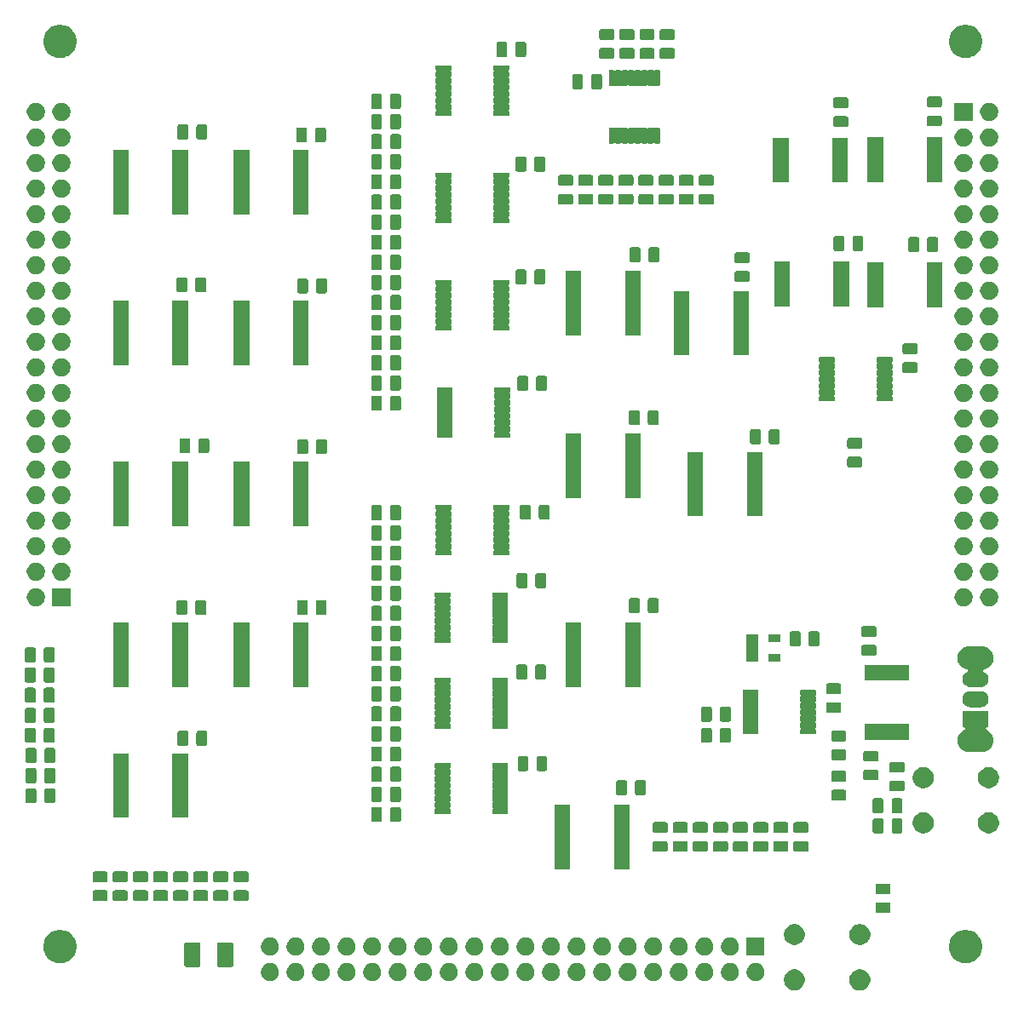
<source format=gbr>
G04 #@! TF.GenerationSoftware,KiCad,Pcbnew,(5.1.6-0-10_14)*
G04 #@! TF.CreationDate,2021-01-21T22:13:34+01:00*
G04 #@! TF.ProjectId,registers,72656769-7374-4657-9273-2e6b69636164,2*
G04 #@! TF.SameCoordinates,Original*
G04 #@! TF.FileFunction,Soldermask,Top*
G04 #@! TF.FilePolarity,Negative*
%FSLAX46Y46*%
G04 Gerber Fmt 4.6, Leading zero omitted, Abs format (unit mm)*
G04 Created by KiCad (PCBNEW (5.1.6-0-10_14)) date 2021-01-21 22:13:34*
%MOMM*%
%LPD*%
G01*
G04 APERTURE LIST*
%ADD10C,0.100000*%
G04 APERTURE END LIST*
D10*
G36*
X184806564Y-147289389D02*
G01*
X184997833Y-147368615D01*
X184997835Y-147368616D01*
X185121517Y-147451258D01*
X185169973Y-147483635D01*
X185316365Y-147630027D01*
X185431385Y-147802167D01*
X185510611Y-147993436D01*
X185551000Y-148196484D01*
X185551000Y-148403516D01*
X185510611Y-148606564D01*
X185431385Y-148797833D01*
X185431384Y-148797835D01*
X185316365Y-148969973D01*
X185169973Y-149116365D01*
X184997835Y-149231384D01*
X184997834Y-149231385D01*
X184997833Y-149231385D01*
X184806564Y-149310611D01*
X184603516Y-149351000D01*
X184396484Y-149351000D01*
X184193436Y-149310611D01*
X184002167Y-149231385D01*
X184002166Y-149231385D01*
X184002165Y-149231384D01*
X183830027Y-149116365D01*
X183683635Y-148969973D01*
X183568616Y-148797835D01*
X183568615Y-148797833D01*
X183489389Y-148606564D01*
X183449000Y-148403516D01*
X183449000Y-148196484D01*
X183489389Y-147993436D01*
X183568615Y-147802167D01*
X183683635Y-147630027D01*
X183830027Y-147483635D01*
X183878483Y-147451258D01*
X184002165Y-147368616D01*
X184002167Y-147368615D01*
X184193436Y-147289389D01*
X184396484Y-147249000D01*
X184603516Y-147249000D01*
X184806564Y-147289389D01*
G37*
G36*
X178306564Y-147289389D02*
G01*
X178497833Y-147368615D01*
X178497835Y-147368616D01*
X178621517Y-147451258D01*
X178669973Y-147483635D01*
X178816365Y-147630027D01*
X178931385Y-147802167D01*
X179010611Y-147993436D01*
X179051000Y-148196484D01*
X179051000Y-148403516D01*
X179010611Y-148606564D01*
X178931385Y-148797833D01*
X178931384Y-148797835D01*
X178816365Y-148969973D01*
X178669973Y-149116365D01*
X178497835Y-149231384D01*
X178497834Y-149231385D01*
X178497833Y-149231385D01*
X178306564Y-149310611D01*
X178103516Y-149351000D01*
X177896484Y-149351000D01*
X177693436Y-149310611D01*
X177502167Y-149231385D01*
X177502166Y-149231385D01*
X177502165Y-149231384D01*
X177330027Y-149116365D01*
X177183635Y-148969973D01*
X177068616Y-148797835D01*
X177068615Y-148797833D01*
X176989389Y-148606564D01*
X176949000Y-148403516D01*
X176949000Y-148196484D01*
X176989389Y-147993436D01*
X177068615Y-147802167D01*
X177183635Y-147630027D01*
X177330027Y-147483635D01*
X177378483Y-147451258D01*
X177502165Y-147368616D01*
X177502167Y-147368615D01*
X177693436Y-147289389D01*
X177896484Y-147249000D01*
X178103516Y-147249000D01*
X178306564Y-147289389D01*
G37*
G36*
X169163512Y-146643927D02*
G01*
X169312812Y-146673624D01*
X169476784Y-146741544D01*
X169624354Y-146840147D01*
X169749853Y-146965646D01*
X169848456Y-147113216D01*
X169916376Y-147277188D01*
X169951000Y-147451259D01*
X169951000Y-147628741D01*
X169916376Y-147802812D01*
X169848456Y-147966784D01*
X169749853Y-148114354D01*
X169624354Y-148239853D01*
X169476784Y-148338456D01*
X169312812Y-148406376D01*
X169163512Y-148436073D01*
X169138742Y-148441000D01*
X168961258Y-148441000D01*
X168936488Y-148436073D01*
X168787188Y-148406376D01*
X168623216Y-148338456D01*
X168475646Y-148239853D01*
X168350147Y-148114354D01*
X168251544Y-147966784D01*
X168183624Y-147802812D01*
X168149000Y-147628741D01*
X168149000Y-147451259D01*
X168183624Y-147277188D01*
X168251544Y-147113216D01*
X168350147Y-146965646D01*
X168475646Y-146840147D01*
X168623216Y-146741544D01*
X168787188Y-146673624D01*
X168936488Y-146643927D01*
X168961258Y-146639000D01*
X169138742Y-146639000D01*
X169163512Y-146643927D01*
G37*
G36*
X166623512Y-146643927D02*
G01*
X166772812Y-146673624D01*
X166936784Y-146741544D01*
X167084354Y-146840147D01*
X167209853Y-146965646D01*
X167308456Y-147113216D01*
X167376376Y-147277188D01*
X167411000Y-147451259D01*
X167411000Y-147628741D01*
X167376376Y-147802812D01*
X167308456Y-147966784D01*
X167209853Y-148114354D01*
X167084354Y-148239853D01*
X166936784Y-148338456D01*
X166772812Y-148406376D01*
X166623512Y-148436073D01*
X166598742Y-148441000D01*
X166421258Y-148441000D01*
X166396488Y-148436073D01*
X166247188Y-148406376D01*
X166083216Y-148338456D01*
X165935646Y-148239853D01*
X165810147Y-148114354D01*
X165711544Y-147966784D01*
X165643624Y-147802812D01*
X165609000Y-147628741D01*
X165609000Y-147451259D01*
X165643624Y-147277188D01*
X165711544Y-147113216D01*
X165810147Y-146965646D01*
X165935646Y-146840147D01*
X166083216Y-146741544D01*
X166247188Y-146673624D01*
X166396488Y-146643927D01*
X166421258Y-146639000D01*
X166598742Y-146639000D01*
X166623512Y-146643927D01*
G37*
G36*
X164083512Y-146643927D02*
G01*
X164232812Y-146673624D01*
X164396784Y-146741544D01*
X164544354Y-146840147D01*
X164669853Y-146965646D01*
X164768456Y-147113216D01*
X164836376Y-147277188D01*
X164871000Y-147451259D01*
X164871000Y-147628741D01*
X164836376Y-147802812D01*
X164768456Y-147966784D01*
X164669853Y-148114354D01*
X164544354Y-148239853D01*
X164396784Y-148338456D01*
X164232812Y-148406376D01*
X164083512Y-148436073D01*
X164058742Y-148441000D01*
X163881258Y-148441000D01*
X163856488Y-148436073D01*
X163707188Y-148406376D01*
X163543216Y-148338456D01*
X163395646Y-148239853D01*
X163270147Y-148114354D01*
X163171544Y-147966784D01*
X163103624Y-147802812D01*
X163069000Y-147628741D01*
X163069000Y-147451259D01*
X163103624Y-147277188D01*
X163171544Y-147113216D01*
X163270147Y-146965646D01*
X163395646Y-146840147D01*
X163543216Y-146741544D01*
X163707188Y-146673624D01*
X163856488Y-146643927D01*
X163881258Y-146639000D01*
X164058742Y-146639000D01*
X164083512Y-146643927D01*
G37*
G36*
X161543512Y-146643927D02*
G01*
X161692812Y-146673624D01*
X161856784Y-146741544D01*
X162004354Y-146840147D01*
X162129853Y-146965646D01*
X162228456Y-147113216D01*
X162296376Y-147277188D01*
X162331000Y-147451259D01*
X162331000Y-147628741D01*
X162296376Y-147802812D01*
X162228456Y-147966784D01*
X162129853Y-148114354D01*
X162004354Y-148239853D01*
X161856784Y-148338456D01*
X161692812Y-148406376D01*
X161543512Y-148436073D01*
X161518742Y-148441000D01*
X161341258Y-148441000D01*
X161316488Y-148436073D01*
X161167188Y-148406376D01*
X161003216Y-148338456D01*
X160855646Y-148239853D01*
X160730147Y-148114354D01*
X160631544Y-147966784D01*
X160563624Y-147802812D01*
X160529000Y-147628741D01*
X160529000Y-147451259D01*
X160563624Y-147277188D01*
X160631544Y-147113216D01*
X160730147Y-146965646D01*
X160855646Y-146840147D01*
X161003216Y-146741544D01*
X161167188Y-146673624D01*
X161316488Y-146643927D01*
X161341258Y-146639000D01*
X161518742Y-146639000D01*
X161543512Y-146643927D01*
G37*
G36*
X159003512Y-146643927D02*
G01*
X159152812Y-146673624D01*
X159316784Y-146741544D01*
X159464354Y-146840147D01*
X159589853Y-146965646D01*
X159688456Y-147113216D01*
X159756376Y-147277188D01*
X159791000Y-147451259D01*
X159791000Y-147628741D01*
X159756376Y-147802812D01*
X159688456Y-147966784D01*
X159589853Y-148114354D01*
X159464354Y-148239853D01*
X159316784Y-148338456D01*
X159152812Y-148406376D01*
X159003512Y-148436073D01*
X158978742Y-148441000D01*
X158801258Y-148441000D01*
X158776488Y-148436073D01*
X158627188Y-148406376D01*
X158463216Y-148338456D01*
X158315646Y-148239853D01*
X158190147Y-148114354D01*
X158091544Y-147966784D01*
X158023624Y-147802812D01*
X157989000Y-147628741D01*
X157989000Y-147451259D01*
X158023624Y-147277188D01*
X158091544Y-147113216D01*
X158190147Y-146965646D01*
X158315646Y-146840147D01*
X158463216Y-146741544D01*
X158627188Y-146673624D01*
X158776488Y-146643927D01*
X158801258Y-146639000D01*
X158978742Y-146639000D01*
X159003512Y-146643927D01*
G37*
G36*
X156463512Y-146643927D02*
G01*
X156612812Y-146673624D01*
X156776784Y-146741544D01*
X156924354Y-146840147D01*
X157049853Y-146965646D01*
X157148456Y-147113216D01*
X157216376Y-147277188D01*
X157251000Y-147451259D01*
X157251000Y-147628741D01*
X157216376Y-147802812D01*
X157148456Y-147966784D01*
X157049853Y-148114354D01*
X156924354Y-148239853D01*
X156776784Y-148338456D01*
X156612812Y-148406376D01*
X156463512Y-148436073D01*
X156438742Y-148441000D01*
X156261258Y-148441000D01*
X156236488Y-148436073D01*
X156087188Y-148406376D01*
X155923216Y-148338456D01*
X155775646Y-148239853D01*
X155650147Y-148114354D01*
X155551544Y-147966784D01*
X155483624Y-147802812D01*
X155449000Y-147628741D01*
X155449000Y-147451259D01*
X155483624Y-147277188D01*
X155551544Y-147113216D01*
X155650147Y-146965646D01*
X155775646Y-146840147D01*
X155923216Y-146741544D01*
X156087188Y-146673624D01*
X156236488Y-146643927D01*
X156261258Y-146639000D01*
X156438742Y-146639000D01*
X156463512Y-146643927D01*
G37*
G36*
X153923512Y-146643927D02*
G01*
X154072812Y-146673624D01*
X154236784Y-146741544D01*
X154384354Y-146840147D01*
X154509853Y-146965646D01*
X154608456Y-147113216D01*
X154676376Y-147277188D01*
X154711000Y-147451259D01*
X154711000Y-147628741D01*
X154676376Y-147802812D01*
X154608456Y-147966784D01*
X154509853Y-148114354D01*
X154384354Y-148239853D01*
X154236784Y-148338456D01*
X154072812Y-148406376D01*
X153923512Y-148436073D01*
X153898742Y-148441000D01*
X153721258Y-148441000D01*
X153696488Y-148436073D01*
X153547188Y-148406376D01*
X153383216Y-148338456D01*
X153235646Y-148239853D01*
X153110147Y-148114354D01*
X153011544Y-147966784D01*
X152943624Y-147802812D01*
X152909000Y-147628741D01*
X152909000Y-147451259D01*
X152943624Y-147277188D01*
X153011544Y-147113216D01*
X153110147Y-146965646D01*
X153235646Y-146840147D01*
X153383216Y-146741544D01*
X153547188Y-146673624D01*
X153696488Y-146643927D01*
X153721258Y-146639000D01*
X153898742Y-146639000D01*
X153923512Y-146643927D01*
G37*
G36*
X151383512Y-146643927D02*
G01*
X151532812Y-146673624D01*
X151696784Y-146741544D01*
X151844354Y-146840147D01*
X151969853Y-146965646D01*
X152068456Y-147113216D01*
X152136376Y-147277188D01*
X152171000Y-147451259D01*
X152171000Y-147628741D01*
X152136376Y-147802812D01*
X152068456Y-147966784D01*
X151969853Y-148114354D01*
X151844354Y-148239853D01*
X151696784Y-148338456D01*
X151532812Y-148406376D01*
X151383512Y-148436073D01*
X151358742Y-148441000D01*
X151181258Y-148441000D01*
X151156488Y-148436073D01*
X151007188Y-148406376D01*
X150843216Y-148338456D01*
X150695646Y-148239853D01*
X150570147Y-148114354D01*
X150471544Y-147966784D01*
X150403624Y-147802812D01*
X150369000Y-147628741D01*
X150369000Y-147451259D01*
X150403624Y-147277188D01*
X150471544Y-147113216D01*
X150570147Y-146965646D01*
X150695646Y-146840147D01*
X150843216Y-146741544D01*
X151007188Y-146673624D01*
X151156488Y-146643927D01*
X151181258Y-146639000D01*
X151358742Y-146639000D01*
X151383512Y-146643927D01*
G37*
G36*
X148843512Y-146643927D02*
G01*
X148992812Y-146673624D01*
X149156784Y-146741544D01*
X149304354Y-146840147D01*
X149429853Y-146965646D01*
X149528456Y-147113216D01*
X149596376Y-147277188D01*
X149631000Y-147451259D01*
X149631000Y-147628741D01*
X149596376Y-147802812D01*
X149528456Y-147966784D01*
X149429853Y-148114354D01*
X149304354Y-148239853D01*
X149156784Y-148338456D01*
X148992812Y-148406376D01*
X148843512Y-148436073D01*
X148818742Y-148441000D01*
X148641258Y-148441000D01*
X148616488Y-148436073D01*
X148467188Y-148406376D01*
X148303216Y-148338456D01*
X148155646Y-148239853D01*
X148030147Y-148114354D01*
X147931544Y-147966784D01*
X147863624Y-147802812D01*
X147829000Y-147628741D01*
X147829000Y-147451259D01*
X147863624Y-147277188D01*
X147931544Y-147113216D01*
X148030147Y-146965646D01*
X148155646Y-146840147D01*
X148303216Y-146741544D01*
X148467188Y-146673624D01*
X148616488Y-146643927D01*
X148641258Y-146639000D01*
X148818742Y-146639000D01*
X148843512Y-146643927D01*
G37*
G36*
X146303512Y-146643927D02*
G01*
X146452812Y-146673624D01*
X146616784Y-146741544D01*
X146764354Y-146840147D01*
X146889853Y-146965646D01*
X146988456Y-147113216D01*
X147056376Y-147277188D01*
X147091000Y-147451259D01*
X147091000Y-147628741D01*
X147056376Y-147802812D01*
X146988456Y-147966784D01*
X146889853Y-148114354D01*
X146764354Y-148239853D01*
X146616784Y-148338456D01*
X146452812Y-148406376D01*
X146303512Y-148436073D01*
X146278742Y-148441000D01*
X146101258Y-148441000D01*
X146076488Y-148436073D01*
X145927188Y-148406376D01*
X145763216Y-148338456D01*
X145615646Y-148239853D01*
X145490147Y-148114354D01*
X145391544Y-147966784D01*
X145323624Y-147802812D01*
X145289000Y-147628741D01*
X145289000Y-147451259D01*
X145323624Y-147277188D01*
X145391544Y-147113216D01*
X145490147Y-146965646D01*
X145615646Y-146840147D01*
X145763216Y-146741544D01*
X145927188Y-146673624D01*
X146076488Y-146643927D01*
X146101258Y-146639000D01*
X146278742Y-146639000D01*
X146303512Y-146643927D01*
G37*
G36*
X143763512Y-146643927D02*
G01*
X143912812Y-146673624D01*
X144076784Y-146741544D01*
X144224354Y-146840147D01*
X144349853Y-146965646D01*
X144448456Y-147113216D01*
X144516376Y-147277188D01*
X144551000Y-147451259D01*
X144551000Y-147628741D01*
X144516376Y-147802812D01*
X144448456Y-147966784D01*
X144349853Y-148114354D01*
X144224354Y-148239853D01*
X144076784Y-148338456D01*
X143912812Y-148406376D01*
X143763512Y-148436073D01*
X143738742Y-148441000D01*
X143561258Y-148441000D01*
X143536488Y-148436073D01*
X143387188Y-148406376D01*
X143223216Y-148338456D01*
X143075646Y-148239853D01*
X142950147Y-148114354D01*
X142851544Y-147966784D01*
X142783624Y-147802812D01*
X142749000Y-147628741D01*
X142749000Y-147451259D01*
X142783624Y-147277188D01*
X142851544Y-147113216D01*
X142950147Y-146965646D01*
X143075646Y-146840147D01*
X143223216Y-146741544D01*
X143387188Y-146673624D01*
X143536488Y-146643927D01*
X143561258Y-146639000D01*
X143738742Y-146639000D01*
X143763512Y-146643927D01*
G37*
G36*
X141223512Y-146643927D02*
G01*
X141372812Y-146673624D01*
X141536784Y-146741544D01*
X141684354Y-146840147D01*
X141809853Y-146965646D01*
X141908456Y-147113216D01*
X141976376Y-147277188D01*
X142011000Y-147451259D01*
X142011000Y-147628741D01*
X141976376Y-147802812D01*
X141908456Y-147966784D01*
X141809853Y-148114354D01*
X141684354Y-148239853D01*
X141536784Y-148338456D01*
X141372812Y-148406376D01*
X141223512Y-148436073D01*
X141198742Y-148441000D01*
X141021258Y-148441000D01*
X140996488Y-148436073D01*
X140847188Y-148406376D01*
X140683216Y-148338456D01*
X140535646Y-148239853D01*
X140410147Y-148114354D01*
X140311544Y-147966784D01*
X140243624Y-147802812D01*
X140209000Y-147628741D01*
X140209000Y-147451259D01*
X140243624Y-147277188D01*
X140311544Y-147113216D01*
X140410147Y-146965646D01*
X140535646Y-146840147D01*
X140683216Y-146741544D01*
X140847188Y-146673624D01*
X140996488Y-146643927D01*
X141021258Y-146639000D01*
X141198742Y-146639000D01*
X141223512Y-146643927D01*
G37*
G36*
X138683512Y-146643927D02*
G01*
X138832812Y-146673624D01*
X138996784Y-146741544D01*
X139144354Y-146840147D01*
X139269853Y-146965646D01*
X139368456Y-147113216D01*
X139436376Y-147277188D01*
X139471000Y-147451259D01*
X139471000Y-147628741D01*
X139436376Y-147802812D01*
X139368456Y-147966784D01*
X139269853Y-148114354D01*
X139144354Y-148239853D01*
X138996784Y-148338456D01*
X138832812Y-148406376D01*
X138683512Y-148436073D01*
X138658742Y-148441000D01*
X138481258Y-148441000D01*
X138456488Y-148436073D01*
X138307188Y-148406376D01*
X138143216Y-148338456D01*
X137995646Y-148239853D01*
X137870147Y-148114354D01*
X137771544Y-147966784D01*
X137703624Y-147802812D01*
X137669000Y-147628741D01*
X137669000Y-147451259D01*
X137703624Y-147277188D01*
X137771544Y-147113216D01*
X137870147Y-146965646D01*
X137995646Y-146840147D01*
X138143216Y-146741544D01*
X138307188Y-146673624D01*
X138456488Y-146643927D01*
X138481258Y-146639000D01*
X138658742Y-146639000D01*
X138683512Y-146643927D01*
G37*
G36*
X136143512Y-146643927D02*
G01*
X136292812Y-146673624D01*
X136456784Y-146741544D01*
X136604354Y-146840147D01*
X136729853Y-146965646D01*
X136828456Y-147113216D01*
X136896376Y-147277188D01*
X136931000Y-147451259D01*
X136931000Y-147628741D01*
X136896376Y-147802812D01*
X136828456Y-147966784D01*
X136729853Y-148114354D01*
X136604354Y-148239853D01*
X136456784Y-148338456D01*
X136292812Y-148406376D01*
X136143512Y-148436073D01*
X136118742Y-148441000D01*
X135941258Y-148441000D01*
X135916488Y-148436073D01*
X135767188Y-148406376D01*
X135603216Y-148338456D01*
X135455646Y-148239853D01*
X135330147Y-148114354D01*
X135231544Y-147966784D01*
X135163624Y-147802812D01*
X135129000Y-147628741D01*
X135129000Y-147451259D01*
X135163624Y-147277188D01*
X135231544Y-147113216D01*
X135330147Y-146965646D01*
X135455646Y-146840147D01*
X135603216Y-146741544D01*
X135767188Y-146673624D01*
X135916488Y-146643927D01*
X135941258Y-146639000D01*
X136118742Y-146639000D01*
X136143512Y-146643927D01*
G37*
G36*
X133603512Y-146643927D02*
G01*
X133752812Y-146673624D01*
X133916784Y-146741544D01*
X134064354Y-146840147D01*
X134189853Y-146965646D01*
X134288456Y-147113216D01*
X134356376Y-147277188D01*
X134391000Y-147451259D01*
X134391000Y-147628741D01*
X134356376Y-147802812D01*
X134288456Y-147966784D01*
X134189853Y-148114354D01*
X134064354Y-148239853D01*
X133916784Y-148338456D01*
X133752812Y-148406376D01*
X133603512Y-148436073D01*
X133578742Y-148441000D01*
X133401258Y-148441000D01*
X133376488Y-148436073D01*
X133227188Y-148406376D01*
X133063216Y-148338456D01*
X132915646Y-148239853D01*
X132790147Y-148114354D01*
X132691544Y-147966784D01*
X132623624Y-147802812D01*
X132589000Y-147628741D01*
X132589000Y-147451259D01*
X132623624Y-147277188D01*
X132691544Y-147113216D01*
X132790147Y-146965646D01*
X132915646Y-146840147D01*
X133063216Y-146741544D01*
X133227188Y-146673624D01*
X133376488Y-146643927D01*
X133401258Y-146639000D01*
X133578742Y-146639000D01*
X133603512Y-146643927D01*
G37*
G36*
X131063512Y-146643927D02*
G01*
X131212812Y-146673624D01*
X131376784Y-146741544D01*
X131524354Y-146840147D01*
X131649853Y-146965646D01*
X131748456Y-147113216D01*
X131816376Y-147277188D01*
X131851000Y-147451259D01*
X131851000Y-147628741D01*
X131816376Y-147802812D01*
X131748456Y-147966784D01*
X131649853Y-148114354D01*
X131524354Y-148239853D01*
X131376784Y-148338456D01*
X131212812Y-148406376D01*
X131063512Y-148436073D01*
X131038742Y-148441000D01*
X130861258Y-148441000D01*
X130836488Y-148436073D01*
X130687188Y-148406376D01*
X130523216Y-148338456D01*
X130375646Y-148239853D01*
X130250147Y-148114354D01*
X130151544Y-147966784D01*
X130083624Y-147802812D01*
X130049000Y-147628741D01*
X130049000Y-147451259D01*
X130083624Y-147277188D01*
X130151544Y-147113216D01*
X130250147Y-146965646D01*
X130375646Y-146840147D01*
X130523216Y-146741544D01*
X130687188Y-146673624D01*
X130836488Y-146643927D01*
X130861258Y-146639000D01*
X131038742Y-146639000D01*
X131063512Y-146643927D01*
G37*
G36*
X128523512Y-146643927D02*
G01*
X128672812Y-146673624D01*
X128836784Y-146741544D01*
X128984354Y-146840147D01*
X129109853Y-146965646D01*
X129208456Y-147113216D01*
X129276376Y-147277188D01*
X129311000Y-147451259D01*
X129311000Y-147628741D01*
X129276376Y-147802812D01*
X129208456Y-147966784D01*
X129109853Y-148114354D01*
X128984354Y-148239853D01*
X128836784Y-148338456D01*
X128672812Y-148406376D01*
X128523512Y-148436073D01*
X128498742Y-148441000D01*
X128321258Y-148441000D01*
X128296488Y-148436073D01*
X128147188Y-148406376D01*
X127983216Y-148338456D01*
X127835646Y-148239853D01*
X127710147Y-148114354D01*
X127611544Y-147966784D01*
X127543624Y-147802812D01*
X127509000Y-147628741D01*
X127509000Y-147451259D01*
X127543624Y-147277188D01*
X127611544Y-147113216D01*
X127710147Y-146965646D01*
X127835646Y-146840147D01*
X127983216Y-146741544D01*
X128147188Y-146673624D01*
X128296488Y-146643927D01*
X128321258Y-146639000D01*
X128498742Y-146639000D01*
X128523512Y-146643927D01*
G37*
G36*
X125983512Y-146643927D02*
G01*
X126132812Y-146673624D01*
X126296784Y-146741544D01*
X126444354Y-146840147D01*
X126569853Y-146965646D01*
X126668456Y-147113216D01*
X126736376Y-147277188D01*
X126771000Y-147451259D01*
X126771000Y-147628741D01*
X126736376Y-147802812D01*
X126668456Y-147966784D01*
X126569853Y-148114354D01*
X126444354Y-148239853D01*
X126296784Y-148338456D01*
X126132812Y-148406376D01*
X125983512Y-148436073D01*
X125958742Y-148441000D01*
X125781258Y-148441000D01*
X125756488Y-148436073D01*
X125607188Y-148406376D01*
X125443216Y-148338456D01*
X125295646Y-148239853D01*
X125170147Y-148114354D01*
X125071544Y-147966784D01*
X125003624Y-147802812D01*
X124969000Y-147628741D01*
X124969000Y-147451259D01*
X125003624Y-147277188D01*
X125071544Y-147113216D01*
X125170147Y-146965646D01*
X125295646Y-146840147D01*
X125443216Y-146741544D01*
X125607188Y-146673624D01*
X125756488Y-146643927D01*
X125781258Y-146639000D01*
X125958742Y-146639000D01*
X125983512Y-146643927D01*
G37*
G36*
X174243512Y-146643927D02*
G01*
X174392812Y-146673624D01*
X174556784Y-146741544D01*
X174704354Y-146840147D01*
X174829853Y-146965646D01*
X174928456Y-147113216D01*
X174996376Y-147277188D01*
X175031000Y-147451259D01*
X175031000Y-147628741D01*
X174996376Y-147802812D01*
X174928456Y-147966784D01*
X174829853Y-148114354D01*
X174704354Y-148239853D01*
X174556784Y-148338456D01*
X174392812Y-148406376D01*
X174243512Y-148436073D01*
X174218742Y-148441000D01*
X174041258Y-148441000D01*
X174016488Y-148436073D01*
X173867188Y-148406376D01*
X173703216Y-148338456D01*
X173555646Y-148239853D01*
X173430147Y-148114354D01*
X173331544Y-147966784D01*
X173263624Y-147802812D01*
X173229000Y-147628741D01*
X173229000Y-147451259D01*
X173263624Y-147277188D01*
X173331544Y-147113216D01*
X173430147Y-146965646D01*
X173555646Y-146840147D01*
X173703216Y-146741544D01*
X173867188Y-146673624D01*
X174016488Y-146643927D01*
X174041258Y-146639000D01*
X174218742Y-146639000D01*
X174243512Y-146643927D01*
G37*
G36*
X171703512Y-146643927D02*
G01*
X171852812Y-146673624D01*
X172016784Y-146741544D01*
X172164354Y-146840147D01*
X172289853Y-146965646D01*
X172388456Y-147113216D01*
X172456376Y-147277188D01*
X172491000Y-147451259D01*
X172491000Y-147628741D01*
X172456376Y-147802812D01*
X172388456Y-147966784D01*
X172289853Y-148114354D01*
X172164354Y-148239853D01*
X172016784Y-148338456D01*
X171852812Y-148406376D01*
X171703512Y-148436073D01*
X171678742Y-148441000D01*
X171501258Y-148441000D01*
X171476488Y-148436073D01*
X171327188Y-148406376D01*
X171163216Y-148338456D01*
X171015646Y-148239853D01*
X170890147Y-148114354D01*
X170791544Y-147966784D01*
X170723624Y-147802812D01*
X170689000Y-147628741D01*
X170689000Y-147451259D01*
X170723624Y-147277188D01*
X170791544Y-147113216D01*
X170890147Y-146965646D01*
X171015646Y-146840147D01*
X171163216Y-146741544D01*
X171327188Y-146673624D01*
X171476488Y-146643927D01*
X171501258Y-146639000D01*
X171678742Y-146639000D01*
X171703512Y-146643927D01*
G37*
G36*
X122078048Y-144578122D02*
G01*
X122112387Y-144588539D01*
X122144036Y-144605456D01*
X122171778Y-144628222D01*
X122194544Y-144655964D01*
X122211461Y-144687613D01*
X122221878Y-144721952D01*
X122226000Y-144763807D01*
X122226000Y-146836193D01*
X122221878Y-146878048D01*
X122211461Y-146912387D01*
X122194544Y-146944036D01*
X122171778Y-146971778D01*
X122144036Y-146994544D01*
X122112387Y-147011461D01*
X122078048Y-147021878D01*
X122036193Y-147026000D01*
X120813807Y-147026000D01*
X120771952Y-147021878D01*
X120737613Y-147011461D01*
X120705964Y-146994544D01*
X120678222Y-146971778D01*
X120655456Y-146944036D01*
X120638539Y-146912387D01*
X120628122Y-146878048D01*
X120624000Y-146836193D01*
X120624000Y-144763807D01*
X120628122Y-144721952D01*
X120638539Y-144687613D01*
X120655456Y-144655964D01*
X120678222Y-144628222D01*
X120705964Y-144605456D01*
X120737613Y-144588539D01*
X120771952Y-144578122D01*
X120813807Y-144574000D01*
X122036193Y-144574000D01*
X122078048Y-144578122D01*
G37*
G36*
X118828048Y-144578122D02*
G01*
X118862387Y-144588539D01*
X118894036Y-144605456D01*
X118921778Y-144628222D01*
X118944544Y-144655964D01*
X118961461Y-144687613D01*
X118971878Y-144721952D01*
X118976000Y-144763807D01*
X118976000Y-146836193D01*
X118971878Y-146878048D01*
X118961461Y-146912387D01*
X118944544Y-146944036D01*
X118921778Y-146971778D01*
X118894036Y-146994544D01*
X118862387Y-147011461D01*
X118828048Y-147021878D01*
X118786193Y-147026000D01*
X117563807Y-147026000D01*
X117521952Y-147021878D01*
X117487613Y-147011461D01*
X117455964Y-146994544D01*
X117428222Y-146971778D01*
X117405456Y-146944036D01*
X117388539Y-146912387D01*
X117378122Y-146878048D01*
X117374000Y-146836193D01*
X117374000Y-144763807D01*
X117378122Y-144721952D01*
X117388539Y-144687613D01*
X117405456Y-144655964D01*
X117428222Y-144628222D01*
X117455964Y-144605456D01*
X117487613Y-144588539D01*
X117521952Y-144578122D01*
X117563807Y-144574000D01*
X118786193Y-144574000D01*
X118828048Y-144578122D01*
G37*
G36*
X105375256Y-143391298D02*
G01*
X105481579Y-143412447D01*
X105782042Y-143536903D01*
X106052451Y-143717585D01*
X106282415Y-143947549D01*
X106463097Y-144217958D01*
X106549125Y-144425647D01*
X106587553Y-144518422D01*
X106651000Y-144837389D01*
X106651000Y-145162611D01*
X106608702Y-145375256D01*
X106587553Y-145481579D01*
X106463097Y-145782042D01*
X106282415Y-146052451D01*
X106052451Y-146282415D01*
X105782042Y-146463097D01*
X105481579Y-146587553D01*
X105375256Y-146608702D01*
X105162611Y-146651000D01*
X104837389Y-146651000D01*
X104624744Y-146608702D01*
X104518421Y-146587553D01*
X104217958Y-146463097D01*
X103947549Y-146282415D01*
X103717585Y-146052451D01*
X103536903Y-145782042D01*
X103412447Y-145481579D01*
X103391298Y-145375256D01*
X103349000Y-145162611D01*
X103349000Y-144837389D01*
X103412447Y-144518422D01*
X103450876Y-144425647D01*
X103536903Y-144217958D01*
X103717585Y-143947549D01*
X103947549Y-143717585D01*
X104217958Y-143536903D01*
X104518421Y-143412447D01*
X104624744Y-143391298D01*
X104837389Y-143349000D01*
X105162611Y-143349000D01*
X105375256Y-143391298D01*
G37*
G36*
X195375256Y-143391298D02*
G01*
X195481579Y-143412447D01*
X195782042Y-143536903D01*
X196052451Y-143717585D01*
X196282415Y-143947549D01*
X196463097Y-144217958D01*
X196549125Y-144425647D01*
X196587553Y-144518422D01*
X196651000Y-144837389D01*
X196651000Y-145162611D01*
X196608702Y-145375256D01*
X196587553Y-145481579D01*
X196463097Y-145782042D01*
X196282415Y-146052451D01*
X196052451Y-146282415D01*
X195782042Y-146463097D01*
X195481579Y-146587553D01*
X195375256Y-146608702D01*
X195162611Y-146651000D01*
X194837389Y-146651000D01*
X194624744Y-146608702D01*
X194518421Y-146587553D01*
X194217958Y-146463097D01*
X193947549Y-146282415D01*
X193717585Y-146052451D01*
X193536903Y-145782042D01*
X193412447Y-145481579D01*
X193391298Y-145375256D01*
X193349000Y-145162611D01*
X193349000Y-144837389D01*
X193412447Y-144518422D01*
X193450876Y-144425647D01*
X193536903Y-144217958D01*
X193717585Y-143947549D01*
X193947549Y-143717585D01*
X194217958Y-143536903D01*
X194518421Y-143412447D01*
X194624744Y-143391298D01*
X194837389Y-143349000D01*
X195162611Y-143349000D01*
X195375256Y-143391298D01*
G37*
G36*
X161543512Y-144103927D02*
G01*
X161692812Y-144133624D01*
X161856784Y-144201544D01*
X162004354Y-144300147D01*
X162129853Y-144425646D01*
X162228456Y-144573216D01*
X162296376Y-144737188D01*
X162331000Y-144911259D01*
X162331000Y-145088741D01*
X162296376Y-145262812D01*
X162228456Y-145426784D01*
X162129853Y-145574354D01*
X162004354Y-145699853D01*
X161856784Y-145798456D01*
X161692812Y-145866376D01*
X161543512Y-145896073D01*
X161518742Y-145901000D01*
X161341258Y-145901000D01*
X161316488Y-145896073D01*
X161167188Y-145866376D01*
X161003216Y-145798456D01*
X160855646Y-145699853D01*
X160730147Y-145574354D01*
X160631544Y-145426784D01*
X160563624Y-145262812D01*
X160529000Y-145088741D01*
X160529000Y-144911259D01*
X160563624Y-144737188D01*
X160631544Y-144573216D01*
X160730147Y-144425646D01*
X160855646Y-144300147D01*
X161003216Y-144201544D01*
X161167188Y-144133624D01*
X161316488Y-144103927D01*
X161341258Y-144099000D01*
X161518742Y-144099000D01*
X161543512Y-144103927D01*
G37*
G36*
X143763512Y-144103927D02*
G01*
X143912812Y-144133624D01*
X144076784Y-144201544D01*
X144224354Y-144300147D01*
X144349853Y-144425646D01*
X144448456Y-144573216D01*
X144516376Y-144737188D01*
X144551000Y-144911259D01*
X144551000Y-145088741D01*
X144516376Y-145262812D01*
X144448456Y-145426784D01*
X144349853Y-145574354D01*
X144224354Y-145699853D01*
X144076784Y-145798456D01*
X143912812Y-145866376D01*
X143763512Y-145896073D01*
X143738742Y-145901000D01*
X143561258Y-145901000D01*
X143536488Y-145896073D01*
X143387188Y-145866376D01*
X143223216Y-145798456D01*
X143075646Y-145699853D01*
X142950147Y-145574354D01*
X142851544Y-145426784D01*
X142783624Y-145262812D01*
X142749000Y-145088741D01*
X142749000Y-144911259D01*
X142783624Y-144737188D01*
X142851544Y-144573216D01*
X142950147Y-144425646D01*
X143075646Y-144300147D01*
X143223216Y-144201544D01*
X143387188Y-144133624D01*
X143536488Y-144103927D01*
X143561258Y-144099000D01*
X143738742Y-144099000D01*
X143763512Y-144103927D01*
G37*
G36*
X175031000Y-145901000D02*
G01*
X173229000Y-145901000D01*
X173229000Y-144099000D01*
X175031000Y-144099000D01*
X175031000Y-145901000D01*
G37*
G36*
X164083512Y-144103927D02*
G01*
X164232812Y-144133624D01*
X164396784Y-144201544D01*
X164544354Y-144300147D01*
X164669853Y-144425646D01*
X164768456Y-144573216D01*
X164836376Y-144737188D01*
X164871000Y-144911259D01*
X164871000Y-145088741D01*
X164836376Y-145262812D01*
X164768456Y-145426784D01*
X164669853Y-145574354D01*
X164544354Y-145699853D01*
X164396784Y-145798456D01*
X164232812Y-145866376D01*
X164083512Y-145896073D01*
X164058742Y-145901000D01*
X163881258Y-145901000D01*
X163856488Y-145896073D01*
X163707188Y-145866376D01*
X163543216Y-145798456D01*
X163395646Y-145699853D01*
X163270147Y-145574354D01*
X163171544Y-145426784D01*
X163103624Y-145262812D01*
X163069000Y-145088741D01*
X163069000Y-144911259D01*
X163103624Y-144737188D01*
X163171544Y-144573216D01*
X163270147Y-144425646D01*
X163395646Y-144300147D01*
X163543216Y-144201544D01*
X163707188Y-144133624D01*
X163856488Y-144103927D01*
X163881258Y-144099000D01*
X164058742Y-144099000D01*
X164083512Y-144103927D01*
G37*
G36*
X171703512Y-144103927D02*
G01*
X171852812Y-144133624D01*
X172016784Y-144201544D01*
X172164354Y-144300147D01*
X172289853Y-144425646D01*
X172388456Y-144573216D01*
X172456376Y-144737188D01*
X172491000Y-144911259D01*
X172491000Y-145088741D01*
X172456376Y-145262812D01*
X172388456Y-145426784D01*
X172289853Y-145574354D01*
X172164354Y-145699853D01*
X172016784Y-145798456D01*
X171852812Y-145866376D01*
X171703512Y-145896073D01*
X171678742Y-145901000D01*
X171501258Y-145901000D01*
X171476488Y-145896073D01*
X171327188Y-145866376D01*
X171163216Y-145798456D01*
X171015646Y-145699853D01*
X170890147Y-145574354D01*
X170791544Y-145426784D01*
X170723624Y-145262812D01*
X170689000Y-145088741D01*
X170689000Y-144911259D01*
X170723624Y-144737188D01*
X170791544Y-144573216D01*
X170890147Y-144425646D01*
X171015646Y-144300147D01*
X171163216Y-144201544D01*
X171327188Y-144133624D01*
X171476488Y-144103927D01*
X171501258Y-144099000D01*
X171678742Y-144099000D01*
X171703512Y-144103927D01*
G37*
G36*
X166623512Y-144103927D02*
G01*
X166772812Y-144133624D01*
X166936784Y-144201544D01*
X167084354Y-144300147D01*
X167209853Y-144425646D01*
X167308456Y-144573216D01*
X167376376Y-144737188D01*
X167411000Y-144911259D01*
X167411000Y-145088741D01*
X167376376Y-145262812D01*
X167308456Y-145426784D01*
X167209853Y-145574354D01*
X167084354Y-145699853D01*
X166936784Y-145798456D01*
X166772812Y-145866376D01*
X166623512Y-145896073D01*
X166598742Y-145901000D01*
X166421258Y-145901000D01*
X166396488Y-145896073D01*
X166247188Y-145866376D01*
X166083216Y-145798456D01*
X165935646Y-145699853D01*
X165810147Y-145574354D01*
X165711544Y-145426784D01*
X165643624Y-145262812D01*
X165609000Y-145088741D01*
X165609000Y-144911259D01*
X165643624Y-144737188D01*
X165711544Y-144573216D01*
X165810147Y-144425646D01*
X165935646Y-144300147D01*
X166083216Y-144201544D01*
X166247188Y-144133624D01*
X166396488Y-144103927D01*
X166421258Y-144099000D01*
X166598742Y-144099000D01*
X166623512Y-144103927D01*
G37*
G36*
X169163512Y-144103927D02*
G01*
X169312812Y-144133624D01*
X169476784Y-144201544D01*
X169624354Y-144300147D01*
X169749853Y-144425646D01*
X169848456Y-144573216D01*
X169916376Y-144737188D01*
X169951000Y-144911259D01*
X169951000Y-145088741D01*
X169916376Y-145262812D01*
X169848456Y-145426784D01*
X169749853Y-145574354D01*
X169624354Y-145699853D01*
X169476784Y-145798456D01*
X169312812Y-145866376D01*
X169163512Y-145896073D01*
X169138742Y-145901000D01*
X168961258Y-145901000D01*
X168936488Y-145896073D01*
X168787188Y-145866376D01*
X168623216Y-145798456D01*
X168475646Y-145699853D01*
X168350147Y-145574354D01*
X168251544Y-145426784D01*
X168183624Y-145262812D01*
X168149000Y-145088741D01*
X168149000Y-144911259D01*
X168183624Y-144737188D01*
X168251544Y-144573216D01*
X168350147Y-144425646D01*
X168475646Y-144300147D01*
X168623216Y-144201544D01*
X168787188Y-144133624D01*
X168936488Y-144103927D01*
X168961258Y-144099000D01*
X169138742Y-144099000D01*
X169163512Y-144103927D01*
G37*
G36*
X125983512Y-144103927D02*
G01*
X126132812Y-144133624D01*
X126296784Y-144201544D01*
X126444354Y-144300147D01*
X126569853Y-144425646D01*
X126668456Y-144573216D01*
X126736376Y-144737188D01*
X126771000Y-144911259D01*
X126771000Y-145088741D01*
X126736376Y-145262812D01*
X126668456Y-145426784D01*
X126569853Y-145574354D01*
X126444354Y-145699853D01*
X126296784Y-145798456D01*
X126132812Y-145866376D01*
X125983512Y-145896073D01*
X125958742Y-145901000D01*
X125781258Y-145901000D01*
X125756488Y-145896073D01*
X125607188Y-145866376D01*
X125443216Y-145798456D01*
X125295646Y-145699853D01*
X125170147Y-145574354D01*
X125071544Y-145426784D01*
X125003624Y-145262812D01*
X124969000Y-145088741D01*
X124969000Y-144911259D01*
X125003624Y-144737188D01*
X125071544Y-144573216D01*
X125170147Y-144425646D01*
X125295646Y-144300147D01*
X125443216Y-144201544D01*
X125607188Y-144133624D01*
X125756488Y-144103927D01*
X125781258Y-144099000D01*
X125958742Y-144099000D01*
X125983512Y-144103927D01*
G37*
G36*
X128523512Y-144103927D02*
G01*
X128672812Y-144133624D01*
X128836784Y-144201544D01*
X128984354Y-144300147D01*
X129109853Y-144425646D01*
X129208456Y-144573216D01*
X129276376Y-144737188D01*
X129311000Y-144911259D01*
X129311000Y-145088741D01*
X129276376Y-145262812D01*
X129208456Y-145426784D01*
X129109853Y-145574354D01*
X128984354Y-145699853D01*
X128836784Y-145798456D01*
X128672812Y-145866376D01*
X128523512Y-145896073D01*
X128498742Y-145901000D01*
X128321258Y-145901000D01*
X128296488Y-145896073D01*
X128147188Y-145866376D01*
X127983216Y-145798456D01*
X127835646Y-145699853D01*
X127710147Y-145574354D01*
X127611544Y-145426784D01*
X127543624Y-145262812D01*
X127509000Y-145088741D01*
X127509000Y-144911259D01*
X127543624Y-144737188D01*
X127611544Y-144573216D01*
X127710147Y-144425646D01*
X127835646Y-144300147D01*
X127983216Y-144201544D01*
X128147188Y-144133624D01*
X128296488Y-144103927D01*
X128321258Y-144099000D01*
X128498742Y-144099000D01*
X128523512Y-144103927D01*
G37*
G36*
X131063512Y-144103927D02*
G01*
X131212812Y-144133624D01*
X131376784Y-144201544D01*
X131524354Y-144300147D01*
X131649853Y-144425646D01*
X131748456Y-144573216D01*
X131816376Y-144737188D01*
X131851000Y-144911259D01*
X131851000Y-145088741D01*
X131816376Y-145262812D01*
X131748456Y-145426784D01*
X131649853Y-145574354D01*
X131524354Y-145699853D01*
X131376784Y-145798456D01*
X131212812Y-145866376D01*
X131063512Y-145896073D01*
X131038742Y-145901000D01*
X130861258Y-145901000D01*
X130836488Y-145896073D01*
X130687188Y-145866376D01*
X130523216Y-145798456D01*
X130375646Y-145699853D01*
X130250147Y-145574354D01*
X130151544Y-145426784D01*
X130083624Y-145262812D01*
X130049000Y-145088741D01*
X130049000Y-144911259D01*
X130083624Y-144737188D01*
X130151544Y-144573216D01*
X130250147Y-144425646D01*
X130375646Y-144300147D01*
X130523216Y-144201544D01*
X130687188Y-144133624D01*
X130836488Y-144103927D01*
X130861258Y-144099000D01*
X131038742Y-144099000D01*
X131063512Y-144103927D01*
G37*
G36*
X159003512Y-144103927D02*
G01*
X159152812Y-144133624D01*
X159316784Y-144201544D01*
X159464354Y-144300147D01*
X159589853Y-144425646D01*
X159688456Y-144573216D01*
X159756376Y-144737188D01*
X159791000Y-144911259D01*
X159791000Y-145088741D01*
X159756376Y-145262812D01*
X159688456Y-145426784D01*
X159589853Y-145574354D01*
X159464354Y-145699853D01*
X159316784Y-145798456D01*
X159152812Y-145866376D01*
X159003512Y-145896073D01*
X158978742Y-145901000D01*
X158801258Y-145901000D01*
X158776488Y-145896073D01*
X158627188Y-145866376D01*
X158463216Y-145798456D01*
X158315646Y-145699853D01*
X158190147Y-145574354D01*
X158091544Y-145426784D01*
X158023624Y-145262812D01*
X157989000Y-145088741D01*
X157989000Y-144911259D01*
X158023624Y-144737188D01*
X158091544Y-144573216D01*
X158190147Y-144425646D01*
X158315646Y-144300147D01*
X158463216Y-144201544D01*
X158627188Y-144133624D01*
X158776488Y-144103927D01*
X158801258Y-144099000D01*
X158978742Y-144099000D01*
X159003512Y-144103927D01*
G37*
G36*
X133603512Y-144103927D02*
G01*
X133752812Y-144133624D01*
X133916784Y-144201544D01*
X134064354Y-144300147D01*
X134189853Y-144425646D01*
X134288456Y-144573216D01*
X134356376Y-144737188D01*
X134391000Y-144911259D01*
X134391000Y-145088741D01*
X134356376Y-145262812D01*
X134288456Y-145426784D01*
X134189853Y-145574354D01*
X134064354Y-145699853D01*
X133916784Y-145798456D01*
X133752812Y-145866376D01*
X133603512Y-145896073D01*
X133578742Y-145901000D01*
X133401258Y-145901000D01*
X133376488Y-145896073D01*
X133227188Y-145866376D01*
X133063216Y-145798456D01*
X132915646Y-145699853D01*
X132790147Y-145574354D01*
X132691544Y-145426784D01*
X132623624Y-145262812D01*
X132589000Y-145088741D01*
X132589000Y-144911259D01*
X132623624Y-144737188D01*
X132691544Y-144573216D01*
X132790147Y-144425646D01*
X132915646Y-144300147D01*
X133063216Y-144201544D01*
X133227188Y-144133624D01*
X133376488Y-144103927D01*
X133401258Y-144099000D01*
X133578742Y-144099000D01*
X133603512Y-144103927D01*
G37*
G36*
X136143512Y-144103927D02*
G01*
X136292812Y-144133624D01*
X136456784Y-144201544D01*
X136604354Y-144300147D01*
X136729853Y-144425646D01*
X136828456Y-144573216D01*
X136896376Y-144737188D01*
X136931000Y-144911259D01*
X136931000Y-145088741D01*
X136896376Y-145262812D01*
X136828456Y-145426784D01*
X136729853Y-145574354D01*
X136604354Y-145699853D01*
X136456784Y-145798456D01*
X136292812Y-145866376D01*
X136143512Y-145896073D01*
X136118742Y-145901000D01*
X135941258Y-145901000D01*
X135916488Y-145896073D01*
X135767188Y-145866376D01*
X135603216Y-145798456D01*
X135455646Y-145699853D01*
X135330147Y-145574354D01*
X135231544Y-145426784D01*
X135163624Y-145262812D01*
X135129000Y-145088741D01*
X135129000Y-144911259D01*
X135163624Y-144737188D01*
X135231544Y-144573216D01*
X135330147Y-144425646D01*
X135455646Y-144300147D01*
X135603216Y-144201544D01*
X135767188Y-144133624D01*
X135916488Y-144103927D01*
X135941258Y-144099000D01*
X136118742Y-144099000D01*
X136143512Y-144103927D01*
G37*
G36*
X138683512Y-144103927D02*
G01*
X138832812Y-144133624D01*
X138996784Y-144201544D01*
X139144354Y-144300147D01*
X139269853Y-144425646D01*
X139368456Y-144573216D01*
X139436376Y-144737188D01*
X139471000Y-144911259D01*
X139471000Y-145088741D01*
X139436376Y-145262812D01*
X139368456Y-145426784D01*
X139269853Y-145574354D01*
X139144354Y-145699853D01*
X138996784Y-145798456D01*
X138832812Y-145866376D01*
X138683512Y-145896073D01*
X138658742Y-145901000D01*
X138481258Y-145901000D01*
X138456488Y-145896073D01*
X138307188Y-145866376D01*
X138143216Y-145798456D01*
X137995646Y-145699853D01*
X137870147Y-145574354D01*
X137771544Y-145426784D01*
X137703624Y-145262812D01*
X137669000Y-145088741D01*
X137669000Y-144911259D01*
X137703624Y-144737188D01*
X137771544Y-144573216D01*
X137870147Y-144425646D01*
X137995646Y-144300147D01*
X138143216Y-144201544D01*
X138307188Y-144133624D01*
X138456488Y-144103927D01*
X138481258Y-144099000D01*
X138658742Y-144099000D01*
X138683512Y-144103927D01*
G37*
G36*
X141223512Y-144103927D02*
G01*
X141372812Y-144133624D01*
X141536784Y-144201544D01*
X141684354Y-144300147D01*
X141809853Y-144425646D01*
X141908456Y-144573216D01*
X141976376Y-144737188D01*
X142011000Y-144911259D01*
X142011000Y-145088741D01*
X141976376Y-145262812D01*
X141908456Y-145426784D01*
X141809853Y-145574354D01*
X141684354Y-145699853D01*
X141536784Y-145798456D01*
X141372812Y-145866376D01*
X141223512Y-145896073D01*
X141198742Y-145901000D01*
X141021258Y-145901000D01*
X140996488Y-145896073D01*
X140847188Y-145866376D01*
X140683216Y-145798456D01*
X140535646Y-145699853D01*
X140410147Y-145574354D01*
X140311544Y-145426784D01*
X140243624Y-145262812D01*
X140209000Y-145088741D01*
X140209000Y-144911259D01*
X140243624Y-144737188D01*
X140311544Y-144573216D01*
X140410147Y-144425646D01*
X140535646Y-144300147D01*
X140683216Y-144201544D01*
X140847188Y-144133624D01*
X140996488Y-144103927D01*
X141021258Y-144099000D01*
X141198742Y-144099000D01*
X141223512Y-144103927D01*
G37*
G36*
X156463512Y-144103927D02*
G01*
X156612812Y-144133624D01*
X156776784Y-144201544D01*
X156924354Y-144300147D01*
X157049853Y-144425646D01*
X157148456Y-144573216D01*
X157216376Y-144737188D01*
X157251000Y-144911259D01*
X157251000Y-145088741D01*
X157216376Y-145262812D01*
X157148456Y-145426784D01*
X157049853Y-145574354D01*
X156924354Y-145699853D01*
X156776784Y-145798456D01*
X156612812Y-145866376D01*
X156463512Y-145896073D01*
X156438742Y-145901000D01*
X156261258Y-145901000D01*
X156236488Y-145896073D01*
X156087188Y-145866376D01*
X155923216Y-145798456D01*
X155775646Y-145699853D01*
X155650147Y-145574354D01*
X155551544Y-145426784D01*
X155483624Y-145262812D01*
X155449000Y-145088741D01*
X155449000Y-144911259D01*
X155483624Y-144737188D01*
X155551544Y-144573216D01*
X155650147Y-144425646D01*
X155775646Y-144300147D01*
X155923216Y-144201544D01*
X156087188Y-144133624D01*
X156236488Y-144103927D01*
X156261258Y-144099000D01*
X156438742Y-144099000D01*
X156463512Y-144103927D01*
G37*
G36*
X153923512Y-144103927D02*
G01*
X154072812Y-144133624D01*
X154236784Y-144201544D01*
X154384354Y-144300147D01*
X154509853Y-144425646D01*
X154608456Y-144573216D01*
X154676376Y-144737188D01*
X154711000Y-144911259D01*
X154711000Y-145088741D01*
X154676376Y-145262812D01*
X154608456Y-145426784D01*
X154509853Y-145574354D01*
X154384354Y-145699853D01*
X154236784Y-145798456D01*
X154072812Y-145866376D01*
X153923512Y-145896073D01*
X153898742Y-145901000D01*
X153721258Y-145901000D01*
X153696488Y-145896073D01*
X153547188Y-145866376D01*
X153383216Y-145798456D01*
X153235646Y-145699853D01*
X153110147Y-145574354D01*
X153011544Y-145426784D01*
X152943624Y-145262812D01*
X152909000Y-145088741D01*
X152909000Y-144911259D01*
X152943624Y-144737188D01*
X153011544Y-144573216D01*
X153110147Y-144425646D01*
X153235646Y-144300147D01*
X153383216Y-144201544D01*
X153547188Y-144133624D01*
X153696488Y-144103927D01*
X153721258Y-144099000D01*
X153898742Y-144099000D01*
X153923512Y-144103927D01*
G37*
G36*
X146303512Y-144103927D02*
G01*
X146452812Y-144133624D01*
X146616784Y-144201544D01*
X146764354Y-144300147D01*
X146889853Y-144425646D01*
X146988456Y-144573216D01*
X147056376Y-144737188D01*
X147091000Y-144911259D01*
X147091000Y-145088741D01*
X147056376Y-145262812D01*
X146988456Y-145426784D01*
X146889853Y-145574354D01*
X146764354Y-145699853D01*
X146616784Y-145798456D01*
X146452812Y-145866376D01*
X146303512Y-145896073D01*
X146278742Y-145901000D01*
X146101258Y-145901000D01*
X146076488Y-145896073D01*
X145927188Y-145866376D01*
X145763216Y-145798456D01*
X145615646Y-145699853D01*
X145490147Y-145574354D01*
X145391544Y-145426784D01*
X145323624Y-145262812D01*
X145289000Y-145088741D01*
X145289000Y-144911259D01*
X145323624Y-144737188D01*
X145391544Y-144573216D01*
X145490147Y-144425646D01*
X145615646Y-144300147D01*
X145763216Y-144201544D01*
X145927188Y-144133624D01*
X146076488Y-144103927D01*
X146101258Y-144099000D01*
X146278742Y-144099000D01*
X146303512Y-144103927D01*
G37*
G36*
X151383512Y-144103927D02*
G01*
X151532812Y-144133624D01*
X151696784Y-144201544D01*
X151844354Y-144300147D01*
X151969853Y-144425646D01*
X152068456Y-144573216D01*
X152136376Y-144737188D01*
X152171000Y-144911259D01*
X152171000Y-145088741D01*
X152136376Y-145262812D01*
X152068456Y-145426784D01*
X151969853Y-145574354D01*
X151844354Y-145699853D01*
X151696784Y-145798456D01*
X151532812Y-145866376D01*
X151383512Y-145896073D01*
X151358742Y-145901000D01*
X151181258Y-145901000D01*
X151156488Y-145896073D01*
X151007188Y-145866376D01*
X150843216Y-145798456D01*
X150695646Y-145699853D01*
X150570147Y-145574354D01*
X150471544Y-145426784D01*
X150403624Y-145262812D01*
X150369000Y-145088741D01*
X150369000Y-144911259D01*
X150403624Y-144737188D01*
X150471544Y-144573216D01*
X150570147Y-144425646D01*
X150695646Y-144300147D01*
X150843216Y-144201544D01*
X151007188Y-144133624D01*
X151156488Y-144103927D01*
X151181258Y-144099000D01*
X151358742Y-144099000D01*
X151383512Y-144103927D01*
G37*
G36*
X148843512Y-144103927D02*
G01*
X148992812Y-144133624D01*
X149156784Y-144201544D01*
X149304354Y-144300147D01*
X149429853Y-144425646D01*
X149528456Y-144573216D01*
X149596376Y-144737188D01*
X149631000Y-144911259D01*
X149631000Y-145088741D01*
X149596376Y-145262812D01*
X149528456Y-145426784D01*
X149429853Y-145574354D01*
X149304354Y-145699853D01*
X149156784Y-145798456D01*
X148992812Y-145866376D01*
X148843512Y-145896073D01*
X148818742Y-145901000D01*
X148641258Y-145901000D01*
X148616488Y-145896073D01*
X148467188Y-145866376D01*
X148303216Y-145798456D01*
X148155646Y-145699853D01*
X148030147Y-145574354D01*
X147931544Y-145426784D01*
X147863624Y-145262812D01*
X147829000Y-145088741D01*
X147829000Y-144911259D01*
X147863624Y-144737188D01*
X147931544Y-144573216D01*
X148030147Y-144425646D01*
X148155646Y-144300147D01*
X148303216Y-144201544D01*
X148467188Y-144133624D01*
X148616488Y-144103927D01*
X148641258Y-144099000D01*
X148818742Y-144099000D01*
X148843512Y-144103927D01*
G37*
G36*
X184806564Y-142789389D02*
G01*
X184997833Y-142868615D01*
X184997835Y-142868616D01*
X185169973Y-142983635D01*
X185316365Y-143130027D01*
X185431385Y-143302167D01*
X185510611Y-143493436D01*
X185551000Y-143696484D01*
X185551000Y-143903516D01*
X185510611Y-144106564D01*
X185471269Y-144201544D01*
X185431384Y-144297835D01*
X185316365Y-144469973D01*
X185169973Y-144616365D01*
X184997835Y-144731384D01*
X184997834Y-144731385D01*
X184997833Y-144731385D01*
X184806564Y-144810611D01*
X184603516Y-144851000D01*
X184396484Y-144851000D01*
X184193436Y-144810611D01*
X184002167Y-144731385D01*
X184002166Y-144731385D01*
X184002165Y-144731384D01*
X183830027Y-144616365D01*
X183683635Y-144469973D01*
X183568616Y-144297835D01*
X183528731Y-144201544D01*
X183489389Y-144106564D01*
X183449000Y-143903516D01*
X183449000Y-143696484D01*
X183489389Y-143493436D01*
X183568615Y-143302167D01*
X183683635Y-143130027D01*
X183830027Y-142983635D01*
X184002165Y-142868616D01*
X184002167Y-142868615D01*
X184193436Y-142789389D01*
X184396484Y-142749000D01*
X184603516Y-142749000D01*
X184806564Y-142789389D01*
G37*
G36*
X178306564Y-142789389D02*
G01*
X178497833Y-142868615D01*
X178497835Y-142868616D01*
X178669973Y-142983635D01*
X178816365Y-143130027D01*
X178931385Y-143302167D01*
X179010611Y-143493436D01*
X179051000Y-143696484D01*
X179051000Y-143903516D01*
X179010611Y-144106564D01*
X178971269Y-144201544D01*
X178931384Y-144297835D01*
X178816365Y-144469973D01*
X178669973Y-144616365D01*
X178497835Y-144731384D01*
X178497834Y-144731385D01*
X178497833Y-144731385D01*
X178306564Y-144810611D01*
X178103516Y-144851000D01*
X177896484Y-144851000D01*
X177693436Y-144810611D01*
X177502167Y-144731385D01*
X177502166Y-144731385D01*
X177502165Y-144731384D01*
X177330027Y-144616365D01*
X177183635Y-144469973D01*
X177068616Y-144297835D01*
X177028731Y-144201544D01*
X176989389Y-144106564D01*
X176949000Y-143903516D01*
X176949000Y-143696484D01*
X176989389Y-143493436D01*
X177068615Y-143302167D01*
X177183635Y-143130027D01*
X177330027Y-142983635D01*
X177502165Y-142868616D01*
X177502167Y-142868615D01*
X177693436Y-142789389D01*
X177896484Y-142749000D01*
X178103516Y-142749000D01*
X178306564Y-142789389D01*
G37*
G36*
X187384468Y-140603565D02*
G01*
X187423138Y-140615296D01*
X187458777Y-140634346D01*
X187490017Y-140659983D01*
X187515654Y-140691223D01*
X187534704Y-140726862D01*
X187546435Y-140765532D01*
X187551000Y-140811888D01*
X187551000Y-141463112D01*
X187546435Y-141509468D01*
X187534704Y-141548138D01*
X187515654Y-141583777D01*
X187490017Y-141615017D01*
X187458777Y-141640654D01*
X187423138Y-141659704D01*
X187384468Y-141671435D01*
X187338112Y-141676000D01*
X186261888Y-141676000D01*
X186215532Y-141671435D01*
X186176862Y-141659704D01*
X186141223Y-141640654D01*
X186109983Y-141615017D01*
X186084346Y-141583777D01*
X186065296Y-141548138D01*
X186053565Y-141509468D01*
X186049000Y-141463112D01*
X186049000Y-140811888D01*
X186053565Y-140765532D01*
X186065296Y-140726862D01*
X186084346Y-140691223D01*
X186109983Y-140659983D01*
X186141223Y-140634346D01*
X186176862Y-140615296D01*
X186215532Y-140603565D01*
X186261888Y-140599000D01*
X187338112Y-140599000D01*
X187384468Y-140603565D01*
G37*
G36*
X109584468Y-139403565D02*
G01*
X109623138Y-139415296D01*
X109658777Y-139434346D01*
X109690017Y-139459983D01*
X109715654Y-139491223D01*
X109734704Y-139526862D01*
X109746435Y-139565532D01*
X109751000Y-139611888D01*
X109751000Y-140263112D01*
X109746435Y-140309468D01*
X109734704Y-140348138D01*
X109715654Y-140383777D01*
X109690017Y-140415017D01*
X109658777Y-140440654D01*
X109623138Y-140459704D01*
X109584468Y-140471435D01*
X109538112Y-140476000D01*
X108461888Y-140476000D01*
X108415532Y-140471435D01*
X108376862Y-140459704D01*
X108341223Y-140440654D01*
X108309983Y-140415017D01*
X108284346Y-140383777D01*
X108265296Y-140348138D01*
X108253565Y-140309468D01*
X108249000Y-140263112D01*
X108249000Y-139611888D01*
X108253565Y-139565532D01*
X108265296Y-139526862D01*
X108284346Y-139491223D01*
X108309983Y-139459983D01*
X108341223Y-139434346D01*
X108376862Y-139415296D01*
X108415532Y-139403565D01*
X108461888Y-139399000D01*
X109538112Y-139399000D01*
X109584468Y-139403565D01*
G37*
G36*
X113584468Y-139403565D02*
G01*
X113623138Y-139415296D01*
X113658777Y-139434346D01*
X113690017Y-139459983D01*
X113715654Y-139491223D01*
X113734704Y-139526862D01*
X113746435Y-139565532D01*
X113751000Y-139611888D01*
X113751000Y-140263112D01*
X113746435Y-140309468D01*
X113734704Y-140348138D01*
X113715654Y-140383777D01*
X113690017Y-140415017D01*
X113658777Y-140440654D01*
X113623138Y-140459704D01*
X113584468Y-140471435D01*
X113538112Y-140476000D01*
X112461888Y-140476000D01*
X112415532Y-140471435D01*
X112376862Y-140459704D01*
X112341223Y-140440654D01*
X112309983Y-140415017D01*
X112284346Y-140383777D01*
X112265296Y-140348138D01*
X112253565Y-140309468D01*
X112249000Y-140263112D01*
X112249000Y-139611888D01*
X112253565Y-139565532D01*
X112265296Y-139526862D01*
X112284346Y-139491223D01*
X112309983Y-139459983D01*
X112341223Y-139434346D01*
X112376862Y-139415296D01*
X112415532Y-139403565D01*
X112461888Y-139399000D01*
X113538112Y-139399000D01*
X113584468Y-139403565D01*
G37*
G36*
X115584468Y-139403565D02*
G01*
X115623138Y-139415296D01*
X115658777Y-139434346D01*
X115690017Y-139459983D01*
X115715654Y-139491223D01*
X115734704Y-139526862D01*
X115746435Y-139565532D01*
X115751000Y-139611888D01*
X115751000Y-140263112D01*
X115746435Y-140309468D01*
X115734704Y-140348138D01*
X115715654Y-140383777D01*
X115690017Y-140415017D01*
X115658777Y-140440654D01*
X115623138Y-140459704D01*
X115584468Y-140471435D01*
X115538112Y-140476000D01*
X114461888Y-140476000D01*
X114415532Y-140471435D01*
X114376862Y-140459704D01*
X114341223Y-140440654D01*
X114309983Y-140415017D01*
X114284346Y-140383777D01*
X114265296Y-140348138D01*
X114253565Y-140309468D01*
X114249000Y-140263112D01*
X114249000Y-139611888D01*
X114253565Y-139565532D01*
X114265296Y-139526862D01*
X114284346Y-139491223D01*
X114309983Y-139459983D01*
X114341223Y-139434346D01*
X114376862Y-139415296D01*
X114415532Y-139403565D01*
X114461888Y-139399000D01*
X115538112Y-139399000D01*
X115584468Y-139403565D01*
G37*
G36*
X117584468Y-139403565D02*
G01*
X117623138Y-139415296D01*
X117658777Y-139434346D01*
X117690017Y-139459983D01*
X117715654Y-139491223D01*
X117734704Y-139526862D01*
X117746435Y-139565532D01*
X117751000Y-139611888D01*
X117751000Y-140263112D01*
X117746435Y-140309468D01*
X117734704Y-140348138D01*
X117715654Y-140383777D01*
X117690017Y-140415017D01*
X117658777Y-140440654D01*
X117623138Y-140459704D01*
X117584468Y-140471435D01*
X117538112Y-140476000D01*
X116461888Y-140476000D01*
X116415532Y-140471435D01*
X116376862Y-140459704D01*
X116341223Y-140440654D01*
X116309983Y-140415017D01*
X116284346Y-140383777D01*
X116265296Y-140348138D01*
X116253565Y-140309468D01*
X116249000Y-140263112D01*
X116249000Y-139611888D01*
X116253565Y-139565532D01*
X116265296Y-139526862D01*
X116284346Y-139491223D01*
X116309983Y-139459983D01*
X116341223Y-139434346D01*
X116376862Y-139415296D01*
X116415532Y-139403565D01*
X116461888Y-139399000D01*
X117538112Y-139399000D01*
X117584468Y-139403565D01*
G37*
G36*
X111584468Y-139403565D02*
G01*
X111623138Y-139415296D01*
X111658777Y-139434346D01*
X111690017Y-139459983D01*
X111715654Y-139491223D01*
X111734704Y-139526862D01*
X111746435Y-139565532D01*
X111751000Y-139611888D01*
X111751000Y-140263112D01*
X111746435Y-140309468D01*
X111734704Y-140348138D01*
X111715654Y-140383777D01*
X111690017Y-140415017D01*
X111658777Y-140440654D01*
X111623138Y-140459704D01*
X111584468Y-140471435D01*
X111538112Y-140476000D01*
X110461888Y-140476000D01*
X110415532Y-140471435D01*
X110376862Y-140459704D01*
X110341223Y-140440654D01*
X110309983Y-140415017D01*
X110284346Y-140383777D01*
X110265296Y-140348138D01*
X110253565Y-140309468D01*
X110249000Y-140263112D01*
X110249000Y-139611888D01*
X110253565Y-139565532D01*
X110265296Y-139526862D01*
X110284346Y-139491223D01*
X110309983Y-139459983D01*
X110341223Y-139434346D01*
X110376862Y-139415296D01*
X110415532Y-139403565D01*
X110461888Y-139399000D01*
X111538112Y-139399000D01*
X111584468Y-139403565D01*
G37*
G36*
X119584468Y-139403565D02*
G01*
X119623138Y-139415296D01*
X119658777Y-139434346D01*
X119690017Y-139459983D01*
X119715654Y-139491223D01*
X119734704Y-139526862D01*
X119746435Y-139565532D01*
X119751000Y-139611888D01*
X119751000Y-140263112D01*
X119746435Y-140309468D01*
X119734704Y-140348138D01*
X119715654Y-140383777D01*
X119690017Y-140415017D01*
X119658777Y-140440654D01*
X119623138Y-140459704D01*
X119584468Y-140471435D01*
X119538112Y-140476000D01*
X118461888Y-140476000D01*
X118415532Y-140471435D01*
X118376862Y-140459704D01*
X118341223Y-140440654D01*
X118309983Y-140415017D01*
X118284346Y-140383777D01*
X118265296Y-140348138D01*
X118253565Y-140309468D01*
X118249000Y-140263112D01*
X118249000Y-139611888D01*
X118253565Y-139565532D01*
X118265296Y-139526862D01*
X118284346Y-139491223D01*
X118309983Y-139459983D01*
X118341223Y-139434346D01*
X118376862Y-139415296D01*
X118415532Y-139403565D01*
X118461888Y-139399000D01*
X119538112Y-139399000D01*
X119584468Y-139403565D01*
G37*
G36*
X121584468Y-139403565D02*
G01*
X121623138Y-139415296D01*
X121658777Y-139434346D01*
X121690017Y-139459983D01*
X121715654Y-139491223D01*
X121734704Y-139526862D01*
X121746435Y-139565532D01*
X121751000Y-139611888D01*
X121751000Y-140263112D01*
X121746435Y-140309468D01*
X121734704Y-140348138D01*
X121715654Y-140383777D01*
X121690017Y-140415017D01*
X121658777Y-140440654D01*
X121623138Y-140459704D01*
X121584468Y-140471435D01*
X121538112Y-140476000D01*
X120461888Y-140476000D01*
X120415532Y-140471435D01*
X120376862Y-140459704D01*
X120341223Y-140440654D01*
X120309983Y-140415017D01*
X120284346Y-140383777D01*
X120265296Y-140348138D01*
X120253565Y-140309468D01*
X120249000Y-140263112D01*
X120249000Y-139611888D01*
X120253565Y-139565532D01*
X120265296Y-139526862D01*
X120284346Y-139491223D01*
X120309983Y-139459983D01*
X120341223Y-139434346D01*
X120376862Y-139415296D01*
X120415532Y-139403565D01*
X120461888Y-139399000D01*
X121538112Y-139399000D01*
X121584468Y-139403565D01*
G37*
G36*
X123584468Y-139403565D02*
G01*
X123623138Y-139415296D01*
X123658777Y-139434346D01*
X123690017Y-139459983D01*
X123715654Y-139491223D01*
X123734704Y-139526862D01*
X123746435Y-139565532D01*
X123751000Y-139611888D01*
X123751000Y-140263112D01*
X123746435Y-140309468D01*
X123734704Y-140348138D01*
X123715654Y-140383777D01*
X123690017Y-140415017D01*
X123658777Y-140440654D01*
X123623138Y-140459704D01*
X123584468Y-140471435D01*
X123538112Y-140476000D01*
X122461888Y-140476000D01*
X122415532Y-140471435D01*
X122376862Y-140459704D01*
X122341223Y-140440654D01*
X122309983Y-140415017D01*
X122284346Y-140383777D01*
X122265296Y-140348138D01*
X122253565Y-140309468D01*
X122249000Y-140263112D01*
X122249000Y-139611888D01*
X122253565Y-139565532D01*
X122265296Y-139526862D01*
X122284346Y-139491223D01*
X122309983Y-139459983D01*
X122341223Y-139434346D01*
X122376862Y-139415296D01*
X122415532Y-139403565D01*
X122461888Y-139399000D01*
X123538112Y-139399000D01*
X123584468Y-139403565D01*
G37*
G36*
X187384468Y-138728565D02*
G01*
X187423138Y-138740296D01*
X187458777Y-138759346D01*
X187490017Y-138784983D01*
X187515654Y-138816223D01*
X187534704Y-138851862D01*
X187546435Y-138890532D01*
X187551000Y-138936888D01*
X187551000Y-139588112D01*
X187546435Y-139634468D01*
X187534704Y-139673138D01*
X187515654Y-139708777D01*
X187490017Y-139740017D01*
X187458777Y-139765654D01*
X187423138Y-139784704D01*
X187384468Y-139796435D01*
X187338112Y-139801000D01*
X186261888Y-139801000D01*
X186215532Y-139796435D01*
X186176862Y-139784704D01*
X186141223Y-139765654D01*
X186109983Y-139740017D01*
X186084346Y-139708777D01*
X186065296Y-139673138D01*
X186053565Y-139634468D01*
X186049000Y-139588112D01*
X186049000Y-138936888D01*
X186053565Y-138890532D01*
X186065296Y-138851862D01*
X186084346Y-138816223D01*
X186109983Y-138784983D01*
X186141223Y-138759346D01*
X186176862Y-138740296D01*
X186215532Y-138728565D01*
X186261888Y-138724000D01*
X187338112Y-138724000D01*
X187384468Y-138728565D01*
G37*
G36*
X121584468Y-137528565D02*
G01*
X121623138Y-137540296D01*
X121658777Y-137559346D01*
X121690017Y-137584983D01*
X121715654Y-137616223D01*
X121734704Y-137651862D01*
X121746435Y-137690532D01*
X121751000Y-137736888D01*
X121751000Y-138388112D01*
X121746435Y-138434468D01*
X121734704Y-138473138D01*
X121715654Y-138508777D01*
X121690017Y-138540017D01*
X121658777Y-138565654D01*
X121623138Y-138584704D01*
X121584468Y-138596435D01*
X121538112Y-138601000D01*
X120461888Y-138601000D01*
X120415532Y-138596435D01*
X120376862Y-138584704D01*
X120341223Y-138565654D01*
X120309983Y-138540017D01*
X120284346Y-138508777D01*
X120265296Y-138473138D01*
X120253565Y-138434468D01*
X120249000Y-138388112D01*
X120249000Y-137736888D01*
X120253565Y-137690532D01*
X120265296Y-137651862D01*
X120284346Y-137616223D01*
X120309983Y-137584983D01*
X120341223Y-137559346D01*
X120376862Y-137540296D01*
X120415532Y-137528565D01*
X120461888Y-137524000D01*
X121538112Y-137524000D01*
X121584468Y-137528565D01*
G37*
G36*
X123584468Y-137528565D02*
G01*
X123623138Y-137540296D01*
X123658777Y-137559346D01*
X123690017Y-137584983D01*
X123715654Y-137616223D01*
X123734704Y-137651862D01*
X123746435Y-137690532D01*
X123751000Y-137736888D01*
X123751000Y-138388112D01*
X123746435Y-138434468D01*
X123734704Y-138473138D01*
X123715654Y-138508777D01*
X123690017Y-138540017D01*
X123658777Y-138565654D01*
X123623138Y-138584704D01*
X123584468Y-138596435D01*
X123538112Y-138601000D01*
X122461888Y-138601000D01*
X122415532Y-138596435D01*
X122376862Y-138584704D01*
X122341223Y-138565654D01*
X122309983Y-138540017D01*
X122284346Y-138508777D01*
X122265296Y-138473138D01*
X122253565Y-138434468D01*
X122249000Y-138388112D01*
X122249000Y-137736888D01*
X122253565Y-137690532D01*
X122265296Y-137651862D01*
X122284346Y-137616223D01*
X122309983Y-137584983D01*
X122341223Y-137559346D01*
X122376862Y-137540296D01*
X122415532Y-137528565D01*
X122461888Y-137524000D01*
X123538112Y-137524000D01*
X123584468Y-137528565D01*
G37*
G36*
X119584468Y-137528565D02*
G01*
X119623138Y-137540296D01*
X119658777Y-137559346D01*
X119690017Y-137584983D01*
X119715654Y-137616223D01*
X119734704Y-137651862D01*
X119746435Y-137690532D01*
X119751000Y-137736888D01*
X119751000Y-138388112D01*
X119746435Y-138434468D01*
X119734704Y-138473138D01*
X119715654Y-138508777D01*
X119690017Y-138540017D01*
X119658777Y-138565654D01*
X119623138Y-138584704D01*
X119584468Y-138596435D01*
X119538112Y-138601000D01*
X118461888Y-138601000D01*
X118415532Y-138596435D01*
X118376862Y-138584704D01*
X118341223Y-138565654D01*
X118309983Y-138540017D01*
X118284346Y-138508777D01*
X118265296Y-138473138D01*
X118253565Y-138434468D01*
X118249000Y-138388112D01*
X118249000Y-137736888D01*
X118253565Y-137690532D01*
X118265296Y-137651862D01*
X118284346Y-137616223D01*
X118309983Y-137584983D01*
X118341223Y-137559346D01*
X118376862Y-137540296D01*
X118415532Y-137528565D01*
X118461888Y-137524000D01*
X119538112Y-137524000D01*
X119584468Y-137528565D01*
G37*
G36*
X109584468Y-137528565D02*
G01*
X109623138Y-137540296D01*
X109658777Y-137559346D01*
X109690017Y-137584983D01*
X109715654Y-137616223D01*
X109734704Y-137651862D01*
X109746435Y-137690532D01*
X109751000Y-137736888D01*
X109751000Y-138388112D01*
X109746435Y-138434468D01*
X109734704Y-138473138D01*
X109715654Y-138508777D01*
X109690017Y-138540017D01*
X109658777Y-138565654D01*
X109623138Y-138584704D01*
X109584468Y-138596435D01*
X109538112Y-138601000D01*
X108461888Y-138601000D01*
X108415532Y-138596435D01*
X108376862Y-138584704D01*
X108341223Y-138565654D01*
X108309983Y-138540017D01*
X108284346Y-138508777D01*
X108265296Y-138473138D01*
X108253565Y-138434468D01*
X108249000Y-138388112D01*
X108249000Y-137736888D01*
X108253565Y-137690532D01*
X108265296Y-137651862D01*
X108284346Y-137616223D01*
X108309983Y-137584983D01*
X108341223Y-137559346D01*
X108376862Y-137540296D01*
X108415532Y-137528565D01*
X108461888Y-137524000D01*
X109538112Y-137524000D01*
X109584468Y-137528565D01*
G37*
G36*
X111584468Y-137528565D02*
G01*
X111623138Y-137540296D01*
X111658777Y-137559346D01*
X111690017Y-137584983D01*
X111715654Y-137616223D01*
X111734704Y-137651862D01*
X111746435Y-137690532D01*
X111751000Y-137736888D01*
X111751000Y-138388112D01*
X111746435Y-138434468D01*
X111734704Y-138473138D01*
X111715654Y-138508777D01*
X111690017Y-138540017D01*
X111658777Y-138565654D01*
X111623138Y-138584704D01*
X111584468Y-138596435D01*
X111538112Y-138601000D01*
X110461888Y-138601000D01*
X110415532Y-138596435D01*
X110376862Y-138584704D01*
X110341223Y-138565654D01*
X110309983Y-138540017D01*
X110284346Y-138508777D01*
X110265296Y-138473138D01*
X110253565Y-138434468D01*
X110249000Y-138388112D01*
X110249000Y-137736888D01*
X110253565Y-137690532D01*
X110265296Y-137651862D01*
X110284346Y-137616223D01*
X110309983Y-137584983D01*
X110341223Y-137559346D01*
X110376862Y-137540296D01*
X110415532Y-137528565D01*
X110461888Y-137524000D01*
X111538112Y-137524000D01*
X111584468Y-137528565D01*
G37*
G36*
X113584468Y-137528565D02*
G01*
X113623138Y-137540296D01*
X113658777Y-137559346D01*
X113690017Y-137584983D01*
X113715654Y-137616223D01*
X113734704Y-137651862D01*
X113746435Y-137690532D01*
X113751000Y-137736888D01*
X113751000Y-138388112D01*
X113746435Y-138434468D01*
X113734704Y-138473138D01*
X113715654Y-138508777D01*
X113690017Y-138540017D01*
X113658777Y-138565654D01*
X113623138Y-138584704D01*
X113584468Y-138596435D01*
X113538112Y-138601000D01*
X112461888Y-138601000D01*
X112415532Y-138596435D01*
X112376862Y-138584704D01*
X112341223Y-138565654D01*
X112309983Y-138540017D01*
X112284346Y-138508777D01*
X112265296Y-138473138D01*
X112253565Y-138434468D01*
X112249000Y-138388112D01*
X112249000Y-137736888D01*
X112253565Y-137690532D01*
X112265296Y-137651862D01*
X112284346Y-137616223D01*
X112309983Y-137584983D01*
X112341223Y-137559346D01*
X112376862Y-137540296D01*
X112415532Y-137528565D01*
X112461888Y-137524000D01*
X113538112Y-137524000D01*
X113584468Y-137528565D01*
G37*
G36*
X115584468Y-137528565D02*
G01*
X115623138Y-137540296D01*
X115658777Y-137559346D01*
X115690017Y-137584983D01*
X115715654Y-137616223D01*
X115734704Y-137651862D01*
X115746435Y-137690532D01*
X115751000Y-137736888D01*
X115751000Y-138388112D01*
X115746435Y-138434468D01*
X115734704Y-138473138D01*
X115715654Y-138508777D01*
X115690017Y-138540017D01*
X115658777Y-138565654D01*
X115623138Y-138584704D01*
X115584468Y-138596435D01*
X115538112Y-138601000D01*
X114461888Y-138601000D01*
X114415532Y-138596435D01*
X114376862Y-138584704D01*
X114341223Y-138565654D01*
X114309983Y-138540017D01*
X114284346Y-138508777D01*
X114265296Y-138473138D01*
X114253565Y-138434468D01*
X114249000Y-138388112D01*
X114249000Y-137736888D01*
X114253565Y-137690532D01*
X114265296Y-137651862D01*
X114284346Y-137616223D01*
X114309983Y-137584983D01*
X114341223Y-137559346D01*
X114376862Y-137540296D01*
X114415532Y-137528565D01*
X114461888Y-137524000D01*
X115538112Y-137524000D01*
X115584468Y-137528565D01*
G37*
G36*
X117584468Y-137528565D02*
G01*
X117623138Y-137540296D01*
X117658777Y-137559346D01*
X117690017Y-137584983D01*
X117715654Y-137616223D01*
X117734704Y-137651862D01*
X117746435Y-137690532D01*
X117751000Y-137736888D01*
X117751000Y-138388112D01*
X117746435Y-138434468D01*
X117734704Y-138473138D01*
X117715654Y-138508777D01*
X117690017Y-138540017D01*
X117658777Y-138565654D01*
X117623138Y-138584704D01*
X117584468Y-138596435D01*
X117538112Y-138601000D01*
X116461888Y-138601000D01*
X116415532Y-138596435D01*
X116376862Y-138584704D01*
X116341223Y-138565654D01*
X116309983Y-138540017D01*
X116284346Y-138508777D01*
X116265296Y-138473138D01*
X116253565Y-138434468D01*
X116249000Y-138388112D01*
X116249000Y-137736888D01*
X116253565Y-137690532D01*
X116265296Y-137651862D01*
X116284346Y-137616223D01*
X116309983Y-137584983D01*
X116341223Y-137559346D01*
X116376862Y-137540296D01*
X116415532Y-137528565D01*
X116461888Y-137524000D01*
X117538112Y-137524000D01*
X117584468Y-137528565D01*
G37*
G36*
X155726000Y-137301000D02*
G01*
X154174000Y-137301000D01*
X154174000Y-130899000D01*
X155726000Y-130899000D01*
X155726000Y-137301000D01*
G37*
G36*
X161626000Y-137301000D02*
G01*
X160074000Y-137301000D01*
X160074000Y-130899000D01*
X161626000Y-130899000D01*
X161626000Y-137301000D01*
G37*
G36*
X179234468Y-134503565D02*
G01*
X179273138Y-134515296D01*
X179308777Y-134534346D01*
X179340017Y-134559983D01*
X179365654Y-134591223D01*
X179384704Y-134626862D01*
X179396435Y-134665532D01*
X179401000Y-134711888D01*
X179401000Y-135363112D01*
X179396435Y-135409468D01*
X179384704Y-135448138D01*
X179365654Y-135483777D01*
X179340017Y-135515017D01*
X179308777Y-135540654D01*
X179273138Y-135559704D01*
X179234468Y-135571435D01*
X179188112Y-135576000D01*
X178111888Y-135576000D01*
X178065532Y-135571435D01*
X178026862Y-135559704D01*
X177991223Y-135540654D01*
X177959983Y-135515017D01*
X177934346Y-135483777D01*
X177915296Y-135448138D01*
X177903565Y-135409468D01*
X177899000Y-135363112D01*
X177899000Y-134711888D01*
X177903565Y-134665532D01*
X177915296Y-134626862D01*
X177934346Y-134591223D01*
X177959983Y-134559983D01*
X177991223Y-134534346D01*
X178026862Y-134515296D01*
X178065532Y-134503565D01*
X178111888Y-134499000D01*
X179188112Y-134499000D01*
X179234468Y-134503565D01*
G37*
G36*
X177234468Y-134503565D02*
G01*
X177273138Y-134515296D01*
X177308777Y-134534346D01*
X177340017Y-134559983D01*
X177365654Y-134591223D01*
X177384704Y-134626862D01*
X177396435Y-134665532D01*
X177401000Y-134711888D01*
X177401000Y-135363112D01*
X177396435Y-135409468D01*
X177384704Y-135448138D01*
X177365654Y-135483777D01*
X177340017Y-135515017D01*
X177308777Y-135540654D01*
X177273138Y-135559704D01*
X177234468Y-135571435D01*
X177188112Y-135576000D01*
X176111888Y-135576000D01*
X176065532Y-135571435D01*
X176026862Y-135559704D01*
X175991223Y-135540654D01*
X175959983Y-135515017D01*
X175934346Y-135483777D01*
X175915296Y-135448138D01*
X175903565Y-135409468D01*
X175899000Y-135363112D01*
X175899000Y-134711888D01*
X175903565Y-134665532D01*
X175915296Y-134626862D01*
X175934346Y-134591223D01*
X175959983Y-134559983D01*
X175991223Y-134534346D01*
X176026862Y-134515296D01*
X176065532Y-134503565D01*
X176111888Y-134499000D01*
X177188112Y-134499000D01*
X177234468Y-134503565D01*
G37*
G36*
X173234468Y-134503565D02*
G01*
X173273138Y-134515296D01*
X173308777Y-134534346D01*
X173340017Y-134559983D01*
X173365654Y-134591223D01*
X173384704Y-134626862D01*
X173396435Y-134665532D01*
X173401000Y-134711888D01*
X173401000Y-135363112D01*
X173396435Y-135409468D01*
X173384704Y-135448138D01*
X173365654Y-135483777D01*
X173340017Y-135515017D01*
X173308777Y-135540654D01*
X173273138Y-135559704D01*
X173234468Y-135571435D01*
X173188112Y-135576000D01*
X172111888Y-135576000D01*
X172065532Y-135571435D01*
X172026862Y-135559704D01*
X171991223Y-135540654D01*
X171959983Y-135515017D01*
X171934346Y-135483777D01*
X171915296Y-135448138D01*
X171903565Y-135409468D01*
X171899000Y-135363112D01*
X171899000Y-134711888D01*
X171903565Y-134665532D01*
X171915296Y-134626862D01*
X171934346Y-134591223D01*
X171959983Y-134559983D01*
X171991223Y-134534346D01*
X172026862Y-134515296D01*
X172065532Y-134503565D01*
X172111888Y-134499000D01*
X173188112Y-134499000D01*
X173234468Y-134503565D01*
G37*
G36*
X171234468Y-134503565D02*
G01*
X171273138Y-134515296D01*
X171308777Y-134534346D01*
X171340017Y-134559983D01*
X171365654Y-134591223D01*
X171384704Y-134626862D01*
X171396435Y-134665532D01*
X171401000Y-134711888D01*
X171401000Y-135363112D01*
X171396435Y-135409468D01*
X171384704Y-135448138D01*
X171365654Y-135483777D01*
X171340017Y-135515017D01*
X171308777Y-135540654D01*
X171273138Y-135559704D01*
X171234468Y-135571435D01*
X171188112Y-135576000D01*
X170111888Y-135576000D01*
X170065532Y-135571435D01*
X170026862Y-135559704D01*
X169991223Y-135540654D01*
X169959983Y-135515017D01*
X169934346Y-135483777D01*
X169915296Y-135448138D01*
X169903565Y-135409468D01*
X169899000Y-135363112D01*
X169899000Y-134711888D01*
X169903565Y-134665532D01*
X169915296Y-134626862D01*
X169934346Y-134591223D01*
X169959983Y-134559983D01*
X169991223Y-134534346D01*
X170026862Y-134515296D01*
X170065532Y-134503565D01*
X170111888Y-134499000D01*
X171188112Y-134499000D01*
X171234468Y-134503565D01*
G37*
G36*
X169234468Y-134503565D02*
G01*
X169273138Y-134515296D01*
X169308777Y-134534346D01*
X169340017Y-134559983D01*
X169365654Y-134591223D01*
X169384704Y-134626862D01*
X169396435Y-134665532D01*
X169401000Y-134711888D01*
X169401000Y-135363112D01*
X169396435Y-135409468D01*
X169384704Y-135448138D01*
X169365654Y-135483777D01*
X169340017Y-135515017D01*
X169308777Y-135540654D01*
X169273138Y-135559704D01*
X169234468Y-135571435D01*
X169188112Y-135576000D01*
X168111888Y-135576000D01*
X168065532Y-135571435D01*
X168026862Y-135559704D01*
X167991223Y-135540654D01*
X167959983Y-135515017D01*
X167934346Y-135483777D01*
X167915296Y-135448138D01*
X167903565Y-135409468D01*
X167899000Y-135363112D01*
X167899000Y-134711888D01*
X167903565Y-134665532D01*
X167915296Y-134626862D01*
X167934346Y-134591223D01*
X167959983Y-134559983D01*
X167991223Y-134534346D01*
X168026862Y-134515296D01*
X168065532Y-134503565D01*
X168111888Y-134499000D01*
X169188112Y-134499000D01*
X169234468Y-134503565D01*
G37*
G36*
X167234468Y-134503565D02*
G01*
X167273138Y-134515296D01*
X167308777Y-134534346D01*
X167340017Y-134559983D01*
X167365654Y-134591223D01*
X167384704Y-134626862D01*
X167396435Y-134665532D01*
X167401000Y-134711888D01*
X167401000Y-135363112D01*
X167396435Y-135409468D01*
X167384704Y-135448138D01*
X167365654Y-135483777D01*
X167340017Y-135515017D01*
X167308777Y-135540654D01*
X167273138Y-135559704D01*
X167234468Y-135571435D01*
X167188112Y-135576000D01*
X166111888Y-135576000D01*
X166065532Y-135571435D01*
X166026862Y-135559704D01*
X165991223Y-135540654D01*
X165959983Y-135515017D01*
X165934346Y-135483777D01*
X165915296Y-135448138D01*
X165903565Y-135409468D01*
X165899000Y-135363112D01*
X165899000Y-134711888D01*
X165903565Y-134665532D01*
X165915296Y-134626862D01*
X165934346Y-134591223D01*
X165959983Y-134559983D01*
X165991223Y-134534346D01*
X166026862Y-134515296D01*
X166065532Y-134503565D01*
X166111888Y-134499000D01*
X167188112Y-134499000D01*
X167234468Y-134503565D01*
G37*
G36*
X165234468Y-134503565D02*
G01*
X165273138Y-134515296D01*
X165308777Y-134534346D01*
X165340017Y-134559983D01*
X165365654Y-134591223D01*
X165384704Y-134626862D01*
X165396435Y-134665532D01*
X165401000Y-134711888D01*
X165401000Y-135363112D01*
X165396435Y-135409468D01*
X165384704Y-135448138D01*
X165365654Y-135483777D01*
X165340017Y-135515017D01*
X165308777Y-135540654D01*
X165273138Y-135559704D01*
X165234468Y-135571435D01*
X165188112Y-135576000D01*
X164111888Y-135576000D01*
X164065532Y-135571435D01*
X164026862Y-135559704D01*
X163991223Y-135540654D01*
X163959983Y-135515017D01*
X163934346Y-135483777D01*
X163915296Y-135448138D01*
X163903565Y-135409468D01*
X163899000Y-135363112D01*
X163899000Y-134711888D01*
X163903565Y-134665532D01*
X163915296Y-134626862D01*
X163934346Y-134591223D01*
X163959983Y-134559983D01*
X163991223Y-134534346D01*
X164026862Y-134515296D01*
X164065532Y-134503565D01*
X164111888Y-134499000D01*
X165188112Y-134499000D01*
X165234468Y-134503565D01*
G37*
G36*
X175234468Y-134503565D02*
G01*
X175273138Y-134515296D01*
X175308777Y-134534346D01*
X175340017Y-134559983D01*
X175365654Y-134591223D01*
X175384704Y-134626862D01*
X175396435Y-134665532D01*
X175401000Y-134711888D01*
X175401000Y-135363112D01*
X175396435Y-135409468D01*
X175384704Y-135448138D01*
X175365654Y-135483777D01*
X175340017Y-135515017D01*
X175308777Y-135540654D01*
X175273138Y-135559704D01*
X175234468Y-135571435D01*
X175188112Y-135576000D01*
X174111888Y-135576000D01*
X174065532Y-135571435D01*
X174026862Y-135559704D01*
X173991223Y-135540654D01*
X173959983Y-135515017D01*
X173934346Y-135483777D01*
X173915296Y-135448138D01*
X173903565Y-135409468D01*
X173899000Y-135363112D01*
X173899000Y-134711888D01*
X173903565Y-134665532D01*
X173915296Y-134626862D01*
X173934346Y-134591223D01*
X173959983Y-134559983D01*
X173991223Y-134534346D01*
X174026862Y-134515296D01*
X174065532Y-134503565D01*
X174111888Y-134499000D01*
X175188112Y-134499000D01*
X175234468Y-134503565D01*
G37*
G36*
X191106564Y-131689389D02*
G01*
X191297833Y-131768615D01*
X191297835Y-131768616D01*
X191469973Y-131883635D01*
X191616365Y-132030027D01*
X191730606Y-132201000D01*
X191731385Y-132202167D01*
X191810611Y-132393436D01*
X191851000Y-132596484D01*
X191851000Y-132803516D01*
X191810611Y-133006564D01*
X191731385Y-133197833D01*
X191731384Y-133197835D01*
X191616365Y-133369973D01*
X191469973Y-133516365D01*
X191297835Y-133631384D01*
X191297834Y-133631385D01*
X191297833Y-133631385D01*
X191106564Y-133710611D01*
X190903516Y-133751000D01*
X190696484Y-133751000D01*
X190493436Y-133710611D01*
X190302167Y-133631385D01*
X190302166Y-133631385D01*
X190302165Y-133631384D01*
X190130027Y-133516365D01*
X189983635Y-133369973D01*
X189868616Y-133197835D01*
X189868615Y-133197833D01*
X189789389Y-133006564D01*
X189749000Y-132803516D01*
X189749000Y-132596484D01*
X189789389Y-132393436D01*
X189868615Y-132202167D01*
X189869395Y-132201000D01*
X189983635Y-132030027D01*
X190130027Y-131883635D01*
X190302165Y-131768616D01*
X190302167Y-131768615D01*
X190493436Y-131689389D01*
X190696484Y-131649000D01*
X190903516Y-131649000D01*
X191106564Y-131689389D01*
G37*
G36*
X197606564Y-131689389D02*
G01*
X197797833Y-131768615D01*
X197797835Y-131768616D01*
X197969973Y-131883635D01*
X198116365Y-132030027D01*
X198230606Y-132201000D01*
X198231385Y-132202167D01*
X198310611Y-132393436D01*
X198351000Y-132596484D01*
X198351000Y-132803516D01*
X198310611Y-133006564D01*
X198231385Y-133197833D01*
X198231384Y-133197835D01*
X198116365Y-133369973D01*
X197969973Y-133516365D01*
X197797835Y-133631384D01*
X197797834Y-133631385D01*
X197797833Y-133631385D01*
X197606564Y-133710611D01*
X197403516Y-133751000D01*
X197196484Y-133751000D01*
X196993436Y-133710611D01*
X196802167Y-133631385D01*
X196802166Y-133631385D01*
X196802165Y-133631384D01*
X196630027Y-133516365D01*
X196483635Y-133369973D01*
X196368616Y-133197835D01*
X196368615Y-133197833D01*
X196289389Y-133006564D01*
X196249000Y-132803516D01*
X196249000Y-132596484D01*
X196289389Y-132393436D01*
X196368615Y-132202167D01*
X196369395Y-132201000D01*
X196483635Y-132030027D01*
X196630027Y-131883635D01*
X196802165Y-131768616D01*
X196802167Y-131768615D01*
X196993436Y-131689389D01*
X197196484Y-131649000D01*
X197403516Y-131649000D01*
X197606564Y-131689389D01*
G37*
G36*
X188571968Y-132253565D02*
G01*
X188610638Y-132265296D01*
X188646277Y-132284346D01*
X188677517Y-132309983D01*
X188703154Y-132341223D01*
X188722204Y-132376862D01*
X188733935Y-132415532D01*
X188738500Y-132461888D01*
X188738500Y-133538112D01*
X188733935Y-133584468D01*
X188722204Y-133623138D01*
X188703154Y-133658777D01*
X188677517Y-133690017D01*
X188646277Y-133715654D01*
X188610638Y-133734704D01*
X188571968Y-133746435D01*
X188525612Y-133751000D01*
X187874388Y-133751000D01*
X187828032Y-133746435D01*
X187789362Y-133734704D01*
X187753723Y-133715654D01*
X187722483Y-133690017D01*
X187696846Y-133658777D01*
X187677796Y-133623138D01*
X187666065Y-133584468D01*
X187661500Y-133538112D01*
X187661500Y-132461888D01*
X187666065Y-132415532D01*
X187677796Y-132376862D01*
X187696846Y-132341223D01*
X187722483Y-132309983D01*
X187753723Y-132284346D01*
X187789362Y-132265296D01*
X187828032Y-132253565D01*
X187874388Y-132249000D01*
X188525612Y-132249000D01*
X188571968Y-132253565D01*
G37*
G36*
X186696968Y-132253565D02*
G01*
X186735638Y-132265296D01*
X186771277Y-132284346D01*
X186802517Y-132309983D01*
X186828154Y-132341223D01*
X186847204Y-132376862D01*
X186858935Y-132415532D01*
X186863500Y-132461888D01*
X186863500Y-133538112D01*
X186858935Y-133584468D01*
X186847204Y-133623138D01*
X186828154Y-133658777D01*
X186802517Y-133690017D01*
X186771277Y-133715654D01*
X186735638Y-133734704D01*
X186696968Y-133746435D01*
X186650612Y-133751000D01*
X185999388Y-133751000D01*
X185953032Y-133746435D01*
X185914362Y-133734704D01*
X185878723Y-133715654D01*
X185847483Y-133690017D01*
X185821846Y-133658777D01*
X185802796Y-133623138D01*
X185791065Y-133584468D01*
X185786500Y-133538112D01*
X185786500Y-132461888D01*
X185791065Y-132415532D01*
X185802796Y-132376862D01*
X185821846Y-132341223D01*
X185847483Y-132309983D01*
X185878723Y-132284346D01*
X185914362Y-132265296D01*
X185953032Y-132253565D01*
X185999388Y-132249000D01*
X186650612Y-132249000D01*
X186696968Y-132253565D01*
G37*
G36*
X173234468Y-132628565D02*
G01*
X173273138Y-132640296D01*
X173308777Y-132659346D01*
X173340017Y-132684983D01*
X173365654Y-132716223D01*
X173384704Y-132751862D01*
X173396435Y-132790532D01*
X173401000Y-132836888D01*
X173401000Y-133488112D01*
X173396435Y-133534468D01*
X173384704Y-133573138D01*
X173365654Y-133608777D01*
X173340017Y-133640017D01*
X173308777Y-133665654D01*
X173273138Y-133684704D01*
X173234468Y-133696435D01*
X173188112Y-133701000D01*
X172111888Y-133701000D01*
X172065532Y-133696435D01*
X172026862Y-133684704D01*
X171991223Y-133665654D01*
X171959983Y-133640017D01*
X171934346Y-133608777D01*
X171915296Y-133573138D01*
X171903565Y-133534468D01*
X171899000Y-133488112D01*
X171899000Y-132836888D01*
X171903565Y-132790532D01*
X171915296Y-132751862D01*
X171934346Y-132716223D01*
X171959983Y-132684983D01*
X171991223Y-132659346D01*
X172026862Y-132640296D01*
X172065532Y-132628565D01*
X172111888Y-132624000D01*
X173188112Y-132624000D01*
X173234468Y-132628565D01*
G37*
G36*
X175234468Y-132628565D02*
G01*
X175273138Y-132640296D01*
X175308777Y-132659346D01*
X175340017Y-132684983D01*
X175365654Y-132716223D01*
X175384704Y-132751862D01*
X175396435Y-132790532D01*
X175401000Y-132836888D01*
X175401000Y-133488112D01*
X175396435Y-133534468D01*
X175384704Y-133573138D01*
X175365654Y-133608777D01*
X175340017Y-133640017D01*
X175308777Y-133665654D01*
X175273138Y-133684704D01*
X175234468Y-133696435D01*
X175188112Y-133701000D01*
X174111888Y-133701000D01*
X174065532Y-133696435D01*
X174026862Y-133684704D01*
X173991223Y-133665654D01*
X173959983Y-133640017D01*
X173934346Y-133608777D01*
X173915296Y-133573138D01*
X173903565Y-133534468D01*
X173899000Y-133488112D01*
X173899000Y-132836888D01*
X173903565Y-132790532D01*
X173915296Y-132751862D01*
X173934346Y-132716223D01*
X173959983Y-132684983D01*
X173991223Y-132659346D01*
X174026862Y-132640296D01*
X174065532Y-132628565D01*
X174111888Y-132624000D01*
X175188112Y-132624000D01*
X175234468Y-132628565D01*
G37*
G36*
X177234468Y-132628565D02*
G01*
X177273138Y-132640296D01*
X177308777Y-132659346D01*
X177340017Y-132684983D01*
X177365654Y-132716223D01*
X177384704Y-132751862D01*
X177396435Y-132790532D01*
X177401000Y-132836888D01*
X177401000Y-133488112D01*
X177396435Y-133534468D01*
X177384704Y-133573138D01*
X177365654Y-133608777D01*
X177340017Y-133640017D01*
X177308777Y-133665654D01*
X177273138Y-133684704D01*
X177234468Y-133696435D01*
X177188112Y-133701000D01*
X176111888Y-133701000D01*
X176065532Y-133696435D01*
X176026862Y-133684704D01*
X175991223Y-133665654D01*
X175959983Y-133640017D01*
X175934346Y-133608777D01*
X175915296Y-133573138D01*
X175903565Y-133534468D01*
X175899000Y-133488112D01*
X175899000Y-132836888D01*
X175903565Y-132790532D01*
X175915296Y-132751862D01*
X175934346Y-132716223D01*
X175959983Y-132684983D01*
X175991223Y-132659346D01*
X176026862Y-132640296D01*
X176065532Y-132628565D01*
X176111888Y-132624000D01*
X177188112Y-132624000D01*
X177234468Y-132628565D01*
G37*
G36*
X179234468Y-132628565D02*
G01*
X179273138Y-132640296D01*
X179308777Y-132659346D01*
X179340017Y-132684983D01*
X179365654Y-132716223D01*
X179384704Y-132751862D01*
X179396435Y-132790532D01*
X179401000Y-132836888D01*
X179401000Y-133488112D01*
X179396435Y-133534468D01*
X179384704Y-133573138D01*
X179365654Y-133608777D01*
X179340017Y-133640017D01*
X179308777Y-133665654D01*
X179273138Y-133684704D01*
X179234468Y-133696435D01*
X179188112Y-133701000D01*
X178111888Y-133701000D01*
X178065532Y-133696435D01*
X178026862Y-133684704D01*
X177991223Y-133665654D01*
X177959983Y-133640017D01*
X177934346Y-133608777D01*
X177915296Y-133573138D01*
X177903565Y-133534468D01*
X177899000Y-133488112D01*
X177899000Y-132836888D01*
X177903565Y-132790532D01*
X177915296Y-132751862D01*
X177934346Y-132716223D01*
X177959983Y-132684983D01*
X177991223Y-132659346D01*
X178026862Y-132640296D01*
X178065532Y-132628565D01*
X178111888Y-132624000D01*
X179188112Y-132624000D01*
X179234468Y-132628565D01*
G37*
G36*
X171234468Y-132628565D02*
G01*
X171273138Y-132640296D01*
X171308777Y-132659346D01*
X171340017Y-132684983D01*
X171365654Y-132716223D01*
X171384704Y-132751862D01*
X171396435Y-132790532D01*
X171401000Y-132836888D01*
X171401000Y-133488112D01*
X171396435Y-133534468D01*
X171384704Y-133573138D01*
X171365654Y-133608777D01*
X171340017Y-133640017D01*
X171308777Y-133665654D01*
X171273138Y-133684704D01*
X171234468Y-133696435D01*
X171188112Y-133701000D01*
X170111888Y-133701000D01*
X170065532Y-133696435D01*
X170026862Y-133684704D01*
X169991223Y-133665654D01*
X169959983Y-133640017D01*
X169934346Y-133608777D01*
X169915296Y-133573138D01*
X169903565Y-133534468D01*
X169899000Y-133488112D01*
X169899000Y-132836888D01*
X169903565Y-132790532D01*
X169915296Y-132751862D01*
X169934346Y-132716223D01*
X169959983Y-132684983D01*
X169991223Y-132659346D01*
X170026862Y-132640296D01*
X170065532Y-132628565D01*
X170111888Y-132624000D01*
X171188112Y-132624000D01*
X171234468Y-132628565D01*
G37*
G36*
X169234468Y-132628565D02*
G01*
X169273138Y-132640296D01*
X169308777Y-132659346D01*
X169340017Y-132684983D01*
X169365654Y-132716223D01*
X169384704Y-132751862D01*
X169396435Y-132790532D01*
X169401000Y-132836888D01*
X169401000Y-133488112D01*
X169396435Y-133534468D01*
X169384704Y-133573138D01*
X169365654Y-133608777D01*
X169340017Y-133640017D01*
X169308777Y-133665654D01*
X169273138Y-133684704D01*
X169234468Y-133696435D01*
X169188112Y-133701000D01*
X168111888Y-133701000D01*
X168065532Y-133696435D01*
X168026862Y-133684704D01*
X167991223Y-133665654D01*
X167959983Y-133640017D01*
X167934346Y-133608777D01*
X167915296Y-133573138D01*
X167903565Y-133534468D01*
X167899000Y-133488112D01*
X167899000Y-132836888D01*
X167903565Y-132790532D01*
X167915296Y-132751862D01*
X167934346Y-132716223D01*
X167959983Y-132684983D01*
X167991223Y-132659346D01*
X168026862Y-132640296D01*
X168065532Y-132628565D01*
X168111888Y-132624000D01*
X169188112Y-132624000D01*
X169234468Y-132628565D01*
G37*
G36*
X167234468Y-132628565D02*
G01*
X167273138Y-132640296D01*
X167308777Y-132659346D01*
X167340017Y-132684983D01*
X167365654Y-132716223D01*
X167384704Y-132751862D01*
X167396435Y-132790532D01*
X167401000Y-132836888D01*
X167401000Y-133488112D01*
X167396435Y-133534468D01*
X167384704Y-133573138D01*
X167365654Y-133608777D01*
X167340017Y-133640017D01*
X167308777Y-133665654D01*
X167273138Y-133684704D01*
X167234468Y-133696435D01*
X167188112Y-133701000D01*
X166111888Y-133701000D01*
X166065532Y-133696435D01*
X166026862Y-133684704D01*
X165991223Y-133665654D01*
X165959983Y-133640017D01*
X165934346Y-133608777D01*
X165915296Y-133573138D01*
X165903565Y-133534468D01*
X165899000Y-133488112D01*
X165899000Y-132836888D01*
X165903565Y-132790532D01*
X165915296Y-132751862D01*
X165934346Y-132716223D01*
X165959983Y-132684983D01*
X165991223Y-132659346D01*
X166026862Y-132640296D01*
X166065532Y-132628565D01*
X166111888Y-132624000D01*
X167188112Y-132624000D01*
X167234468Y-132628565D01*
G37*
G36*
X165234468Y-132628565D02*
G01*
X165273138Y-132640296D01*
X165308777Y-132659346D01*
X165340017Y-132684983D01*
X165365654Y-132716223D01*
X165384704Y-132751862D01*
X165396435Y-132790532D01*
X165401000Y-132836888D01*
X165401000Y-133488112D01*
X165396435Y-133534468D01*
X165384704Y-133573138D01*
X165365654Y-133608777D01*
X165340017Y-133640017D01*
X165308777Y-133665654D01*
X165273138Y-133684704D01*
X165234468Y-133696435D01*
X165188112Y-133701000D01*
X164111888Y-133701000D01*
X164065532Y-133696435D01*
X164026862Y-133684704D01*
X163991223Y-133665654D01*
X163959983Y-133640017D01*
X163934346Y-133608777D01*
X163915296Y-133573138D01*
X163903565Y-133534468D01*
X163899000Y-133488112D01*
X163899000Y-132836888D01*
X163903565Y-132790532D01*
X163915296Y-132751862D01*
X163934346Y-132716223D01*
X163959983Y-132684983D01*
X163991223Y-132659346D01*
X164026862Y-132640296D01*
X164065532Y-132628565D01*
X164111888Y-132624000D01*
X165188112Y-132624000D01*
X165234468Y-132628565D01*
G37*
G36*
X138727468Y-131116565D02*
G01*
X138766138Y-131128296D01*
X138801777Y-131147346D01*
X138833017Y-131172983D01*
X138858654Y-131204223D01*
X138877704Y-131239862D01*
X138889435Y-131278532D01*
X138894000Y-131324888D01*
X138894000Y-132401112D01*
X138889435Y-132447468D01*
X138877704Y-132486138D01*
X138858654Y-132521777D01*
X138833017Y-132553017D01*
X138801777Y-132578654D01*
X138766138Y-132597704D01*
X138727468Y-132609435D01*
X138681112Y-132614000D01*
X138029888Y-132614000D01*
X137983532Y-132609435D01*
X137944862Y-132597704D01*
X137909223Y-132578654D01*
X137877983Y-132553017D01*
X137852346Y-132521777D01*
X137833296Y-132486138D01*
X137821565Y-132447468D01*
X137817000Y-132401112D01*
X137817000Y-131324888D01*
X137821565Y-131278532D01*
X137833296Y-131239862D01*
X137852346Y-131204223D01*
X137877983Y-131172983D01*
X137909223Y-131147346D01*
X137944862Y-131128296D01*
X137983532Y-131116565D01*
X138029888Y-131112000D01*
X138681112Y-131112000D01*
X138727468Y-131116565D01*
G37*
G36*
X136852468Y-131116565D02*
G01*
X136891138Y-131128296D01*
X136926777Y-131147346D01*
X136958017Y-131172983D01*
X136983654Y-131204223D01*
X137002704Y-131239862D01*
X137014435Y-131278532D01*
X137019000Y-131324888D01*
X137019000Y-132401112D01*
X137014435Y-132447468D01*
X137002704Y-132486138D01*
X136983654Y-132521777D01*
X136958017Y-132553017D01*
X136926777Y-132578654D01*
X136891138Y-132597704D01*
X136852468Y-132609435D01*
X136806112Y-132614000D01*
X136154888Y-132614000D01*
X136108532Y-132609435D01*
X136069862Y-132597704D01*
X136034223Y-132578654D01*
X136002983Y-132553017D01*
X135977346Y-132521777D01*
X135958296Y-132486138D01*
X135946565Y-132447468D01*
X135942000Y-132401112D01*
X135942000Y-131324888D01*
X135946565Y-131278532D01*
X135958296Y-131239862D01*
X135977346Y-131204223D01*
X136002983Y-131172983D01*
X136034223Y-131147346D01*
X136069862Y-131128296D01*
X136108532Y-131116565D01*
X136154888Y-131112000D01*
X136806112Y-131112000D01*
X136852468Y-131116565D01*
G37*
G36*
X111826000Y-132201000D02*
G01*
X110274000Y-132201000D01*
X110274000Y-125799000D01*
X111826000Y-125799000D01*
X111826000Y-132201000D01*
G37*
G36*
X117726000Y-132201000D02*
G01*
X116174000Y-132201000D01*
X116174000Y-125799000D01*
X117726000Y-125799000D01*
X117726000Y-132201000D01*
G37*
G36*
X149500170Y-126775803D02*
G01*
X149511875Y-126779354D01*
X149522665Y-126785121D01*
X149532119Y-126792881D01*
X149539879Y-126802335D01*
X149545646Y-126813125D01*
X149549197Y-126824830D01*
X149551000Y-126843138D01*
X149551000Y-127206862D01*
X149549197Y-127225170D01*
X149545646Y-127236875D01*
X149539879Y-127247665D01*
X149528370Y-127261688D01*
X149519355Y-127270704D01*
X149505741Y-127291078D01*
X149496365Y-127313717D01*
X149491585Y-127337751D01*
X149491585Y-127362255D01*
X149496366Y-127386288D01*
X149505744Y-127408926D01*
X149519358Y-127429301D01*
X149528374Y-127438317D01*
X149539879Y-127452335D01*
X149545646Y-127463125D01*
X149549197Y-127474830D01*
X149551000Y-127493138D01*
X149551000Y-127856862D01*
X149549197Y-127875170D01*
X149545646Y-127886875D01*
X149539879Y-127897665D01*
X149528370Y-127911688D01*
X149519355Y-127920704D01*
X149505741Y-127941078D01*
X149496365Y-127963717D01*
X149491585Y-127987751D01*
X149491585Y-128012255D01*
X149496366Y-128036288D01*
X149505744Y-128058926D01*
X149519358Y-128079301D01*
X149528374Y-128088317D01*
X149539879Y-128102335D01*
X149545646Y-128113125D01*
X149549197Y-128124830D01*
X149551000Y-128143138D01*
X149551000Y-128506862D01*
X149549197Y-128525170D01*
X149545646Y-128536875D01*
X149539879Y-128547665D01*
X149528370Y-128561688D01*
X149519355Y-128570704D01*
X149505741Y-128591078D01*
X149496365Y-128613717D01*
X149491585Y-128637751D01*
X149491585Y-128662255D01*
X149496366Y-128686288D01*
X149505744Y-128708926D01*
X149519358Y-128729301D01*
X149528374Y-128738317D01*
X149539879Y-128752335D01*
X149545646Y-128763125D01*
X149549197Y-128774830D01*
X149551000Y-128793138D01*
X149551000Y-129156862D01*
X149549197Y-129175170D01*
X149545646Y-129186875D01*
X149539879Y-129197665D01*
X149528370Y-129211688D01*
X149519355Y-129220704D01*
X149505741Y-129241078D01*
X149496365Y-129263717D01*
X149491585Y-129287751D01*
X149491585Y-129312255D01*
X149496366Y-129336288D01*
X149505744Y-129358926D01*
X149519358Y-129379301D01*
X149528374Y-129388317D01*
X149539879Y-129402335D01*
X149545646Y-129413125D01*
X149549197Y-129424830D01*
X149551000Y-129443138D01*
X149551000Y-129806862D01*
X149549197Y-129825170D01*
X149545646Y-129836875D01*
X149539879Y-129847665D01*
X149528370Y-129861688D01*
X149519355Y-129870704D01*
X149505741Y-129891078D01*
X149496365Y-129913717D01*
X149491585Y-129937751D01*
X149491585Y-129962255D01*
X149496366Y-129986288D01*
X149505744Y-130008926D01*
X149519358Y-130029301D01*
X149528374Y-130038317D01*
X149539879Y-130052335D01*
X149545646Y-130063125D01*
X149549197Y-130074830D01*
X149551000Y-130093138D01*
X149551000Y-130456862D01*
X149549197Y-130475170D01*
X149545646Y-130486875D01*
X149539879Y-130497665D01*
X149528370Y-130511688D01*
X149519355Y-130520704D01*
X149505741Y-130541078D01*
X149496365Y-130563717D01*
X149491585Y-130587751D01*
X149491585Y-130612255D01*
X149496366Y-130636288D01*
X149505744Y-130658926D01*
X149519358Y-130679301D01*
X149528374Y-130688317D01*
X149539879Y-130702335D01*
X149545646Y-130713125D01*
X149549197Y-130724830D01*
X149551000Y-130743138D01*
X149551000Y-131106862D01*
X149549197Y-131125170D01*
X149545646Y-131136875D01*
X149539879Y-131147665D01*
X149528370Y-131161688D01*
X149519355Y-131170704D01*
X149505741Y-131191078D01*
X149496365Y-131213717D01*
X149491585Y-131237751D01*
X149491585Y-131262255D01*
X149496366Y-131286288D01*
X149505744Y-131308926D01*
X149519358Y-131329301D01*
X149528374Y-131338317D01*
X149539879Y-131352335D01*
X149545646Y-131363125D01*
X149549197Y-131374830D01*
X149551000Y-131393138D01*
X149551000Y-131756862D01*
X149549197Y-131775170D01*
X149545646Y-131786875D01*
X149539879Y-131797665D01*
X149532119Y-131807119D01*
X149522665Y-131814879D01*
X149511875Y-131820646D01*
X149500170Y-131824197D01*
X149481862Y-131826000D01*
X148043138Y-131826000D01*
X148024830Y-131824197D01*
X148013125Y-131820646D01*
X148002335Y-131814879D01*
X147992881Y-131807119D01*
X147985121Y-131797665D01*
X147979354Y-131786875D01*
X147975803Y-131775170D01*
X147974000Y-131756862D01*
X147974000Y-131393138D01*
X147975803Y-131374830D01*
X147979354Y-131363125D01*
X147985121Y-131352335D01*
X147996630Y-131338312D01*
X148005645Y-131329296D01*
X148019259Y-131308922D01*
X148028635Y-131286283D01*
X148033415Y-131262249D01*
X148033415Y-131237745D01*
X148028634Y-131213712D01*
X148019256Y-131191074D01*
X148005642Y-131170699D01*
X147996626Y-131161683D01*
X147985121Y-131147665D01*
X147979354Y-131136875D01*
X147975803Y-131125170D01*
X147974000Y-131106862D01*
X147974000Y-130743138D01*
X147975803Y-130724830D01*
X147979354Y-130713125D01*
X147985121Y-130702335D01*
X147996630Y-130688312D01*
X148005645Y-130679296D01*
X148019259Y-130658922D01*
X148028635Y-130636283D01*
X148033415Y-130612249D01*
X148033415Y-130587745D01*
X148028634Y-130563712D01*
X148019256Y-130541074D01*
X148005642Y-130520699D01*
X147996626Y-130511683D01*
X147985121Y-130497665D01*
X147979354Y-130486875D01*
X147975803Y-130475170D01*
X147974000Y-130456862D01*
X147974000Y-130093138D01*
X147975803Y-130074830D01*
X147979354Y-130063125D01*
X147985121Y-130052335D01*
X147996630Y-130038312D01*
X148005645Y-130029296D01*
X148019259Y-130008922D01*
X148028635Y-129986283D01*
X148033415Y-129962249D01*
X148033415Y-129937745D01*
X148028634Y-129913712D01*
X148019256Y-129891074D01*
X148005642Y-129870699D01*
X147996626Y-129861683D01*
X147985121Y-129847665D01*
X147979354Y-129836875D01*
X147975803Y-129825170D01*
X147974000Y-129806862D01*
X147974000Y-129443138D01*
X147975803Y-129424830D01*
X147979354Y-129413125D01*
X147985121Y-129402335D01*
X147996630Y-129388312D01*
X148005645Y-129379296D01*
X148019259Y-129358922D01*
X148028635Y-129336283D01*
X148033415Y-129312249D01*
X148033415Y-129287745D01*
X148028634Y-129263712D01*
X148019256Y-129241074D01*
X148005642Y-129220699D01*
X147996626Y-129211683D01*
X147985121Y-129197665D01*
X147979354Y-129186875D01*
X147975803Y-129175170D01*
X147974000Y-129156862D01*
X147974000Y-128793138D01*
X147975803Y-128774830D01*
X147979354Y-128763125D01*
X147985121Y-128752335D01*
X147996630Y-128738312D01*
X148005645Y-128729296D01*
X148019259Y-128708922D01*
X148028635Y-128686283D01*
X148033415Y-128662249D01*
X148033415Y-128637745D01*
X148028634Y-128613712D01*
X148019256Y-128591074D01*
X148005642Y-128570699D01*
X147996626Y-128561683D01*
X147985121Y-128547665D01*
X147979354Y-128536875D01*
X147975803Y-128525170D01*
X147974000Y-128506862D01*
X147974000Y-128143138D01*
X147975803Y-128124830D01*
X147979354Y-128113125D01*
X147985121Y-128102335D01*
X147996630Y-128088312D01*
X148005645Y-128079296D01*
X148019259Y-128058922D01*
X148028635Y-128036283D01*
X148033415Y-128012249D01*
X148033415Y-127987745D01*
X148028634Y-127963712D01*
X148019256Y-127941074D01*
X148005642Y-127920699D01*
X147996626Y-127911683D01*
X147985121Y-127897665D01*
X147979354Y-127886875D01*
X147975803Y-127875170D01*
X147974000Y-127856862D01*
X147974000Y-127493138D01*
X147975803Y-127474830D01*
X147979354Y-127463125D01*
X147985121Y-127452335D01*
X147996630Y-127438312D01*
X148005645Y-127429296D01*
X148019259Y-127408922D01*
X148028635Y-127386283D01*
X148033415Y-127362249D01*
X148033415Y-127337745D01*
X148028634Y-127313712D01*
X148019256Y-127291074D01*
X148005642Y-127270699D01*
X147996626Y-127261683D01*
X147985121Y-127247665D01*
X147979354Y-127236875D01*
X147975803Y-127225170D01*
X147974000Y-127206862D01*
X147974000Y-126843138D01*
X147975803Y-126824830D01*
X147979354Y-126813125D01*
X147985121Y-126802335D01*
X147992881Y-126792881D01*
X148002335Y-126785121D01*
X148013125Y-126779354D01*
X148024830Y-126775803D01*
X148043138Y-126774000D01*
X149481862Y-126774000D01*
X149500170Y-126775803D01*
G37*
G36*
X143775170Y-126775803D02*
G01*
X143786875Y-126779354D01*
X143797665Y-126785121D01*
X143807119Y-126792881D01*
X143814879Y-126802335D01*
X143820646Y-126813125D01*
X143824197Y-126824830D01*
X143826000Y-126843138D01*
X143826000Y-127206862D01*
X143824197Y-127225170D01*
X143820646Y-127236875D01*
X143814879Y-127247665D01*
X143803370Y-127261688D01*
X143794355Y-127270704D01*
X143780741Y-127291078D01*
X143771365Y-127313717D01*
X143766585Y-127337751D01*
X143766585Y-127362255D01*
X143771366Y-127386288D01*
X143780744Y-127408926D01*
X143794358Y-127429301D01*
X143803374Y-127438317D01*
X143814879Y-127452335D01*
X143820646Y-127463125D01*
X143824197Y-127474830D01*
X143826000Y-127493138D01*
X143826000Y-127856862D01*
X143824197Y-127875170D01*
X143820646Y-127886875D01*
X143814879Y-127897665D01*
X143803370Y-127911688D01*
X143794355Y-127920704D01*
X143780741Y-127941078D01*
X143771365Y-127963717D01*
X143766585Y-127987751D01*
X143766585Y-128012255D01*
X143771366Y-128036288D01*
X143780744Y-128058926D01*
X143794358Y-128079301D01*
X143803374Y-128088317D01*
X143814879Y-128102335D01*
X143820646Y-128113125D01*
X143824197Y-128124830D01*
X143826000Y-128143138D01*
X143826000Y-128506862D01*
X143824197Y-128525170D01*
X143820646Y-128536875D01*
X143814879Y-128547665D01*
X143803370Y-128561688D01*
X143794355Y-128570704D01*
X143780741Y-128591078D01*
X143771365Y-128613717D01*
X143766585Y-128637751D01*
X143766585Y-128662255D01*
X143771366Y-128686288D01*
X143780744Y-128708926D01*
X143794358Y-128729301D01*
X143803374Y-128738317D01*
X143814879Y-128752335D01*
X143820646Y-128763125D01*
X143824197Y-128774830D01*
X143826000Y-128793138D01*
X143826000Y-129156862D01*
X143824197Y-129175170D01*
X143820646Y-129186875D01*
X143814879Y-129197665D01*
X143803370Y-129211688D01*
X143794355Y-129220704D01*
X143780741Y-129241078D01*
X143771365Y-129263717D01*
X143766585Y-129287751D01*
X143766585Y-129312255D01*
X143771366Y-129336288D01*
X143780744Y-129358926D01*
X143794358Y-129379301D01*
X143803374Y-129388317D01*
X143814879Y-129402335D01*
X143820646Y-129413125D01*
X143824197Y-129424830D01*
X143826000Y-129443138D01*
X143826000Y-129806862D01*
X143824197Y-129825170D01*
X143820646Y-129836875D01*
X143814879Y-129847665D01*
X143803370Y-129861688D01*
X143794355Y-129870704D01*
X143780741Y-129891078D01*
X143771365Y-129913717D01*
X143766585Y-129937751D01*
X143766585Y-129962255D01*
X143771366Y-129986288D01*
X143780744Y-130008926D01*
X143794358Y-130029301D01*
X143803374Y-130038317D01*
X143814879Y-130052335D01*
X143820646Y-130063125D01*
X143824197Y-130074830D01*
X143826000Y-130093138D01*
X143826000Y-130456862D01*
X143824197Y-130475170D01*
X143820646Y-130486875D01*
X143814879Y-130497665D01*
X143803370Y-130511688D01*
X143794355Y-130520704D01*
X143780741Y-130541078D01*
X143771365Y-130563717D01*
X143766585Y-130587751D01*
X143766585Y-130612255D01*
X143771366Y-130636288D01*
X143780744Y-130658926D01*
X143794358Y-130679301D01*
X143803374Y-130688317D01*
X143814879Y-130702335D01*
X143820646Y-130713125D01*
X143824197Y-130724830D01*
X143826000Y-130743138D01*
X143826000Y-131106862D01*
X143824197Y-131125170D01*
X143820646Y-131136875D01*
X143814879Y-131147665D01*
X143803370Y-131161688D01*
X143794355Y-131170704D01*
X143780741Y-131191078D01*
X143771365Y-131213717D01*
X143766585Y-131237751D01*
X143766585Y-131262255D01*
X143771366Y-131286288D01*
X143780744Y-131308926D01*
X143794358Y-131329301D01*
X143803374Y-131338317D01*
X143814879Y-131352335D01*
X143820646Y-131363125D01*
X143824197Y-131374830D01*
X143826000Y-131393138D01*
X143826000Y-131756862D01*
X143824197Y-131775170D01*
X143820646Y-131786875D01*
X143814879Y-131797665D01*
X143807119Y-131807119D01*
X143797665Y-131814879D01*
X143786875Y-131820646D01*
X143775170Y-131824197D01*
X143756862Y-131826000D01*
X142318138Y-131826000D01*
X142299830Y-131824197D01*
X142288125Y-131820646D01*
X142277335Y-131814879D01*
X142267881Y-131807119D01*
X142260121Y-131797665D01*
X142254354Y-131786875D01*
X142250803Y-131775170D01*
X142249000Y-131756862D01*
X142249000Y-131393138D01*
X142250803Y-131374830D01*
X142254354Y-131363125D01*
X142260121Y-131352335D01*
X142271630Y-131338312D01*
X142280645Y-131329296D01*
X142294259Y-131308922D01*
X142303635Y-131286283D01*
X142308415Y-131262249D01*
X142308415Y-131237745D01*
X142303634Y-131213712D01*
X142294256Y-131191074D01*
X142280642Y-131170699D01*
X142271626Y-131161683D01*
X142260121Y-131147665D01*
X142254354Y-131136875D01*
X142250803Y-131125170D01*
X142249000Y-131106862D01*
X142249000Y-130743138D01*
X142250803Y-130724830D01*
X142254354Y-130713125D01*
X142260121Y-130702335D01*
X142271630Y-130688312D01*
X142280645Y-130679296D01*
X142294259Y-130658922D01*
X142303635Y-130636283D01*
X142308415Y-130612249D01*
X142308415Y-130587745D01*
X142303634Y-130563712D01*
X142294256Y-130541074D01*
X142280642Y-130520699D01*
X142271626Y-130511683D01*
X142260121Y-130497665D01*
X142254354Y-130486875D01*
X142250803Y-130475170D01*
X142249000Y-130456862D01*
X142249000Y-130093138D01*
X142250803Y-130074830D01*
X142254354Y-130063125D01*
X142260121Y-130052335D01*
X142271630Y-130038312D01*
X142280645Y-130029296D01*
X142294259Y-130008922D01*
X142303635Y-129986283D01*
X142308415Y-129962249D01*
X142308415Y-129937745D01*
X142303634Y-129913712D01*
X142294256Y-129891074D01*
X142280642Y-129870699D01*
X142271626Y-129861683D01*
X142260121Y-129847665D01*
X142254354Y-129836875D01*
X142250803Y-129825170D01*
X142249000Y-129806862D01*
X142249000Y-129443138D01*
X142250803Y-129424830D01*
X142254354Y-129413125D01*
X142260121Y-129402335D01*
X142271630Y-129388312D01*
X142280645Y-129379296D01*
X142294259Y-129358922D01*
X142303635Y-129336283D01*
X142308415Y-129312249D01*
X142308415Y-129287745D01*
X142303634Y-129263712D01*
X142294256Y-129241074D01*
X142280642Y-129220699D01*
X142271626Y-129211683D01*
X142260121Y-129197665D01*
X142254354Y-129186875D01*
X142250803Y-129175170D01*
X142249000Y-129156862D01*
X142249000Y-128793138D01*
X142250803Y-128774830D01*
X142254354Y-128763125D01*
X142260121Y-128752335D01*
X142271630Y-128738312D01*
X142280645Y-128729296D01*
X142294259Y-128708922D01*
X142303635Y-128686283D01*
X142308415Y-128662249D01*
X142308415Y-128637745D01*
X142303634Y-128613712D01*
X142294256Y-128591074D01*
X142280642Y-128570699D01*
X142271626Y-128561683D01*
X142260121Y-128547665D01*
X142254354Y-128536875D01*
X142250803Y-128525170D01*
X142249000Y-128506862D01*
X142249000Y-128143138D01*
X142250803Y-128124830D01*
X142254354Y-128113125D01*
X142260121Y-128102335D01*
X142271630Y-128088312D01*
X142280645Y-128079296D01*
X142294259Y-128058922D01*
X142303635Y-128036283D01*
X142308415Y-128012249D01*
X142308415Y-127987745D01*
X142303634Y-127963712D01*
X142294256Y-127941074D01*
X142280642Y-127920699D01*
X142271626Y-127911683D01*
X142260121Y-127897665D01*
X142254354Y-127886875D01*
X142250803Y-127875170D01*
X142249000Y-127856862D01*
X142249000Y-127493138D01*
X142250803Y-127474830D01*
X142254354Y-127463125D01*
X142260121Y-127452335D01*
X142271630Y-127438312D01*
X142280645Y-127429296D01*
X142294259Y-127408922D01*
X142303635Y-127386283D01*
X142308415Y-127362249D01*
X142308415Y-127337745D01*
X142303634Y-127313712D01*
X142294256Y-127291074D01*
X142280642Y-127270699D01*
X142271626Y-127261683D01*
X142260121Y-127247665D01*
X142254354Y-127236875D01*
X142250803Y-127225170D01*
X142249000Y-127206862D01*
X142249000Y-126843138D01*
X142250803Y-126824830D01*
X142254354Y-126813125D01*
X142260121Y-126802335D01*
X142267881Y-126792881D01*
X142277335Y-126785121D01*
X142288125Y-126779354D01*
X142299830Y-126775803D01*
X142318138Y-126774000D01*
X143756862Y-126774000D01*
X143775170Y-126775803D01*
G37*
G36*
X188571968Y-130253565D02*
G01*
X188610638Y-130265296D01*
X188646277Y-130284346D01*
X188677517Y-130309983D01*
X188703154Y-130341223D01*
X188722204Y-130376862D01*
X188733935Y-130415532D01*
X188738500Y-130461888D01*
X188738500Y-131538112D01*
X188733935Y-131584468D01*
X188722204Y-131623138D01*
X188703154Y-131658777D01*
X188677517Y-131690017D01*
X188646277Y-131715654D01*
X188610638Y-131734704D01*
X188571968Y-131746435D01*
X188525612Y-131751000D01*
X187874388Y-131751000D01*
X187828032Y-131746435D01*
X187789362Y-131734704D01*
X187753723Y-131715654D01*
X187722483Y-131690017D01*
X187696846Y-131658777D01*
X187677796Y-131623138D01*
X187666065Y-131584468D01*
X187661500Y-131538112D01*
X187661500Y-130461888D01*
X187666065Y-130415532D01*
X187677796Y-130376862D01*
X187696846Y-130341223D01*
X187722483Y-130309983D01*
X187753723Y-130284346D01*
X187789362Y-130265296D01*
X187828032Y-130253565D01*
X187874388Y-130249000D01*
X188525612Y-130249000D01*
X188571968Y-130253565D01*
G37*
G36*
X186696968Y-130253565D02*
G01*
X186735638Y-130265296D01*
X186771277Y-130284346D01*
X186802517Y-130309983D01*
X186828154Y-130341223D01*
X186847204Y-130376862D01*
X186858935Y-130415532D01*
X186863500Y-130461888D01*
X186863500Y-131538112D01*
X186858935Y-131584468D01*
X186847204Y-131623138D01*
X186828154Y-131658777D01*
X186802517Y-131690017D01*
X186771277Y-131715654D01*
X186735638Y-131734704D01*
X186696968Y-131746435D01*
X186650612Y-131751000D01*
X185999388Y-131751000D01*
X185953032Y-131746435D01*
X185914362Y-131734704D01*
X185878723Y-131715654D01*
X185847483Y-131690017D01*
X185821846Y-131658777D01*
X185802796Y-131623138D01*
X185791065Y-131584468D01*
X185786500Y-131538112D01*
X185786500Y-130461888D01*
X185791065Y-130415532D01*
X185802796Y-130376862D01*
X185821846Y-130341223D01*
X185847483Y-130309983D01*
X185878723Y-130284346D01*
X185914362Y-130265296D01*
X185953032Y-130253565D01*
X185999388Y-130249000D01*
X186650612Y-130249000D01*
X186696968Y-130253565D01*
G37*
G36*
X102496968Y-129253565D02*
G01*
X102535638Y-129265296D01*
X102571277Y-129284346D01*
X102602517Y-129309983D01*
X102628154Y-129341223D01*
X102647204Y-129376862D01*
X102658935Y-129415532D01*
X102663500Y-129461888D01*
X102663500Y-130538112D01*
X102658935Y-130584468D01*
X102647204Y-130623138D01*
X102628154Y-130658777D01*
X102602517Y-130690017D01*
X102571277Y-130715654D01*
X102535638Y-130734704D01*
X102496968Y-130746435D01*
X102450612Y-130751000D01*
X101799388Y-130751000D01*
X101753032Y-130746435D01*
X101714362Y-130734704D01*
X101678723Y-130715654D01*
X101647483Y-130690017D01*
X101621846Y-130658777D01*
X101602796Y-130623138D01*
X101591065Y-130584468D01*
X101586500Y-130538112D01*
X101586500Y-129461888D01*
X101591065Y-129415532D01*
X101602796Y-129376862D01*
X101621846Y-129341223D01*
X101647483Y-129309983D01*
X101678723Y-129284346D01*
X101714362Y-129265296D01*
X101753032Y-129253565D01*
X101799388Y-129249000D01*
X102450612Y-129249000D01*
X102496968Y-129253565D01*
G37*
G36*
X104371968Y-129253565D02*
G01*
X104410638Y-129265296D01*
X104446277Y-129284346D01*
X104477517Y-129309983D01*
X104503154Y-129341223D01*
X104522204Y-129376862D01*
X104533935Y-129415532D01*
X104538500Y-129461888D01*
X104538500Y-130538112D01*
X104533935Y-130584468D01*
X104522204Y-130623138D01*
X104503154Y-130658777D01*
X104477517Y-130690017D01*
X104446277Y-130715654D01*
X104410638Y-130734704D01*
X104371968Y-130746435D01*
X104325612Y-130751000D01*
X103674388Y-130751000D01*
X103628032Y-130746435D01*
X103589362Y-130734704D01*
X103553723Y-130715654D01*
X103522483Y-130690017D01*
X103496846Y-130658777D01*
X103477796Y-130623138D01*
X103466065Y-130584468D01*
X103461500Y-130538112D01*
X103461500Y-129461888D01*
X103466065Y-129415532D01*
X103477796Y-129376862D01*
X103496846Y-129341223D01*
X103522483Y-129309983D01*
X103553723Y-129284346D01*
X103589362Y-129265296D01*
X103628032Y-129253565D01*
X103674388Y-129249000D01*
X104325612Y-129249000D01*
X104371968Y-129253565D01*
G37*
G36*
X136852468Y-129116565D02*
G01*
X136891138Y-129128296D01*
X136926777Y-129147346D01*
X136958017Y-129172983D01*
X136983654Y-129204223D01*
X137002704Y-129239862D01*
X137014435Y-129278532D01*
X137019000Y-129324888D01*
X137019000Y-130401112D01*
X137014435Y-130447468D01*
X137002704Y-130486138D01*
X136983654Y-130521777D01*
X136958017Y-130553017D01*
X136926777Y-130578654D01*
X136891138Y-130597704D01*
X136852468Y-130609435D01*
X136806112Y-130614000D01*
X136154888Y-130614000D01*
X136108532Y-130609435D01*
X136069862Y-130597704D01*
X136034223Y-130578654D01*
X136002983Y-130553017D01*
X135977346Y-130521777D01*
X135958296Y-130486138D01*
X135946565Y-130447468D01*
X135942000Y-130401112D01*
X135942000Y-129324888D01*
X135946565Y-129278532D01*
X135958296Y-129239862D01*
X135977346Y-129204223D01*
X136002983Y-129172983D01*
X136034223Y-129147346D01*
X136069862Y-129128296D01*
X136108532Y-129116565D01*
X136154888Y-129112000D01*
X136806112Y-129112000D01*
X136852468Y-129116565D01*
G37*
G36*
X138727468Y-129116565D02*
G01*
X138766138Y-129128296D01*
X138801777Y-129147346D01*
X138833017Y-129172983D01*
X138858654Y-129204223D01*
X138877704Y-129239862D01*
X138889435Y-129278532D01*
X138894000Y-129324888D01*
X138894000Y-130401112D01*
X138889435Y-130447468D01*
X138877704Y-130486138D01*
X138858654Y-130521777D01*
X138833017Y-130553017D01*
X138801777Y-130578654D01*
X138766138Y-130597704D01*
X138727468Y-130609435D01*
X138681112Y-130614000D01*
X138029888Y-130614000D01*
X137983532Y-130609435D01*
X137944862Y-130597704D01*
X137909223Y-130578654D01*
X137877983Y-130553017D01*
X137852346Y-130521777D01*
X137833296Y-130486138D01*
X137821565Y-130447468D01*
X137817000Y-130401112D01*
X137817000Y-129324888D01*
X137821565Y-129278532D01*
X137833296Y-129239862D01*
X137852346Y-129204223D01*
X137877983Y-129172983D01*
X137909223Y-129147346D01*
X137944862Y-129128296D01*
X137983532Y-129116565D01*
X138029888Y-129112000D01*
X138681112Y-129112000D01*
X138727468Y-129116565D01*
G37*
G36*
X182984468Y-129403565D02*
G01*
X183023138Y-129415296D01*
X183058777Y-129434346D01*
X183090017Y-129459983D01*
X183115654Y-129491223D01*
X183134704Y-129526862D01*
X183146435Y-129565532D01*
X183151000Y-129611888D01*
X183151000Y-130263112D01*
X183146435Y-130309468D01*
X183134704Y-130348138D01*
X183115654Y-130383777D01*
X183090017Y-130415017D01*
X183058777Y-130440654D01*
X183023138Y-130459704D01*
X182984468Y-130471435D01*
X182938112Y-130476000D01*
X181861888Y-130476000D01*
X181815532Y-130471435D01*
X181776862Y-130459704D01*
X181741223Y-130440654D01*
X181709983Y-130415017D01*
X181684346Y-130383777D01*
X181665296Y-130348138D01*
X181653565Y-130309468D01*
X181649000Y-130263112D01*
X181649000Y-129611888D01*
X181653565Y-129565532D01*
X181665296Y-129526862D01*
X181684346Y-129491223D01*
X181709983Y-129459983D01*
X181741223Y-129434346D01*
X181776862Y-129415296D01*
X181815532Y-129403565D01*
X181861888Y-129399000D01*
X182938112Y-129399000D01*
X182984468Y-129403565D01*
G37*
G36*
X161196968Y-128453565D02*
G01*
X161235638Y-128465296D01*
X161271277Y-128484346D01*
X161302517Y-128509983D01*
X161328154Y-128541223D01*
X161347204Y-128576862D01*
X161358935Y-128615532D01*
X161363500Y-128661888D01*
X161363500Y-129738112D01*
X161358935Y-129784468D01*
X161347204Y-129823138D01*
X161328154Y-129858777D01*
X161302517Y-129890017D01*
X161271277Y-129915654D01*
X161235638Y-129934704D01*
X161196968Y-129946435D01*
X161150612Y-129951000D01*
X160499388Y-129951000D01*
X160453032Y-129946435D01*
X160414362Y-129934704D01*
X160378723Y-129915654D01*
X160347483Y-129890017D01*
X160321846Y-129858777D01*
X160302796Y-129823138D01*
X160291065Y-129784468D01*
X160286500Y-129738112D01*
X160286500Y-128661888D01*
X160291065Y-128615532D01*
X160302796Y-128576862D01*
X160321846Y-128541223D01*
X160347483Y-128509983D01*
X160378723Y-128484346D01*
X160414362Y-128465296D01*
X160453032Y-128453565D01*
X160499388Y-128449000D01*
X161150612Y-128449000D01*
X161196968Y-128453565D01*
G37*
G36*
X163071968Y-128453565D02*
G01*
X163110638Y-128465296D01*
X163146277Y-128484346D01*
X163177517Y-128509983D01*
X163203154Y-128541223D01*
X163222204Y-128576862D01*
X163233935Y-128615532D01*
X163238500Y-128661888D01*
X163238500Y-129738112D01*
X163233935Y-129784468D01*
X163222204Y-129823138D01*
X163203154Y-129858777D01*
X163177517Y-129890017D01*
X163146277Y-129915654D01*
X163110638Y-129934704D01*
X163071968Y-129946435D01*
X163025612Y-129951000D01*
X162374388Y-129951000D01*
X162328032Y-129946435D01*
X162289362Y-129934704D01*
X162253723Y-129915654D01*
X162222483Y-129890017D01*
X162196846Y-129858777D01*
X162177796Y-129823138D01*
X162166065Y-129784468D01*
X162161500Y-129738112D01*
X162161500Y-128661888D01*
X162166065Y-128615532D01*
X162177796Y-128576862D01*
X162196846Y-128541223D01*
X162222483Y-128509983D01*
X162253723Y-128484346D01*
X162289362Y-128465296D01*
X162328032Y-128453565D01*
X162374388Y-128449000D01*
X163025612Y-128449000D01*
X163071968Y-128453565D01*
G37*
G36*
X188784468Y-128503565D02*
G01*
X188823138Y-128515296D01*
X188858777Y-128534346D01*
X188890017Y-128559983D01*
X188915654Y-128591223D01*
X188934704Y-128626862D01*
X188946435Y-128665532D01*
X188951000Y-128711888D01*
X188951000Y-129363112D01*
X188946435Y-129409468D01*
X188934704Y-129448138D01*
X188915654Y-129483777D01*
X188890017Y-129515017D01*
X188858777Y-129540654D01*
X188823138Y-129559704D01*
X188784468Y-129571435D01*
X188738112Y-129576000D01*
X187661888Y-129576000D01*
X187615532Y-129571435D01*
X187576862Y-129559704D01*
X187541223Y-129540654D01*
X187509983Y-129515017D01*
X187484346Y-129483777D01*
X187465296Y-129448138D01*
X187453565Y-129409468D01*
X187449000Y-129363112D01*
X187449000Y-128711888D01*
X187453565Y-128665532D01*
X187465296Y-128626862D01*
X187484346Y-128591223D01*
X187509983Y-128559983D01*
X187541223Y-128534346D01*
X187576862Y-128515296D01*
X187615532Y-128503565D01*
X187661888Y-128499000D01*
X188738112Y-128499000D01*
X188784468Y-128503565D01*
G37*
G36*
X197606564Y-127189389D02*
G01*
X197789820Y-127265296D01*
X197797835Y-127268616D01*
X197969973Y-127383635D01*
X198116365Y-127530027D01*
X198230606Y-127701000D01*
X198231385Y-127702167D01*
X198310611Y-127893436D01*
X198351000Y-128096484D01*
X198351000Y-128303516D01*
X198310611Y-128506564D01*
X198247562Y-128658777D01*
X198231384Y-128697835D01*
X198116365Y-128869973D01*
X197969973Y-129016365D01*
X197797835Y-129131384D01*
X197797834Y-129131385D01*
X197797833Y-129131385D01*
X197606564Y-129210611D01*
X197403516Y-129251000D01*
X197196484Y-129251000D01*
X196993436Y-129210611D01*
X196802167Y-129131385D01*
X196802166Y-129131385D01*
X196802165Y-129131384D01*
X196630027Y-129016365D01*
X196483635Y-128869973D01*
X196368616Y-128697835D01*
X196352438Y-128658777D01*
X196289389Y-128506564D01*
X196249000Y-128303516D01*
X196249000Y-128096484D01*
X196289389Y-127893436D01*
X196368615Y-127702167D01*
X196369395Y-127701000D01*
X196483635Y-127530027D01*
X196630027Y-127383635D01*
X196802165Y-127268616D01*
X196810180Y-127265296D01*
X196993436Y-127189389D01*
X197196484Y-127149000D01*
X197403516Y-127149000D01*
X197606564Y-127189389D01*
G37*
G36*
X191106564Y-127189389D02*
G01*
X191289820Y-127265296D01*
X191297835Y-127268616D01*
X191469973Y-127383635D01*
X191616365Y-127530027D01*
X191730606Y-127701000D01*
X191731385Y-127702167D01*
X191810611Y-127893436D01*
X191851000Y-128096484D01*
X191851000Y-128303516D01*
X191810611Y-128506564D01*
X191747562Y-128658777D01*
X191731384Y-128697835D01*
X191616365Y-128869973D01*
X191469973Y-129016365D01*
X191297835Y-129131384D01*
X191297834Y-129131385D01*
X191297833Y-129131385D01*
X191106564Y-129210611D01*
X190903516Y-129251000D01*
X190696484Y-129251000D01*
X190493436Y-129210611D01*
X190302167Y-129131385D01*
X190302166Y-129131385D01*
X190302165Y-129131384D01*
X190130027Y-129016365D01*
X189983635Y-128869973D01*
X189868616Y-128697835D01*
X189852438Y-128658777D01*
X189789389Y-128506564D01*
X189749000Y-128303516D01*
X189749000Y-128096484D01*
X189789389Y-127893436D01*
X189868615Y-127702167D01*
X189869395Y-127701000D01*
X189983635Y-127530027D01*
X190130027Y-127383635D01*
X190302165Y-127268616D01*
X190310180Y-127265296D01*
X190493436Y-127189389D01*
X190696484Y-127149000D01*
X190903516Y-127149000D01*
X191106564Y-127189389D01*
G37*
G36*
X104371968Y-127253565D02*
G01*
X104410638Y-127265296D01*
X104446277Y-127284346D01*
X104477517Y-127309983D01*
X104503154Y-127341223D01*
X104522204Y-127376862D01*
X104533935Y-127415532D01*
X104538500Y-127461888D01*
X104538500Y-128538112D01*
X104533935Y-128584468D01*
X104522204Y-128623138D01*
X104503154Y-128658777D01*
X104477517Y-128690017D01*
X104446277Y-128715654D01*
X104410638Y-128734704D01*
X104371968Y-128746435D01*
X104325612Y-128751000D01*
X103674388Y-128751000D01*
X103628032Y-128746435D01*
X103589362Y-128734704D01*
X103553723Y-128715654D01*
X103522483Y-128690017D01*
X103496846Y-128658777D01*
X103477796Y-128623138D01*
X103466065Y-128584468D01*
X103461500Y-128538112D01*
X103461500Y-127461888D01*
X103466065Y-127415532D01*
X103477796Y-127376862D01*
X103496846Y-127341223D01*
X103522483Y-127309983D01*
X103553723Y-127284346D01*
X103589362Y-127265296D01*
X103628032Y-127253565D01*
X103674388Y-127249000D01*
X104325612Y-127249000D01*
X104371968Y-127253565D01*
G37*
G36*
X102496968Y-127253565D02*
G01*
X102535638Y-127265296D01*
X102571277Y-127284346D01*
X102602517Y-127309983D01*
X102628154Y-127341223D01*
X102647204Y-127376862D01*
X102658935Y-127415532D01*
X102663500Y-127461888D01*
X102663500Y-128538112D01*
X102658935Y-128584468D01*
X102647204Y-128623138D01*
X102628154Y-128658777D01*
X102602517Y-128690017D01*
X102571277Y-128715654D01*
X102535638Y-128734704D01*
X102496968Y-128746435D01*
X102450612Y-128751000D01*
X101799388Y-128751000D01*
X101753032Y-128746435D01*
X101714362Y-128734704D01*
X101678723Y-128715654D01*
X101647483Y-128690017D01*
X101621846Y-128658777D01*
X101602796Y-128623138D01*
X101591065Y-128584468D01*
X101586500Y-128538112D01*
X101586500Y-127461888D01*
X101591065Y-127415532D01*
X101602796Y-127376862D01*
X101621846Y-127341223D01*
X101647483Y-127309983D01*
X101678723Y-127284346D01*
X101714362Y-127265296D01*
X101753032Y-127253565D01*
X101799388Y-127249000D01*
X102450612Y-127249000D01*
X102496968Y-127253565D01*
G37*
G36*
X138727468Y-127116565D02*
G01*
X138766138Y-127128296D01*
X138801777Y-127147346D01*
X138833017Y-127172983D01*
X138858654Y-127204223D01*
X138877704Y-127239862D01*
X138889435Y-127278532D01*
X138894000Y-127324888D01*
X138894000Y-128401112D01*
X138889435Y-128447468D01*
X138877704Y-128486138D01*
X138858654Y-128521777D01*
X138833017Y-128553017D01*
X138801777Y-128578654D01*
X138766138Y-128597704D01*
X138727468Y-128609435D01*
X138681112Y-128614000D01*
X138029888Y-128614000D01*
X137983532Y-128609435D01*
X137944862Y-128597704D01*
X137909223Y-128578654D01*
X137877983Y-128553017D01*
X137852346Y-128521777D01*
X137833296Y-128486138D01*
X137821565Y-128447468D01*
X137817000Y-128401112D01*
X137817000Y-127324888D01*
X137821565Y-127278532D01*
X137833296Y-127239862D01*
X137852346Y-127204223D01*
X137877983Y-127172983D01*
X137909223Y-127147346D01*
X137944862Y-127128296D01*
X137983532Y-127116565D01*
X138029888Y-127112000D01*
X138681112Y-127112000D01*
X138727468Y-127116565D01*
G37*
G36*
X136852468Y-127116565D02*
G01*
X136891138Y-127128296D01*
X136926777Y-127147346D01*
X136958017Y-127172983D01*
X136983654Y-127204223D01*
X137002704Y-127239862D01*
X137014435Y-127278532D01*
X137019000Y-127324888D01*
X137019000Y-128401112D01*
X137014435Y-128447468D01*
X137002704Y-128486138D01*
X136983654Y-128521777D01*
X136958017Y-128553017D01*
X136926777Y-128578654D01*
X136891138Y-128597704D01*
X136852468Y-128609435D01*
X136806112Y-128614000D01*
X136154888Y-128614000D01*
X136108532Y-128609435D01*
X136069862Y-128597704D01*
X136034223Y-128578654D01*
X136002983Y-128553017D01*
X135977346Y-128521777D01*
X135958296Y-128486138D01*
X135946565Y-128447468D01*
X135942000Y-128401112D01*
X135942000Y-127324888D01*
X135946565Y-127278532D01*
X135958296Y-127239862D01*
X135977346Y-127204223D01*
X136002983Y-127172983D01*
X136034223Y-127147346D01*
X136069862Y-127128296D01*
X136108532Y-127116565D01*
X136154888Y-127112000D01*
X136806112Y-127112000D01*
X136852468Y-127116565D01*
G37*
G36*
X182984468Y-127528565D02*
G01*
X183023138Y-127540296D01*
X183058777Y-127559346D01*
X183090017Y-127584983D01*
X183115654Y-127616223D01*
X183134704Y-127651862D01*
X183146435Y-127690532D01*
X183151000Y-127736888D01*
X183151000Y-128388112D01*
X183146435Y-128434468D01*
X183134704Y-128473138D01*
X183115654Y-128508777D01*
X183090017Y-128540017D01*
X183058777Y-128565654D01*
X183023138Y-128584704D01*
X182984468Y-128596435D01*
X182938112Y-128601000D01*
X181861888Y-128601000D01*
X181815532Y-128596435D01*
X181776862Y-128584704D01*
X181741223Y-128565654D01*
X181709983Y-128540017D01*
X181684346Y-128508777D01*
X181665296Y-128473138D01*
X181653565Y-128434468D01*
X181649000Y-128388112D01*
X181649000Y-127736888D01*
X181653565Y-127690532D01*
X181665296Y-127651862D01*
X181684346Y-127616223D01*
X181709983Y-127584983D01*
X181741223Y-127559346D01*
X181776862Y-127540296D01*
X181815532Y-127528565D01*
X181861888Y-127524000D01*
X182938112Y-127524000D01*
X182984468Y-127528565D01*
G37*
G36*
X186184468Y-127403565D02*
G01*
X186223138Y-127415296D01*
X186258777Y-127434346D01*
X186290017Y-127459983D01*
X186315654Y-127491223D01*
X186334704Y-127526862D01*
X186346435Y-127565532D01*
X186351000Y-127611888D01*
X186351000Y-128263112D01*
X186346435Y-128309468D01*
X186334704Y-128348138D01*
X186315654Y-128383777D01*
X186290017Y-128415017D01*
X186258777Y-128440654D01*
X186223138Y-128459704D01*
X186184468Y-128471435D01*
X186138112Y-128476000D01*
X185061888Y-128476000D01*
X185015532Y-128471435D01*
X184976862Y-128459704D01*
X184941223Y-128440654D01*
X184909983Y-128415017D01*
X184884346Y-128383777D01*
X184865296Y-128348138D01*
X184853565Y-128309468D01*
X184849000Y-128263112D01*
X184849000Y-127611888D01*
X184853565Y-127565532D01*
X184865296Y-127526862D01*
X184884346Y-127491223D01*
X184909983Y-127459983D01*
X184941223Y-127434346D01*
X184976862Y-127415296D01*
X185015532Y-127403565D01*
X185061888Y-127399000D01*
X186138112Y-127399000D01*
X186184468Y-127403565D01*
G37*
G36*
X188784468Y-126628565D02*
G01*
X188823138Y-126640296D01*
X188858777Y-126659346D01*
X188890017Y-126684983D01*
X188915654Y-126716223D01*
X188934704Y-126751862D01*
X188946435Y-126790532D01*
X188951000Y-126836888D01*
X188951000Y-127488112D01*
X188946435Y-127534468D01*
X188934704Y-127573138D01*
X188915654Y-127608777D01*
X188890017Y-127640017D01*
X188858777Y-127665654D01*
X188823138Y-127684704D01*
X188784468Y-127696435D01*
X188738112Y-127701000D01*
X187661888Y-127701000D01*
X187615532Y-127696435D01*
X187576862Y-127684704D01*
X187541223Y-127665654D01*
X187509983Y-127640017D01*
X187484346Y-127608777D01*
X187465296Y-127573138D01*
X187453565Y-127534468D01*
X187449000Y-127488112D01*
X187449000Y-126836888D01*
X187453565Y-126790532D01*
X187465296Y-126751862D01*
X187484346Y-126716223D01*
X187509983Y-126684983D01*
X187541223Y-126659346D01*
X187576862Y-126640296D01*
X187615532Y-126628565D01*
X187661888Y-126624000D01*
X188738112Y-126624000D01*
X188784468Y-126628565D01*
G37*
G36*
X151396968Y-126053565D02*
G01*
X151435638Y-126065296D01*
X151471277Y-126084346D01*
X151502517Y-126109983D01*
X151528154Y-126141223D01*
X151547204Y-126176862D01*
X151558935Y-126215532D01*
X151563500Y-126261888D01*
X151563500Y-127338112D01*
X151558935Y-127384468D01*
X151547204Y-127423138D01*
X151528154Y-127458777D01*
X151502517Y-127490017D01*
X151471277Y-127515654D01*
X151435638Y-127534704D01*
X151396968Y-127546435D01*
X151350612Y-127551000D01*
X150699388Y-127551000D01*
X150653032Y-127546435D01*
X150614362Y-127534704D01*
X150578723Y-127515654D01*
X150547483Y-127490017D01*
X150521846Y-127458777D01*
X150502796Y-127423138D01*
X150491065Y-127384468D01*
X150486500Y-127338112D01*
X150486500Y-126261888D01*
X150491065Y-126215532D01*
X150502796Y-126176862D01*
X150521846Y-126141223D01*
X150547483Y-126109983D01*
X150578723Y-126084346D01*
X150614362Y-126065296D01*
X150653032Y-126053565D01*
X150699388Y-126049000D01*
X151350612Y-126049000D01*
X151396968Y-126053565D01*
G37*
G36*
X153271968Y-126053565D02*
G01*
X153310638Y-126065296D01*
X153346277Y-126084346D01*
X153377517Y-126109983D01*
X153403154Y-126141223D01*
X153422204Y-126176862D01*
X153433935Y-126215532D01*
X153438500Y-126261888D01*
X153438500Y-127338112D01*
X153433935Y-127384468D01*
X153422204Y-127423138D01*
X153403154Y-127458777D01*
X153377517Y-127490017D01*
X153346277Y-127515654D01*
X153310638Y-127534704D01*
X153271968Y-127546435D01*
X153225612Y-127551000D01*
X152574388Y-127551000D01*
X152528032Y-127546435D01*
X152489362Y-127534704D01*
X152453723Y-127515654D01*
X152422483Y-127490017D01*
X152396846Y-127458777D01*
X152377796Y-127423138D01*
X152366065Y-127384468D01*
X152361500Y-127338112D01*
X152361500Y-126261888D01*
X152366065Y-126215532D01*
X152377796Y-126176862D01*
X152396846Y-126141223D01*
X152422483Y-126109983D01*
X152453723Y-126084346D01*
X152489362Y-126065296D01*
X152528032Y-126053565D01*
X152574388Y-126049000D01*
X153225612Y-126049000D01*
X153271968Y-126053565D01*
G37*
G36*
X102496968Y-125253565D02*
G01*
X102535638Y-125265296D01*
X102571277Y-125284346D01*
X102602517Y-125309983D01*
X102628154Y-125341223D01*
X102647204Y-125376862D01*
X102658935Y-125415532D01*
X102663500Y-125461888D01*
X102663500Y-126538112D01*
X102658935Y-126584468D01*
X102647204Y-126623138D01*
X102628154Y-126658777D01*
X102602517Y-126690017D01*
X102571277Y-126715654D01*
X102535638Y-126734704D01*
X102496968Y-126746435D01*
X102450612Y-126751000D01*
X101799388Y-126751000D01*
X101753032Y-126746435D01*
X101714362Y-126734704D01*
X101678723Y-126715654D01*
X101647483Y-126690017D01*
X101621846Y-126658777D01*
X101602796Y-126623138D01*
X101591065Y-126584468D01*
X101586500Y-126538112D01*
X101586500Y-125461888D01*
X101591065Y-125415532D01*
X101602796Y-125376862D01*
X101621846Y-125341223D01*
X101647483Y-125309983D01*
X101678723Y-125284346D01*
X101714362Y-125265296D01*
X101753032Y-125253565D01*
X101799388Y-125249000D01*
X102450612Y-125249000D01*
X102496968Y-125253565D01*
G37*
G36*
X104371968Y-125253565D02*
G01*
X104410638Y-125265296D01*
X104446277Y-125284346D01*
X104477517Y-125309983D01*
X104503154Y-125341223D01*
X104522204Y-125376862D01*
X104533935Y-125415532D01*
X104538500Y-125461888D01*
X104538500Y-126538112D01*
X104533935Y-126584468D01*
X104522204Y-126623138D01*
X104503154Y-126658777D01*
X104477517Y-126690017D01*
X104446277Y-126715654D01*
X104410638Y-126734704D01*
X104371968Y-126746435D01*
X104325612Y-126751000D01*
X103674388Y-126751000D01*
X103628032Y-126746435D01*
X103589362Y-126734704D01*
X103553723Y-126715654D01*
X103522483Y-126690017D01*
X103496846Y-126658777D01*
X103477796Y-126623138D01*
X103466065Y-126584468D01*
X103461500Y-126538112D01*
X103461500Y-125461888D01*
X103466065Y-125415532D01*
X103477796Y-125376862D01*
X103496846Y-125341223D01*
X103522483Y-125309983D01*
X103553723Y-125284346D01*
X103589362Y-125265296D01*
X103628032Y-125253565D01*
X103674388Y-125249000D01*
X104325612Y-125249000D01*
X104371968Y-125253565D01*
G37*
G36*
X138727468Y-125116565D02*
G01*
X138766138Y-125128296D01*
X138801777Y-125147346D01*
X138833017Y-125172983D01*
X138858654Y-125204223D01*
X138877704Y-125239862D01*
X138889435Y-125278532D01*
X138894000Y-125324888D01*
X138894000Y-126401112D01*
X138889435Y-126447468D01*
X138877704Y-126486138D01*
X138858654Y-126521777D01*
X138833017Y-126553017D01*
X138801777Y-126578654D01*
X138766138Y-126597704D01*
X138727468Y-126609435D01*
X138681112Y-126614000D01*
X138029888Y-126614000D01*
X137983532Y-126609435D01*
X137944862Y-126597704D01*
X137909223Y-126578654D01*
X137877983Y-126553017D01*
X137852346Y-126521777D01*
X137833296Y-126486138D01*
X137821565Y-126447468D01*
X137817000Y-126401112D01*
X137817000Y-125324888D01*
X137821565Y-125278532D01*
X137833296Y-125239862D01*
X137852346Y-125204223D01*
X137877983Y-125172983D01*
X137909223Y-125147346D01*
X137944862Y-125128296D01*
X137983532Y-125116565D01*
X138029888Y-125112000D01*
X138681112Y-125112000D01*
X138727468Y-125116565D01*
G37*
G36*
X136852468Y-125116565D02*
G01*
X136891138Y-125128296D01*
X136926777Y-125147346D01*
X136958017Y-125172983D01*
X136983654Y-125204223D01*
X137002704Y-125239862D01*
X137014435Y-125278532D01*
X137019000Y-125324888D01*
X137019000Y-126401112D01*
X137014435Y-126447468D01*
X137002704Y-126486138D01*
X136983654Y-126521777D01*
X136958017Y-126553017D01*
X136926777Y-126578654D01*
X136891138Y-126597704D01*
X136852468Y-126609435D01*
X136806112Y-126614000D01*
X136154888Y-126614000D01*
X136108532Y-126609435D01*
X136069862Y-126597704D01*
X136034223Y-126578654D01*
X136002983Y-126553017D01*
X135977346Y-126521777D01*
X135958296Y-126486138D01*
X135946565Y-126447468D01*
X135942000Y-126401112D01*
X135942000Y-125324888D01*
X135946565Y-125278532D01*
X135958296Y-125239862D01*
X135977346Y-125204223D01*
X136002983Y-125172983D01*
X136034223Y-125147346D01*
X136069862Y-125128296D01*
X136108532Y-125116565D01*
X136154888Y-125112000D01*
X136806112Y-125112000D01*
X136852468Y-125116565D01*
G37*
G36*
X186184468Y-125528565D02*
G01*
X186223138Y-125540296D01*
X186258777Y-125559346D01*
X186290017Y-125584983D01*
X186315654Y-125616223D01*
X186334704Y-125651862D01*
X186346435Y-125690532D01*
X186351000Y-125736888D01*
X186351000Y-126388112D01*
X186346435Y-126434468D01*
X186334704Y-126473138D01*
X186315654Y-126508777D01*
X186290017Y-126540017D01*
X186258777Y-126565654D01*
X186223138Y-126584704D01*
X186184468Y-126596435D01*
X186138112Y-126601000D01*
X185061888Y-126601000D01*
X185015532Y-126596435D01*
X184976862Y-126584704D01*
X184941223Y-126565654D01*
X184909983Y-126540017D01*
X184884346Y-126508777D01*
X184865296Y-126473138D01*
X184853565Y-126434468D01*
X184849000Y-126388112D01*
X184849000Y-125736888D01*
X184853565Y-125690532D01*
X184865296Y-125651862D01*
X184884346Y-125616223D01*
X184909983Y-125584983D01*
X184941223Y-125559346D01*
X184976862Y-125540296D01*
X185015532Y-125528565D01*
X185061888Y-125524000D01*
X186138112Y-125524000D01*
X186184468Y-125528565D01*
G37*
G36*
X182984468Y-125403565D02*
G01*
X183023138Y-125415296D01*
X183058777Y-125434346D01*
X183090017Y-125459983D01*
X183115654Y-125491223D01*
X183134704Y-125526862D01*
X183146435Y-125565532D01*
X183151000Y-125611888D01*
X183151000Y-126263112D01*
X183146435Y-126309468D01*
X183134704Y-126348138D01*
X183115654Y-126383777D01*
X183090017Y-126415017D01*
X183058777Y-126440654D01*
X183023138Y-126459704D01*
X182984468Y-126471435D01*
X182938112Y-126476000D01*
X181861888Y-126476000D01*
X181815532Y-126471435D01*
X181776862Y-126459704D01*
X181741223Y-126440654D01*
X181709983Y-126415017D01*
X181684346Y-126383777D01*
X181665296Y-126348138D01*
X181653565Y-126309468D01*
X181649000Y-126263112D01*
X181649000Y-125611888D01*
X181653565Y-125565532D01*
X181665296Y-125526862D01*
X181684346Y-125491223D01*
X181709983Y-125459983D01*
X181741223Y-125434346D01*
X181776862Y-125415296D01*
X181815532Y-125403565D01*
X181861888Y-125399000D01*
X182938112Y-125399000D01*
X182984468Y-125403565D01*
G37*
G36*
X197301000Y-123201000D02*
G01*
X197160445Y-123201000D01*
X197136059Y-123203402D01*
X197112610Y-123210515D01*
X197090999Y-123222066D01*
X197072057Y-123237611D01*
X197056512Y-123256553D01*
X197044961Y-123278164D01*
X197037848Y-123301613D01*
X197035446Y-123325999D01*
X197037848Y-123350385D01*
X197044961Y-123373834D01*
X197056512Y-123395445D01*
X197072057Y-123414387D01*
X197090999Y-123429932D01*
X197101521Y-123436238D01*
X197292555Y-123538347D01*
X197467818Y-123682182D01*
X197611653Y-123857445D01*
X197634933Y-123901000D01*
X197718530Y-124057400D01*
X197784346Y-124274365D01*
X197806569Y-124500000D01*
X197784346Y-124725635D01*
X197721947Y-124931337D01*
X197718529Y-124942602D01*
X197611653Y-125142555D01*
X197467818Y-125317818D01*
X197292555Y-125461653D01*
X197109782Y-125559346D01*
X197092600Y-125568530D01*
X196875635Y-125634346D01*
X196819271Y-125639897D01*
X196706545Y-125651000D01*
X195293455Y-125651000D01*
X195180729Y-125639897D01*
X195124365Y-125634346D01*
X194907400Y-125568530D01*
X194890218Y-125559346D01*
X194707445Y-125461653D01*
X194532182Y-125317818D01*
X194388347Y-125142555D01*
X194281471Y-124942602D01*
X194278054Y-124931337D01*
X194215654Y-124725635D01*
X194193431Y-124500000D01*
X194215654Y-124274365D01*
X194281470Y-124057400D01*
X194365067Y-123901000D01*
X194388347Y-123857445D01*
X194532182Y-123682182D01*
X194707445Y-123538347D01*
X194898479Y-123436238D01*
X194918853Y-123422625D01*
X194936180Y-123405298D01*
X194949794Y-123384923D01*
X194959172Y-123362285D01*
X194963952Y-123338251D01*
X194963952Y-123313747D01*
X194959172Y-123289714D01*
X194949794Y-123267075D01*
X194936181Y-123246701D01*
X194918854Y-123229374D01*
X194898479Y-123215760D01*
X194875841Y-123206382D01*
X194851807Y-123201602D01*
X194839555Y-123201000D01*
X194699000Y-123201000D01*
X194699000Y-121599000D01*
X197301000Y-121599000D01*
X197301000Y-123201000D01*
G37*
G36*
X119471968Y-123553565D02*
G01*
X119510638Y-123565296D01*
X119546277Y-123584346D01*
X119577517Y-123609983D01*
X119603154Y-123641223D01*
X119622204Y-123676862D01*
X119633935Y-123715532D01*
X119638500Y-123761888D01*
X119638500Y-124838112D01*
X119633935Y-124884468D01*
X119622204Y-124923138D01*
X119603154Y-124958777D01*
X119577517Y-124990017D01*
X119546277Y-125015654D01*
X119510638Y-125034704D01*
X119471968Y-125046435D01*
X119425612Y-125051000D01*
X118774388Y-125051000D01*
X118728032Y-125046435D01*
X118689362Y-125034704D01*
X118653723Y-125015654D01*
X118622483Y-124990017D01*
X118596846Y-124958777D01*
X118577796Y-124923138D01*
X118566065Y-124884468D01*
X118561500Y-124838112D01*
X118561500Y-123761888D01*
X118566065Y-123715532D01*
X118577796Y-123676862D01*
X118596846Y-123641223D01*
X118622483Y-123609983D01*
X118653723Y-123584346D01*
X118689362Y-123565296D01*
X118728032Y-123553565D01*
X118774388Y-123549000D01*
X119425612Y-123549000D01*
X119471968Y-123553565D01*
G37*
G36*
X117596968Y-123553565D02*
G01*
X117635638Y-123565296D01*
X117671277Y-123584346D01*
X117702517Y-123609983D01*
X117728154Y-123641223D01*
X117747204Y-123676862D01*
X117758935Y-123715532D01*
X117763500Y-123761888D01*
X117763500Y-124838112D01*
X117758935Y-124884468D01*
X117747204Y-124923138D01*
X117728154Y-124958777D01*
X117702517Y-124990017D01*
X117671277Y-125015654D01*
X117635638Y-125034704D01*
X117596968Y-125046435D01*
X117550612Y-125051000D01*
X116899388Y-125051000D01*
X116853032Y-125046435D01*
X116814362Y-125034704D01*
X116778723Y-125015654D01*
X116747483Y-124990017D01*
X116721846Y-124958777D01*
X116702796Y-124923138D01*
X116691065Y-124884468D01*
X116686500Y-124838112D01*
X116686500Y-123761888D01*
X116691065Y-123715532D01*
X116702796Y-123676862D01*
X116721846Y-123641223D01*
X116747483Y-123609983D01*
X116778723Y-123584346D01*
X116814362Y-123565296D01*
X116853032Y-123553565D01*
X116899388Y-123549000D01*
X117550612Y-123549000D01*
X117596968Y-123553565D01*
G37*
G36*
X102434468Y-123253565D02*
G01*
X102473138Y-123265296D01*
X102508777Y-123284346D01*
X102540017Y-123309983D01*
X102565654Y-123341223D01*
X102584704Y-123376862D01*
X102596435Y-123415532D01*
X102601000Y-123461888D01*
X102601000Y-124538112D01*
X102596435Y-124584468D01*
X102584704Y-124623138D01*
X102565654Y-124658777D01*
X102540017Y-124690017D01*
X102508777Y-124715654D01*
X102473138Y-124734704D01*
X102434468Y-124746435D01*
X102388112Y-124751000D01*
X101736888Y-124751000D01*
X101690532Y-124746435D01*
X101651862Y-124734704D01*
X101616223Y-124715654D01*
X101584983Y-124690017D01*
X101559346Y-124658777D01*
X101540296Y-124623138D01*
X101528565Y-124584468D01*
X101524000Y-124538112D01*
X101524000Y-123461888D01*
X101528565Y-123415532D01*
X101540296Y-123376862D01*
X101559346Y-123341223D01*
X101584983Y-123309983D01*
X101616223Y-123284346D01*
X101651862Y-123265296D01*
X101690532Y-123253565D01*
X101736888Y-123249000D01*
X102388112Y-123249000D01*
X102434468Y-123253565D01*
G37*
G36*
X171509468Y-123253565D02*
G01*
X171548138Y-123265296D01*
X171583777Y-123284346D01*
X171615017Y-123309983D01*
X171640654Y-123341223D01*
X171659704Y-123376862D01*
X171671435Y-123415532D01*
X171676000Y-123461888D01*
X171676000Y-124538112D01*
X171671435Y-124584468D01*
X171659704Y-124623138D01*
X171640654Y-124658777D01*
X171615017Y-124690017D01*
X171583777Y-124715654D01*
X171548138Y-124734704D01*
X171509468Y-124746435D01*
X171463112Y-124751000D01*
X170811888Y-124751000D01*
X170765532Y-124746435D01*
X170726862Y-124734704D01*
X170691223Y-124715654D01*
X170659983Y-124690017D01*
X170634346Y-124658777D01*
X170615296Y-124623138D01*
X170603565Y-124584468D01*
X170599000Y-124538112D01*
X170599000Y-123461888D01*
X170603565Y-123415532D01*
X170615296Y-123376862D01*
X170634346Y-123341223D01*
X170659983Y-123309983D01*
X170691223Y-123284346D01*
X170726862Y-123265296D01*
X170765532Y-123253565D01*
X170811888Y-123249000D01*
X171463112Y-123249000D01*
X171509468Y-123253565D01*
G37*
G36*
X169634468Y-123253565D02*
G01*
X169673138Y-123265296D01*
X169708777Y-123284346D01*
X169740017Y-123309983D01*
X169765654Y-123341223D01*
X169784704Y-123376862D01*
X169796435Y-123415532D01*
X169801000Y-123461888D01*
X169801000Y-124538112D01*
X169796435Y-124584468D01*
X169784704Y-124623138D01*
X169765654Y-124658777D01*
X169740017Y-124690017D01*
X169708777Y-124715654D01*
X169673138Y-124734704D01*
X169634468Y-124746435D01*
X169588112Y-124751000D01*
X168936888Y-124751000D01*
X168890532Y-124746435D01*
X168851862Y-124734704D01*
X168816223Y-124715654D01*
X168784983Y-124690017D01*
X168759346Y-124658777D01*
X168740296Y-124623138D01*
X168728565Y-124584468D01*
X168724000Y-124538112D01*
X168724000Y-123461888D01*
X168728565Y-123415532D01*
X168740296Y-123376862D01*
X168759346Y-123341223D01*
X168784983Y-123309983D01*
X168816223Y-123284346D01*
X168851862Y-123265296D01*
X168890532Y-123253565D01*
X168936888Y-123249000D01*
X169588112Y-123249000D01*
X169634468Y-123253565D01*
G37*
G36*
X104309468Y-123253565D02*
G01*
X104348138Y-123265296D01*
X104383777Y-123284346D01*
X104415017Y-123309983D01*
X104440654Y-123341223D01*
X104459704Y-123376862D01*
X104471435Y-123415532D01*
X104476000Y-123461888D01*
X104476000Y-124538112D01*
X104471435Y-124584468D01*
X104459704Y-124623138D01*
X104440654Y-124658777D01*
X104415017Y-124690017D01*
X104383777Y-124715654D01*
X104348138Y-124734704D01*
X104309468Y-124746435D01*
X104263112Y-124751000D01*
X103611888Y-124751000D01*
X103565532Y-124746435D01*
X103526862Y-124734704D01*
X103491223Y-124715654D01*
X103459983Y-124690017D01*
X103434346Y-124658777D01*
X103415296Y-124623138D01*
X103403565Y-124584468D01*
X103399000Y-124538112D01*
X103399000Y-123461888D01*
X103403565Y-123415532D01*
X103415296Y-123376862D01*
X103434346Y-123341223D01*
X103459983Y-123309983D01*
X103491223Y-123284346D01*
X103526862Y-123265296D01*
X103565532Y-123253565D01*
X103611888Y-123249000D01*
X104263112Y-123249000D01*
X104309468Y-123253565D01*
G37*
G36*
X136852468Y-123116565D02*
G01*
X136891138Y-123128296D01*
X136926777Y-123147346D01*
X136958017Y-123172983D01*
X136983654Y-123204223D01*
X137002704Y-123239862D01*
X137014435Y-123278532D01*
X137019000Y-123324888D01*
X137019000Y-124401112D01*
X137014435Y-124447468D01*
X137002704Y-124486138D01*
X136983654Y-124521777D01*
X136958017Y-124553017D01*
X136926777Y-124578654D01*
X136891138Y-124597704D01*
X136852468Y-124609435D01*
X136806112Y-124614000D01*
X136154888Y-124614000D01*
X136108532Y-124609435D01*
X136069862Y-124597704D01*
X136034223Y-124578654D01*
X136002983Y-124553017D01*
X135977346Y-124521777D01*
X135958296Y-124486138D01*
X135946565Y-124447468D01*
X135942000Y-124401112D01*
X135942000Y-123324888D01*
X135946565Y-123278532D01*
X135958296Y-123239862D01*
X135977346Y-123204223D01*
X136002983Y-123172983D01*
X136034223Y-123147346D01*
X136069862Y-123128296D01*
X136108532Y-123116565D01*
X136154888Y-123112000D01*
X136806112Y-123112000D01*
X136852468Y-123116565D01*
G37*
G36*
X138727468Y-123116565D02*
G01*
X138766138Y-123128296D01*
X138801777Y-123147346D01*
X138833017Y-123172983D01*
X138858654Y-123204223D01*
X138877704Y-123239862D01*
X138889435Y-123278532D01*
X138894000Y-123324888D01*
X138894000Y-124401112D01*
X138889435Y-124447468D01*
X138877704Y-124486138D01*
X138858654Y-124521777D01*
X138833017Y-124553017D01*
X138801777Y-124578654D01*
X138766138Y-124597704D01*
X138727468Y-124609435D01*
X138681112Y-124614000D01*
X138029888Y-124614000D01*
X137983532Y-124609435D01*
X137944862Y-124597704D01*
X137909223Y-124578654D01*
X137877983Y-124553017D01*
X137852346Y-124521777D01*
X137833296Y-124486138D01*
X137821565Y-124447468D01*
X137817000Y-124401112D01*
X137817000Y-123324888D01*
X137821565Y-123278532D01*
X137833296Y-123239862D01*
X137852346Y-123204223D01*
X137877983Y-123172983D01*
X137909223Y-123147346D01*
X137944862Y-123128296D01*
X137983532Y-123116565D01*
X138029888Y-123112000D01*
X138681112Y-123112000D01*
X138727468Y-123116565D01*
G37*
G36*
X182984468Y-123528565D02*
G01*
X183023138Y-123540296D01*
X183058777Y-123559346D01*
X183090017Y-123584983D01*
X183115654Y-123616223D01*
X183134704Y-123651862D01*
X183146435Y-123690532D01*
X183151000Y-123736888D01*
X183151000Y-124388112D01*
X183146435Y-124434468D01*
X183134704Y-124473138D01*
X183115654Y-124508777D01*
X183090017Y-124540017D01*
X183058777Y-124565654D01*
X183023138Y-124584704D01*
X182984468Y-124596435D01*
X182938112Y-124601000D01*
X181861888Y-124601000D01*
X181815532Y-124596435D01*
X181776862Y-124584704D01*
X181741223Y-124565654D01*
X181709983Y-124540017D01*
X181684346Y-124508777D01*
X181665296Y-124473138D01*
X181653565Y-124434468D01*
X181649000Y-124388112D01*
X181649000Y-123736888D01*
X181653565Y-123690532D01*
X181665296Y-123651862D01*
X181684346Y-123616223D01*
X181709983Y-123584983D01*
X181741223Y-123559346D01*
X181776862Y-123540296D01*
X181815532Y-123528565D01*
X181861888Y-123524000D01*
X182938112Y-123524000D01*
X182984468Y-123528565D01*
G37*
G36*
X189426000Y-124426000D02*
G01*
X184974000Y-124426000D01*
X184974000Y-122874000D01*
X189426000Y-122874000D01*
X189426000Y-124426000D01*
G37*
G36*
X174375170Y-119500803D02*
G01*
X174386875Y-119504354D01*
X174397665Y-119510121D01*
X174407119Y-119517881D01*
X174414879Y-119527335D01*
X174420646Y-119538125D01*
X174424197Y-119549830D01*
X174426000Y-119568138D01*
X174426000Y-119931862D01*
X174424197Y-119950170D01*
X174420646Y-119961875D01*
X174414879Y-119972665D01*
X174403370Y-119986688D01*
X174394355Y-119995704D01*
X174380741Y-120016078D01*
X174371365Y-120038717D01*
X174366585Y-120062751D01*
X174366585Y-120087255D01*
X174371366Y-120111288D01*
X174380744Y-120133926D01*
X174394358Y-120154301D01*
X174403374Y-120163317D01*
X174414879Y-120177335D01*
X174420646Y-120188125D01*
X174424197Y-120199830D01*
X174426000Y-120218138D01*
X174426000Y-120581862D01*
X174424197Y-120600170D01*
X174420646Y-120611875D01*
X174414879Y-120622665D01*
X174403370Y-120636688D01*
X174394355Y-120645704D01*
X174380741Y-120666078D01*
X174371365Y-120688717D01*
X174366585Y-120712751D01*
X174366585Y-120737255D01*
X174371366Y-120761288D01*
X174380744Y-120783926D01*
X174394358Y-120804301D01*
X174403374Y-120813317D01*
X174414879Y-120827335D01*
X174420646Y-120838125D01*
X174424197Y-120849830D01*
X174426000Y-120868138D01*
X174426000Y-121231862D01*
X174424197Y-121250170D01*
X174420646Y-121261875D01*
X174414879Y-121272665D01*
X174403370Y-121286688D01*
X174394355Y-121295704D01*
X174380741Y-121316078D01*
X174371365Y-121338717D01*
X174366585Y-121362751D01*
X174366585Y-121387255D01*
X174371366Y-121411288D01*
X174380744Y-121433926D01*
X174394358Y-121454301D01*
X174403374Y-121463317D01*
X174414879Y-121477335D01*
X174420646Y-121488125D01*
X174424197Y-121499830D01*
X174426000Y-121518138D01*
X174426000Y-121881862D01*
X174424197Y-121900170D01*
X174420646Y-121911875D01*
X174414879Y-121922665D01*
X174403370Y-121936688D01*
X174394355Y-121945704D01*
X174380741Y-121966078D01*
X174371365Y-121988717D01*
X174366585Y-122012751D01*
X174366585Y-122037255D01*
X174371366Y-122061288D01*
X174380744Y-122083926D01*
X174394358Y-122104301D01*
X174403374Y-122113317D01*
X174414879Y-122127335D01*
X174420646Y-122138125D01*
X174424197Y-122149830D01*
X174426000Y-122168138D01*
X174426000Y-122531862D01*
X174424197Y-122550170D01*
X174420646Y-122561875D01*
X174414879Y-122572665D01*
X174403370Y-122586688D01*
X174394355Y-122595704D01*
X174380741Y-122616078D01*
X174371365Y-122638717D01*
X174366585Y-122662751D01*
X174366585Y-122687255D01*
X174371366Y-122711288D01*
X174380744Y-122733926D01*
X174394358Y-122754301D01*
X174403374Y-122763317D01*
X174414879Y-122777335D01*
X174420646Y-122788125D01*
X174424197Y-122799830D01*
X174426000Y-122818138D01*
X174426000Y-123181862D01*
X174424197Y-123200170D01*
X174420646Y-123211875D01*
X174414879Y-123222665D01*
X174403370Y-123236688D01*
X174394355Y-123245704D01*
X174380741Y-123266078D01*
X174371365Y-123288717D01*
X174366585Y-123312751D01*
X174366585Y-123337255D01*
X174371366Y-123361288D01*
X174380744Y-123383926D01*
X174394358Y-123404301D01*
X174403374Y-123413317D01*
X174414879Y-123427335D01*
X174420646Y-123438125D01*
X174424197Y-123449830D01*
X174426000Y-123468138D01*
X174426000Y-123831862D01*
X174424197Y-123850170D01*
X174420646Y-123861875D01*
X174414879Y-123872665D01*
X174407119Y-123882119D01*
X174397665Y-123889879D01*
X174386875Y-123895646D01*
X174375170Y-123899197D01*
X174356862Y-123901000D01*
X172918138Y-123901000D01*
X172899830Y-123899197D01*
X172888125Y-123895646D01*
X172877335Y-123889879D01*
X172867881Y-123882119D01*
X172860121Y-123872665D01*
X172854354Y-123861875D01*
X172850803Y-123850170D01*
X172849000Y-123831862D01*
X172849000Y-123468138D01*
X172850803Y-123449830D01*
X172854354Y-123438125D01*
X172860121Y-123427335D01*
X172871630Y-123413312D01*
X172880645Y-123404296D01*
X172894259Y-123383922D01*
X172903635Y-123361283D01*
X172908415Y-123337249D01*
X172908415Y-123312745D01*
X172903634Y-123288712D01*
X172894256Y-123266074D01*
X172880642Y-123245699D01*
X172871626Y-123236683D01*
X172860121Y-123222665D01*
X172854354Y-123211875D01*
X172850803Y-123200170D01*
X172849000Y-123181862D01*
X172849000Y-122818138D01*
X172850803Y-122799830D01*
X172854354Y-122788125D01*
X172860121Y-122777335D01*
X172871630Y-122763312D01*
X172880645Y-122754296D01*
X172894259Y-122733922D01*
X172903635Y-122711283D01*
X172908415Y-122687249D01*
X172908415Y-122662745D01*
X172903634Y-122638712D01*
X172894256Y-122616074D01*
X172880642Y-122595699D01*
X172871626Y-122586683D01*
X172860121Y-122572665D01*
X172854354Y-122561875D01*
X172850803Y-122550170D01*
X172849000Y-122531862D01*
X172849000Y-122168138D01*
X172850803Y-122149830D01*
X172854354Y-122138125D01*
X172860121Y-122127335D01*
X172871630Y-122113312D01*
X172880645Y-122104296D01*
X172894259Y-122083922D01*
X172903635Y-122061283D01*
X172908415Y-122037249D01*
X172908415Y-122012745D01*
X172903634Y-121988712D01*
X172894256Y-121966074D01*
X172880642Y-121945699D01*
X172871626Y-121936683D01*
X172860121Y-121922665D01*
X172854354Y-121911875D01*
X172850803Y-121900170D01*
X172849000Y-121881862D01*
X172849000Y-121518138D01*
X172850803Y-121499830D01*
X172854354Y-121488125D01*
X172860121Y-121477335D01*
X172871630Y-121463312D01*
X172880645Y-121454296D01*
X172894259Y-121433922D01*
X172903635Y-121411283D01*
X172908415Y-121387249D01*
X172908415Y-121362745D01*
X172903634Y-121338712D01*
X172894256Y-121316074D01*
X172880642Y-121295699D01*
X172871626Y-121286683D01*
X172860121Y-121272665D01*
X172854354Y-121261875D01*
X172850803Y-121250170D01*
X172849000Y-121231862D01*
X172849000Y-120868138D01*
X172850803Y-120849830D01*
X172854354Y-120838125D01*
X172860121Y-120827335D01*
X172871630Y-120813312D01*
X172880645Y-120804296D01*
X172894259Y-120783922D01*
X172903635Y-120761283D01*
X172908415Y-120737249D01*
X172908415Y-120712745D01*
X172903634Y-120688712D01*
X172894256Y-120666074D01*
X172880642Y-120645699D01*
X172871626Y-120636683D01*
X172860121Y-120622665D01*
X172854354Y-120611875D01*
X172850803Y-120600170D01*
X172849000Y-120581862D01*
X172849000Y-120218138D01*
X172850803Y-120199830D01*
X172854354Y-120188125D01*
X172860121Y-120177335D01*
X172871630Y-120163312D01*
X172880645Y-120154296D01*
X172894259Y-120133922D01*
X172903635Y-120111283D01*
X172908415Y-120087249D01*
X172908415Y-120062745D01*
X172903634Y-120038712D01*
X172894256Y-120016074D01*
X172880642Y-119995699D01*
X172871626Y-119986683D01*
X172860121Y-119972665D01*
X172854354Y-119961875D01*
X172850803Y-119950170D01*
X172849000Y-119931862D01*
X172849000Y-119568138D01*
X172850803Y-119549830D01*
X172854354Y-119538125D01*
X172860121Y-119527335D01*
X172867881Y-119517881D01*
X172877335Y-119510121D01*
X172888125Y-119504354D01*
X172899830Y-119500803D01*
X172918138Y-119499000D01*
X174356862Y-119499000D01*
X174375170Y-119500803D01*
G37*
G36*
X180100170Y-119500803D02*
G01*
X180111875Y-119504354D01*
X180122665Y-119510121D01*
X180132119Y-119517881D01*
X180139879Y-119527335D01*
X180145646Y-119538125D01*
X180149197Y-119549830D01*
X180151000Y-119568138D01*
X180151000Y-119931862D01*
X180149197Y-119950170D01*
X180145646Y-119961875D01*
X180139879Y-119972665D01*
X180128370Y-119986688D01*
X180119355Y-119995704D01*
X180105741Y-120016078D01*
X180096365Y-120038717D01*
X180091585Y-120062751D01*
X180091585Y-120087255D01*
X180096366Y-120111288D01*
X180105744Y-120133926D01*
X180119358Y-120154301D01*
X180128374Y-120163317D01*
X180139879Y-120177335D01*
X180145646Y-120188125D01*
X180149197Y-120199830D01*
X180151000Y-120218138D01*
X180151000Y-120581862D01*
X180149197Y-120600170D01*
X180145646Y-120611875D01*
X180139879Y-120622665D01*
X180128370Y-120636688D01*
X180119355Y-120645704D01*
X180105741Y-120666078D01*
X180096365Y-120688717D01*
X180091585Y-120712751D01*
X180091585Y-120737255D01*
X180096366Y-120761288D01*
X180105744Y-120783926D01*
X180119358Y-120804301D01*
X180128374Y-120813317D01*
X180139879Y-120827335D01*
X180145646Y-120838125D01*
X180149197Y-120849830D01*
X180151000Y-120868138D01*
X180151000Y-121231862D01*
X180149197Y-121250170D01*
X180145646Y-121261875D01*
X180139879Y-121272665D01*
X180128370Y-121286688D01*
X180119355Y-121295704D01*
X180105741Y-121316078D01*
X180096365Y-121338717D01*
X180091585Y-121362751D01*
X180091585Y-121387255D01*
X180096366Y-121411288D01*
X180105744Y-121433926D01*
X180119358Y-121454301D01*
X180128374Y-121463317D01*
X180139879Y-121477335D01*
X180145646Y-121488125D01*
X180149197Y-121499830D01*
X180151000Y-121518138D01*
X180151000Y-121881862D01*
X180149197Y-121900170D01*
X180145646Y-121911875D01*
X180139879Y-121922665D01*
X180128370Y-121936688D01*
X180119355Y-121945704D01*
X180105741Y-121966078D01*
X180096365Y-121988717D01*
X180091585Y-122012751D01*
X180091585Y-122037255D01*
X180096366Y-122061288D01*
X180105744Y-122083926D01*
X180119358Y-122104301D01*
X180128374Y-122113317D01*
X180139879Y-122127335D01*
X180145646Y-122138125D01*
X180149197Y-122149830D01*
X180151000Y-122168138D01*
X180151000Y-122531862D01*
X180149197Y-122550170D01*
X180145646Y-122561875D01*
X180139879Y-122572665D01*
X180128370Y-122586688D01*
X180119355Y-122595704D01*
X180105741Y-122616078D01*
X180096365Y-122638717D01*
X180091585Y-122662751D01*
X180091585Y-122687255D01*
X180096366Y-122711288D01*
X180105744Y-122733926D01*
X180119358Y-122754301D01*
X180128374Y-122763317D01*
X180139879Y-122777335D01*
X180145646Y-122788125D01*
X180149197Y-122799830D01*
X180151000Y-122818138D01*
X180151000Y-123181862D01*
X180149197Y-123200170D01*
X180145646Y-123211875D01*
X180139879Y-123222665D01*
X180128370Y-123236688D01*
X180119355Y-123245704D01*
X180105741Y-123266078D01*
X180096365Y-123288717D01*
X180091585Y-123312751D01*
X180091585Y-123337255D01*
X180096366Y-123361288D01*
X180105744Y-123383926D01*
X180119358Y-123404301D01*
X180128374Y-123413317D01*
X180139879Y-123427335D01*
X180145646Y-123438125D01*
X180149197Y-123449830D01*
X180151000Y-123468138D01*
X180151000Y-123831862D01*
X180149197Y-123850170D01*
X180145646Y-123861875D01*
X180139879Y-123872665D01*
X180132119Y-123882119D01*
X180122665Y-123889879D01*
X180111875Y-123895646D01*
X180100170Y-123899197D01*
X180081862Y-123901000D01*
X178643138Y-123901000D01*
X178624830Y-123899197D01*
X178613125Y-123895646D01*
X178602335Y-123889879D01*
X178592881Y-123882119D01*
X178585121Y-123872665D01*
X178579354Y-123861875D01*
X178575803Y-123850170D01*
X178574000Y-123831862D01*
X178574000Y-123468138D01*
X178575803Y-123449830D01*
X178579354Y-123438125D01*
X178585121Y-123427335D01*
X178596630Y-123413312D01*
X178605645Y-123404296D01*
X178619259Y-123383922D01*
X178628635Y-123361283D01*
X178633415Y-123337249D01*
X178633415Y-123312745D01*
X178628634Y-123288712D01*
X178619256Y-123266074D01*
X178605642Y-123245699D01*
X178596626Y-123236683D01*
X178585121Y-123222665D01*
X178579354Y-123211875D01*
X178575803Y-123200170D01*
X178574000Y-123181862D01*
X178574000Y-122818138D01*
X178575803Y-122799830D01*
X178579354Y-122788125D01*
X178585121Y-122777335D01*
X178596630Y-122763312D01*
X178605645Y-122754296D01*
X178619259Y-122733922D01*
X178628635Y-122711283D01*
X178633415Y-122687249D01*
X178633415Y-122662745D01*
X178628634Y-122638712D01*
X178619256Y-122616074D01*
X178605642Y-122595699D01*
X178596626Y-122586683D01*
X178585121Y-122572665D01*
X178579354Y-122561875D01*
X178575803Y-122550170D01*
X178574000Y-122531862D01*
X178574000Y-122168138D01*
X178575803Y-122149830D01*
X178579354Y-122138125D01*
X178585121Y-122127335D01*
X178596630Y-122113312D01*
X178605645Y-122104296D01*
X178619259Y-122083922D01*
X178628635Y-122061283D01*
X178633415Y-122037249D01*
X178633415Y-122012745D01*
X178628634Y-121988712D01*
X178619256Y-121966074D01*
X178605642Y-121945699D01*
X178596626Y-121936683D01*
X178585121Y-121922665D01*
X178579354Y-121911875D01*
X178575803Y-121900170D01*
X178574000Y-121881862D01*
X178574000Y-121518138D01*
X178575803Y-121499830D01*
X178579354Y-121488125D01*
X178585121Y-121477335D01*
X178596630Y-121463312D01*
X178605645Y-121454296D01*
X178619259Y-121433922D01*
X178628635Y-121411283D01*
X178633415Y-121387249D01*
X178633415Y-121362745D01*
X178628634Y-121338712D01*
X178619256Y-121316074D01*
X178605642Y-121295699D01*
X178596626Y-121286683D01*
X178585121Y-121272665D01*
X178579354Y-121261875D01*
X178575803Y-121250170D01*
X178574000Y-121231862D01*
X178574000Y-120868138D01*
X178575803Y-120849830D01*
X178579354Y-120838125D01*
X178585121Y-120827335D01*
X178596630Y-120813312D01*
X178605645Y-120804296D01*
X178619259Y-120783922D01*
X178628635Y-120761283D01*
X178633415Y-120737249D01*
X178633415Y-120712745D01*
X178628634Y-120688712D01*
X178619256Y-120666074D01*
X178605642Y-120645699D01*
X178596626Y-120636683D01*
X178585121Y-120622665D01*
X178579354Y-120611875D01*
X178575803Y-120600170D01*
X178574000Y-120581862D01*
X178574000Y-120218138D01*
X178575803Y-120199830D01*
X178579354Y-120188125D01*
X178585121Y-120177335D01*
X178596630Y-120163312D01*
X178605645Y-120154296D01*
X178619259Y-120133922D01*
X178628635Y-120111283D01*
X178633415Y-120087249D01*
X178633415Y-120062745D01*
X178628634Y-120038712D01*
X178619256Y-120016074D01*
X178605642Y-119995699D01*
X178596626Y-119986683D01*
X178585121Y-119972665D01*
X178579354Y-119961875D01*
X178575803Y-119950170D01*
X178574000Y-119931862D01*
X178574000Y-119568138D01*
X178575803Y-119549830D01*
X178579354Y-119538125D01*
X178585121Y-119527335D01*
X178592881Y-119517881D01*
X178602335Y-119510121D01*
X178613125Y-119504354D01*
X178624830Y-119500803D01*
X178643138Y-119499000D01*
X180081862Y-119499000D01*
X180100170Y-119500803D01*
G37*
G36*
X143775170Y-118275803D02*
G01*
X143786875Y-118279354D01*
X143797665Y-118285121D01*
X143807119Y-118292881D01*
X143814879Y-118302335D01*
X143820646Y-118313125D01*
X143824197Y-118324830D01*
X143826000Y-118343138D01*
X143826000Y-118706862D01*
X143824197Y-118725170D01*
X143820646Y-118736875D01*
X143814879Y-118747665D01*
X143803370Y-118761688D01*
X143794355Y-118770704D01*
X143780741Y-118791078D01*
X143771365Y-118813717D01*
X143766585Y-118837751D01*
X143766585Y-118862255D01*
X143771366Y-118886288D01*
X143780744Y-118908926D01*
X143794358Y-118929301D01*
X143803374Y-118938317D01*
X143814879Y-118952335D01*
X143820646Y-118963125D01*
X143824197Y-118974830D01*
X143826000Y-118993138D01*
X143826000Y-119356862D01*
X143824197Y-119375170D01*
X143820646Y-119386875D01*
X143814879Y-119397665D01*
X143803370Y-119411688D01*
X143794355Y-119420704D01*
X143780741Y-119441078D01*
X143771365Y-119463717D01*
X143766585Y-119487751D01*
X143766585Y-119512255D01*
X143771366Y-119536288D01*
X143780744Y-119558926D01*
X143794358Y-119579301D01*
X143803374Y-119588317D01*
X143814879Y-119602335D01*
X143820646Y-119613125D01*
X143824197Y-119624830D01*
X143826000Y-119643138D01*
X143826000Y-120006862D01*
X143824197Y-120025170D01*
X143820646Y-120036875D01*
X143814879Y-120047665D01*
X143803370Y-120061688D01*
X143794355Y-120070704D01*
X143780741Y-120091078D01*
X143771365Y-120113717D01*
X143766585Y-120137751D01*
X143766585Y-120162255D01*
X143771366Y-120186288D01*
X143780744Y-120208926D01*
X143794358Y-120229301D01*
X143803374Y-120238317D01*
X143814879Y-120252335D01*
X143820646Y-120263125D01*
X143824197Y-120274830D01*
X143826000Y-120293138D01*
X143826000Y-120656862D01*
X143824197Y-120675170D01*
X143820646Y-120686875D01*
X143814879Y-120697665D01*
X143803370Y-120711688D01*
X143794355Y-120720704D01*
X143780741Y-120741078D01*
X143771365Y-120763717D01*
X143766585Y-120787751D01*
X143766585Y-120812255D01*
X143771366Y-120836288D01*
X143780744Y-120858926D01*
X143794358Y-120879301D01*
X143803374Y-120888317D01*
X143814879Y-120902335D01*
X143820646Y-120913125D01*
X143824197Y-120924830D01*
X143826000Y-120943138D01*
X143826000Y-121306862D01*
X143824197Y-121325170D01*
X143820646Y-121336875D01*
X143814879Y-121347665D01*
X143803370Y-121361688D01*
X143794355Y-121370704D01*
X143780741Y-121391078D01*
X143771365Y-121413717D01*
X143766585Y-121437751D01*
X143766585Y-121462255D01*
X143771366Y-121486288D01*
X143780744Y-121508926D01*
X143794358Y-121529301D01*
X143803374Y-121538317D01*
X143814879Y-121552335D01*
X143820646Y-121563125D01*
X143824197Y-121574830D01*
X143826000Y-121593138D01*
X143826000Y-121956862D01*
X143824197Y-121975170D01*
X143820646Y-121986875D01*
X143814879Y-121997665D01*
X143803370Y-122011688D01*
X143794355Y-122020704D01*
X143780741Y-122041078D01*
X143771365Y-122063717D01*
X143766585Y-122087751D01*
X143766585Y-122112255D01*
X143771366Y-122136288D01*
X143780744Y-122158926D01*
X143794358Y-122179301D01*
X143803374Y-122188317D01*
X143814879Y-122202335D01*
X143820646Y-122213125D01*
X143824197Y-122224830D01*
X143826000Y-122243138D01*
X143826000Y-122606862D01*
X143824197Y-122625170D01*
X143820646Y-122636875D01*
X143814879Y-122647665D01*
X143803370Y-122661688D01*
X143794355Y-122670704D01*
X143780741Y-122691078D01*
X143771365Y-122713717D01*
X143766585Y-122737751D01*
X143766585Y-122762255D01*
X143771366Y-122786288D01*
X143780744Y-122808926D01*
X143794358Y-122829301D01*
X143803374Y-122838317D01*
X143814879Y-122852335D01*
X143820646Y-122863125D01*
X143824197Y-122874830D01*
X143826000Y-122893138D01*
X143826000Y-123256862D01*
X143824197Y-123275170D01*
X143820646Y-123286875D01*
X143814879Y-123297665D01*
X143807119Y-123307119D01*
X143797665Y-123314879D01*
X143786875Y-123320646D01*
X143775170Y-123324197D01*
X143756862Y-123326000D01*
X142318138Y-123326000D01*
X142299830Y-123324197D01*
X142288125Y-123320646D01*
X142277335Y-123314879D01*
X142267881Y-123307119D01*
X142260121Y-123297665D01*
X142254354Y-123286875D01*
X142250803Y-123275170D01*
X142249000Y-123256862D01*
X142249000Y-122893138D01*
X142250803Y-122874830D01*
X142254354Y-122863125D01*
X142260121Y-122852335D01*
X142271630Y-122838312D01*
X142280645Y-122829296D01*
X142294259Y-122808922D01*
X142303635Y-122786283D01*
X142308415Y-122762249D01*
X142308415Y-122737745D01*
X142303634Y-122713712D01*
X142294256Y-122691074D01*
X142280642Y-122670699D01*
X142271626Y-122661683D01*
X142260121Y-122647665D01*
X142254354Y-122636875D01*
X142250803Y-122625170D01*
X142249000Y-122606862D01*
X142249000Y-122243138D01*
X142250803Y-122224830D01*
X142254354Y-122213125D01*
X142260121Y-122202335D01*
X142271630Y-122188312D01*
X142280645Y-122179296D01*
X142294259Y-122158922D01*
X142303635Y-122136283D01*
X142308415Y-122112249D01*
X142308415Y-122087745D01*
X142303634Y-122063712D01*
X142294256Y-122041074D01*
X142280642Y-122020699D01*
X142271626Y-122011683D01*
X142260121Y-121997665D01*
X142254354Y-121986875D01*
X142250803Y-121975170D01*
X142249000Y-121956862D01*
X142249000Y-121593138D01*
X142250803Y-121574830D01*
X142254354Y-121563125D01*
X142260121Y-121552335D01*
X142271630Y-121538312D01*
X142280645Y-121529296D01*
X142294259Y-121508922D01*
X142303635Y-121486283D01*
X142308415Y-121462249D01*
X142308415Y-121437745D01*
X142303634Y-121413712D01*
X142294256Y-121391074D01*
X142280642Y-121370699D01*
X142271626Y-121361683D01*
X142260121Y-121347665D01*
X142254354Y-121336875D01*
X142250803Y-121325170D01*
X142249000Y-121306862D01*
X142249000Y-120943138D01*
X142250803Y-120924830D01*
X142254354Y-120913125D01*
X142260121Y-120902335D01*
X142271630Y-120888312D01*
X142280645Y-120879296D01*
X142294259Y-120858922D01*
X142303635Y-120836283D01*
X142308415Y-120812249D01*
X142308415Y-120787745D01*
X142303634Y-120763712D01*
X142294256Y-120741074D01*
X142280642Y-120720699D01*
X142271626Y-120711683D01*
X142260121Y-120697665D01*
X142254354Y-120686875D01*
X142250803Y-120675170D01*
X142249000Y-120656862D01*
X142249000Y-120293138D01*
X142250803Y-120274830D01*
X142254354Y-120263125D01*
X142260121Y-120252335D01*
X142271630Y-120238312D01*
X142280645Y-120229296D01*
X142294259Y-120208922D01*
X142303635Y-120186283D01*
X142308415Y-120162249D01*
X142308415Y-120137745D01*
X142303634Y-120113712D01*
X142294256Y-120091074D01*
X142280642Y-120070699D01*
X142271626Y-120061683D01*
X142260121Y-120047665D01*
X142254354Y-120036875D01*
X142250803Y-120025170D01*
X142249000Y-120006862D01*
X142249000Y-119643138D01*
X142250803Y-119624830D01*
X142254354Y-119613125D01*
X142260121Y-119602335D01*
X142271630Y-119588312D01*
X142280645Y-119579296D01*
X142294259Y-119558922D01*
X142303635Y-119536283D01*
X142308415Y-119512249D01*
X142308415Y-119487745D01*
X142303634Y-119463712D01*
X142294256Y-119441074D01*
X142280642Y-119420699D01*
X142271626Y-119411683D01*
X142260121Y-119397665D01*
X142254354Y-119386875D01*
X142250803Y-119375170D01*
X142249000Y-119356862D01*
X142249000Y-118993138D01*
X142250803Y-118974830D01*
X142254354Y-118963125D01*
X142260121Y-118952335D01*
X142271630Y-118938312D01*
X142280645Y-118929296D01*
X142294259Y-118908922D01*
X142303635Y-118886283D01*
X142308415Y-118862249D01*
X142308415Y-118837745D01*
X142303634Y-118813712D01*
X142294256Y-118791074D01*
X142280642Y-118770699D01*
X142271626Y-118761683D01*
X142260121Y-118747665D01*
X142254354Y-118736875D01*
X142250803Y-118725170D01*
X142249000Y-118706862D01*
X142249000Y-118343138D01*
X142250803Y-118324830D01*
X142254354Y-118313125D01*
X142260121Y-118302335D01*
X142267881Y-118292881D01*
X142277335Y-118285121D01*
X142288125Y-118279354D01*
X142299830Y-118275803D01*
X142318138Y-118274000D01*
X143756862Y-118274000D01*
X143775170Y-118275803D01*
G37*
G36*
X149500170Y-118275803D02*
G01*
X149511875Y-118279354D01*
X149522665Y-118285121D01*
X149532119Y-118292881D01*
X149539879Y-118302335D01*
X149545646Y-118313125D01*
X149549197Y-118324830D01*
X149551000Y-118343138D01*
X149551000Y-118706862D01*
X149549197Y-118725170D01*
X149545646Y-118736875D01*
X149539879Y-118747665D01*
X149528370Y-118761688D01*
X149519355Y-118770704D01*
X149505741Y-118791078D01*
X149496365Y-118813717D01*
X149491585Y-118837751D01*
X149491585Y-118862255D01*
X149496366Y-118886288D01*
X149505744Y-118908926D01*
X149519358Y-118929301D01*
X149528374Y-118938317D01*
X149539879Y-118952335D01*
X149545646Y-118963125D01*
X149549197Y-118974830D01*
X149551000Y-118993138D01*
X149551000Y-119356862D01*
X149549197Y-119375170D01*
X149545646Y-119386875D01*
X149539879Y-119397665D01*
X149528370Y-119411688D01*
X149519355Y-119420704D01*
X149505741Y-119441078D01*
X149496365Y-119463717D01*
X149491585Y-119487751D01*
X149491585Y-119512255D01*
X149496366Y-119536288D01*
X149505744Y-119558926D01*
X149519358Y-119579301D01*
X149528374Y-119588317D01*
X149539879Y-119602335D01*
X149545646Y-119613125D01*
X149549197Y-119624830D01*
X149551000Y-119643138D01*
X149551000Y-120006862D01*
X149549197Y-120025170D01*
X149545646Y-120036875D01*
X149539879Y-120047665D01*
X149528370Y-120061688D01*
X149519355Y-120070704D01*
X149505741Y-120091078D01*
X149496365Y-120113717D01*
X149491585Y-120137751D01*
X149491585Y-120162255D01*
X149496366Y-120186288D01*
X149505744Y-120208926D01*
X149519358Y-120229301D01*
X149528374Y-120238317D01*
X149539879Y-120252335D01*
X149545646Y-120263125D01*
X149549197Y-120274830D01*
X149551000Y-120293138D01*
X149551000Y-120656862D01*
X149549197Y-120675170D01*
X149545646Y-120686875D01*
X149539879Y-120697665D01*
X149528370Y-120711688D01*
X149519355Y-120720704D01*
X149505741Y-120741078D01*
X149496365Y-120763717D01*
X149491585Y-120787751D01*
X149491585Y-120812255D01*
X149496366Y-120836288D01*
X149505744Y-120858926D01*
X149519358Y-120879301D01*
X149528374Y-120888317D01*
X149539879Y-120902335D01*
X149545646Y-120913125D01*
X149549197Y-120924830D01*
X149551000Y-120943138D01*
X149551000Y-121306862D01*
X149549197Y-121325170D01*
X149545646Y-121336875D01*
X149539879Y-121347665D01*
X149528370Y-121361688D01*
X149519355Y-121370704D01*
X149505741Y-121391078D01*
X149496365Y-121413717D01*
X149491585Y-121437751D01*
X149491585Y-121462255D01*
X149496366Y-121486288D01*
X149505744Y-121508926D01*
X149519358Y-121529301D01*
X149528374Y-121538317D01*
X149539879Y-121552335D01*
X149545646Y-121563125D01*
X149549197Y-121574830D01*
X149551000Y-121593138D01*
X149551000Y-121956862D01*
X149549197Y-121975170D01*
X149545646Y-121986875D01*
X149539879Y-121997665D01*
X149528370Y-122011688D01*
X149519355Y-122020704D01*
X149505741Y-122041078D01*
X149496365Y-122063717D01*
X149491585Y-122087751D01*
X149491585Y-122112255D01*
X149496366Y-122136288D01*
X149505744Y-122158926D01*
X149519358Y-122179301D01*
X149528374Y-122188317D01*
X149539879Y-122202335D01*
X149545646Y-122213125D01*
X149549197Y-122224830D01*
X149551000Y-122243138D01*
X149551000Y-122606862D01*
X149549197Y-122625170D01*
X149545646Y-122636875D01*
X149539879Y-122647665D01*
X149528370Y-122661688D01*
X149519355Y-122670704D01*
X149505741Y-122691078D01*
X149496365Y-122713717D01*
X149491585Y-122737751D01*
X149491585Y-122762255D01*
X149496366Y-122786288D01*
X149505744Y-122808926D01*
X149519358Y-122829301D01*
X149528374Y-122838317D01*
X149539879Y-122852335D01*
X149545646Y-122863125D01*
X149549197Y-122874830D01*
X149551000Y-122893138D01*
X149551000Y-123256862D01*
X149549197Y-123275170D01*
X149545646Y-123286875D01*
X149539879Y-123297665D01*
X149532119Y-123307119D01*
X149522665Y-123314879D01*
X149511875Y-123320646D01*
X149500170Y-123324197D01*
X149481862Y-123326000D01*
X148043138Y-123326000D01*
X148024830Y-123324197D01*
X148013125Y-123320646D01*
X148002335Y-123314879D01*
X147992881Y-123307119D01*
X147985121Y-123297665D01*
X147979354Y-123286875D01*
X147975803Y-123275170D01*
X147974000Y-123256862D01*
X147974000Y-122893138D01*
X147975803Y-122874830D01*
X147979354Y-122863125D01*
X147985121Y-122852335D01*
X147996630Y-122838312D01*
X148005645Y-122829296D01*
X148019259Y-122808922D01*
X148028635Y-122786283D01*
X148033415Y-122762249D01*
X148033415Y-122737745D01*
X148028634Y-122713712D01*
X148019256Y-122691074D01*
X148005642Y-122670699D01*
X147996626Y-122661683D01*
X147985121Y-122647665D01*
X147979354Y-122636875D01*
X147975803Y-122625170D01*
X147974000Y-122606862D01*
X147974000Y-122243138D01*
X147975803Y-122224830D01*
X147979354Y-122213125D01*
X147985121Y-122202335D01*
X147996630Y-122188312D01*
X148005645Y-122179296D01*
X148019259Y-122158922D01*
X148028635Y-122136283D01*
X148033415Y-122112249D01*
X148033415Y-122087745D01*
X148028634Y-122063712D01*
X148019256Y-122041074D01*
X148005642Y-122020699D01*
X147996626Y-122011683D01*
X147985121Y-121997665D01*
X147979354Y-121986875D01*
X147975803Y-121975170D01*
X147974000Y-121956862D01*
X147974000Y-121593138D01*
X147975803Y-121574830D01*
X147979354Y-121563125D01*
X147985121Y-121552335D01*
X147996630Y-121538312D01*
X148005645Y-121529296D01*
X148019259Y-121508922D01*
X148028635Y-121486283D01*
X148033415Y-121462249D01*
X148033415Y-121437745D01*
X148028634Y-121413712D01*
X148019256Y-121391074D01*
X148005642Y-121370699D01*
X147996626Y-121361683D01*
X147985121Y-121347665D01*
X147979354Y-121336875D01*
X147975803Y-121325170D01*
X147974000Y-121306862D01*
X147974000Y-120943138D01*
X147975803Y-120924830D01*
X147979354Y-120913125D01*
X147985121Y-120902335D01*
X147996630Y-120888312D01*
X148005645Y-120879296D01*
X148019259Y-120858922D01*
X148028635Y-120836283D01*
X148033415Y-120812249D01*
X148033415Y-120787745D01*
X148028634Y-120763712D01*
X148019256Y-120741074D01*
X148005642Y-120720699D01*
X147996626Y-120711683D01*
X147985121Y-120697665D01*
X147979354Y-120686875D01*
X147975803Y-120675170D01*
X147974000Y-120656862D01*
X147974000Y-120293138D01*
X147975803Y-120274830D01*
X147979354Y-120263125D01*
X147985121Y-120252335D01*
X147996630Y-120238312D01*
X148005645Y-120229296D01*
X148019259Y-120208922D01*
X148028635Y-120186283D01*
X148033415Y-120162249D01*
X148033415Y-120137745D01*
X148028634Y-120113712D01*
X148019256Y-120091074D01*
X148005642Y-120070699D01*
X147996626Y-120061683D01*
X147985121Y-120047665D01*
X147979354Y-120036875D01*
X147975803Y-120025170D01*
X147974000Y-120006862D01*
X147974000Y-119643138D01*
X147975803Y-119624830D01*
X147979354Y-119613125D01*
X147985121Y-119602335D01*
X147996630Y-119588312D01*
X148005645Y-119579296D01*
X148019259Y-119558922D01*
X148028635Y-119536283D01*
X148033415Y-119512249D01*
X148033415Y-119487745D01*
X148028634Y-119463712D01*
X148019256Y-119441074D01*
X148005642Y-119420699D01*
X147996626Y-119411683D01*
X147985121Y-119397665D01*
X147979354Y-119386875D01*
X147975803Y-119375170D01*
X147974000Y-119356862D01*
X147974000Y-118993138D01*
X147975803Y-118974830D01*
X147979354Y-118963125D01*
X147985121Y-118952335D01*
X147996630Y-118938312D01*
X148005645Y-118929296D01*
X148019259Y-118908922D01*
X148028635Y-118886283D01*
X148033415Y-118862249D01*
X148033415Y-118837745D01*
X148028634Y-118813712D01*
X148019256Y-118791074D01*
X148005642Y-118770699D01*
X147996626Y-118761683D01*
X147985121Y-118747665D01*
X147979354Y-118736875D01*
X147975803Y-118725170D01*
X147974000Y-118706862D01*
X147974000Y-118343138D01*
X147975803Y-118324830D01*
X147979354Y-118313125D01*
X147985121Y-118302335D01*
X147992881Y-118292881D01*
X148002335Y-118285121D01*
X148013125Y-118279354D01*
X148024830Y-118275803D01*
X148043138Y-118274000D01*
X149481862Y-118274000D01*
X149500170Y-118275803D01*
G37*
G36*
X102434468Y-121253565D02*
G01*
X102473138Y-121265296D01*
X102508777Y-121284346D01*
X102540017Y-121309983D01*
X102565654Y-121341223D01*
X102584704Y-121376862D01*
X102596435Y-121415532D01*
X102601000Y-121461888D01*
X102601000Y-122538112D01*
X102596435Y-122584468D01*
X102584704Y-122623138D01*
X102565654Y-122658777D01*
X102540017Y-122690017D01*
X102508777Y-122715654D01*
X102473138Y-122734704D01*
X102434468Y-122746435D01*
X102388112Y-122751000D01*
X101736888Y-122751000D01*
X101690532Y-122746435D01*
X101651862Y-122734704D01*
X101616223Y-122715654D01*
X101584983Y-122690017D01*
X101559346Y-122658777D01*
X101540296Y-122623138D01*
X101528565Y-122584468D01*
X101524000Y-122538112D01*
X101524000Y-121461888D01*
X101528565Y-121415532D01*
X101540296Y-121376862D01*
X101559346Y-121341223D01*
X101584983Y-121309983D01*
X101616223Y-121284346D01*
X101651862Y-121265296D01*
X101690532Y-121253565D01*
X101736888Y-121249000D01*
X102388112Y-121249000D01*
X102434468Y-121253565D01*
G37*
G36*
X104309468Y-121253565D02*
G01*
X104348138Y-121265296D01*
X104383777Y-121284346D01*
X104415017Y-121309983D01*
X104440654Y-121341223D01*
X104459704Y-121376862D01*
X104471435Y-121415532D01*
X104476000Y-121461888D01*
X104476000Y-122538112D01*
X104471435Y-122584468D01*
X104459704Y-122623138D01*
X104440654Y-122658777D01*
X104415017Y-122690017D01*
X104383777Y-122715654D01*
X104348138Y-122734704D01*
X104309468Y-122746435D01*
X104263112Y-122751000D01*
X103611888Y-122751000D01*
X103565532Y-122746435D01*
X103526862Y-122734704D01*
X103491223Y-122715654D01*
X103459983Y-122690017D01*
X103434346Y-122658777D01*
X103415296Y-122623138D01*
X103403565Y-122584468D01*
X103399000Y-122538112D01*
X103399000Y-121461888D01*
X103403565Y-121415532D01*
X103415296Y-121376862D01*
X103434346Y-121341223D01*
X103459983Y-121309983D01*
X103491223Y-121284346D01*
X103526862Y-121265296D01*
X103565532Y-121253565D01*
X103611888Y-121249000D01*
X104263112Y-121249000D01*
X104309468Y-121253565D01*
G37*
G36*
X171509468Y-121153565D02*
G01*
X171548138Y-121165296D01*
X171583777Y-121184346D01*
X171615017Y-121209983D01*
X171640654Y-121241223D01*
X171659704Y-121276862D01*
X171671435Y-121315532D01*
X171676000Y-121361888D01*
X171676000Y-122438112D01*
X171671435Y-122484468D01*
X171659704Y-122523138D01*
X171640654Y-122558777D01*
X171615017Y-122590017D01*
X171583777Y-122615654D01*
X171548138Y-122634704D01*
X171509468Y-122646435D01*
X171463112Y-122651000D01*
X170811888Y-122651000D01*
X170765532Y-122646435D01*
X170726862Y-122634704D01*
X170691223Y-122615654D01*
X170659983Y-122590017D01*
X170634346Y-122558777D01*
X170615296Y-122523138D01*
X170603565Y-122484468D01*
X170599000Y-122438112D01*
X170599000Y-121361888D01*
X170603565Y-121315532D01*
X170615296Y-121276862D01*
X170634346Y-121241223D01*
X170659983Y-121209983D01*
X170691223Y-121184346D01*
X170726862Y-121165296D01*
X170765532Y-121153565D01*
X170811888Y-121149000D01*
X171463112Y-121149000D01*
X171509468Y-121153565D01*
G37*
G36*
X169634468Y-121153565D02*
G01*
X169673138Y-121165296D01*
X169708777Y-121184346D01*
X169740017Y-121209983D01*
X169765654Y-121241223D01*
X169784704Y-121276862D01*
X169796435Y-121315532D01*
X169801000Y-121361888D01*
X169801000Y-122438112D01*
X169796435Y-122484468D01*
X169784704Y-122523138D01*
X169765654Y-122558777D01*
X169740017Y-122590017D01*
X169708777Y-122615654D01*
X169673138Y-122634704D01*
X169634468Y-122646435D01*
X169588112Y-122651000D01*
X168936888Y-122651000D01*
X168890532Y-122646435D01*
X168851862Y-122634704D01*
X168816223Y-122615654D01*
X168784983Y-122590017D01*
X168759346Y-122558777D01*
X168740296Y-122523138D01*
X168728565Y-122484468D01*
X168724000Y-122438112D01*
X168724000Y-121361888D01*
X168728565Y-121315532D01*
X168740296Y-121276862D01*
X168759346Y-121241223D01*
X168784983Y-121209983D01*
X168816223Y-121184346D01*
X168851862Y-121165296D01*
X168890532Y-121153565D01*
X168936888Y-121149000D01*
X169588112Y-121149000D01*
X169634468Y-121153565D01*
G37*
G36*
X138727468Y-121116565D02*
G01*
X138766138Y-121128296D01*
X138801777Y-121147346D01*
X138833017Y-121172983D01*
X138858654Y-121204223D01*
X138877704Y-121239862D01*
X138889435Y-121278532D01*
X138894000Y-121324888D01*
X138894000Y-122401112D01*
X138889435Y-122447468D01*
X138877704Y-122486138D01*
X138858654Y-122521777D01*
X138833017Y-122553017D01*
X138801777Y-122578654D01*
X138766138Y-122597704D01*
X138727468Y-122609435D01*
X138681112Y-122614000D01*
X138029888Y-122614000D01*
X137983532Y-122609435D01*
X137944862Y-122597704D01*
X137909223Y-122578654D01*
X137877983Y-122553017D01*
X137852346Y-122521777D01*
X137833296Y-122486138D01*
X137821565Y-122447468D01*
X137817000Y-122401112D01*
X137817000Y-121324888D01*
X137821565Y-121278532D01*
X137833296Y-121239862D01*
X137852346Y-121204223D01*
X137877983Y-121172983D01*
X137909223Y-121147346D01*
X137944862Y-121128296D01*
X137983532Y-121116565D01*
X138029888Y-121112000D01*
X138681112Y-121112000D01*
X138727468Y-121116565D01*
G37*
G36*
X136852468Y-121116565D02*
G01*
X136891138Y-121128296D01*
X136926777Y-121147346D01*
X136958017Y-121172983D01*
X136983654Y-121204223D01*
X137002704Y-121239862D01*
X137014435Y-121278532D01*
X137019000Y-121324888D01*
X137019000Y-122401112D01*
X137014435Y-122447468D01*
X137002704Y-122486138D01*
X136983654Y-122521777D01*
X136958017Y-122553017D01*
X136926777Y-122578654D01*
X136891138Y-122597704D01*
X136852468Y-122609435D01*
X136806112Y-122614000D01*
X136154888Y-122614000D01*
X136108532Y-122609435D01*
X136069862Y-122597704D01*
X136034223Y-122578654D01*
X136002983Y-122553017D01*
X135977346Y-122521777D01*
X135958296Y-122486138D01*
X135946565Y-122447468D01*
X135942000Y-122401112D01*
X135942000Y-121324888D01*
X135946565Y-121278532D01*
X135958296Y-121239862D01*
X135977346Y-121204223D01*
X136002983Y-121172983D01*
X136034223Y-121147346D01*
X136069862Y-121128296D01*
X136108532Y-121116565D01*
X136154888Y-121112000D01*
X136806112Y-121112000D01*
X136852468Y-121116565D01*
G37*
G36*
X182484468Y-120703565D02*
G01*
X182523138Y-120715296D01*
X182558777Y-120734346D01*
X182590017Y-120759983D01*
X182615654Y-120791223D01*
X182634704Y-120826862D01*
X182646435Y-120865532D01*
X182651000Y-120911888D01*
X182651000Y-121563112D01*
X182646435Y-121609468D01*
X182634704Y-121648138D01*
X182615654Y-121683777D01*
X182590017Y-121715017D01*
X182558777Y-121740654D01*
X182523138Y-121759704D01*
X182484468Y-121771435D01*
X182438112Y-121776000D01*
X181361888Y-121776000D01*
X181315532Y-121771435D01*
X181276862Y-121759704D01*
X181241223Y-121740654D01*
X181209983Y-121715017D01*
X181184346Y-121683777D01*
X181165296Y-121648138D01*
X181153565Y-121609468D01*
X181149000Y-121563112D01*
X181149000Y-120911888D01*
X181153565Y-120865532D01*
X181165296Y-120826862D01*
X181184346Y-120791223D01*
X181209983Y-120759983D01*
X181241223Y-120734346D01*
X181276862Y-120715296D01*
X181315532Y-120703565D01*
X181361888Y-120699000D01*
X182438112Y-120699000D01*
X182484468Y-120703565D01*
G37*
G36*
X196573207Y-119602335D02*
G01*
X196657023Y-119610590D01*
X196726778Y-119631750D01*
X196808013Y-119656392D01*
X196947165Y-119730771D01*
X197069133Y-119830867D01*
X197169229Y-119952835D01*
X197243608Y-120091987D01*
X197256329Y-120133922D01*
X197289410Y-120242977D01*
X197304875Y-120400000D01*
X197289410Y-120557023D01*
X197273511Y-120609435D01*
X197243608Y-120708013D01*
X197169229Y-120847165D01*
X197069133Y-120969133D01*
X196947165Y-121069229D01*
X196808013Y-121143608D01*
X196773181Y-121154174D01*
X196657023Y-121189410D01*
X196578571Y-121197137D01*
X196539346Y-121201000D01*
X195460654Y-121201000D01*
X195421429Y-121197137D01*
X195342977Y-121189410D01*
X195226819Y-121154174D01*
X195191987Y-121143608D01*
X195052835Y-121069229D01*
X194930867Y-120969133D01*
X194830771Y-120847165D01*
X194756392Y-120708013D01*
X194726489Y-120609435D01*
X194710590Y-120557023D01*
X194695125Y-120400000D01*
X194710590Y-120242977D01*
X194743671Y-120133922D01*
X194756392Y-120091987D01*
X194830771Y-119952835D01*
X194930867Y-119830867D01*
X195052835Y-119730771D01*
X195191987Y-119656392D01*
X195273222Y-119631750D01*
X195342977Y-119610590D01*
X195426793Y-119602335D01*
X195460654Y-119599000D01*
X196539346Y-119599000D01*
X196573207Y-119602335D01*
G37*
G36*
X104309468Y-119253565D02*
G01*
X104348138Y-119265296D01*
X104383777Y-119284346D01*
X104415017Y-119309983D01*
X104440654Y-119341223D01*
X104459704Y-119376862D01*
X104471435Y-119415532D01*
X104476000Y-119461888D01*
X104476000Y-120538112D01*
X104471435Y-120584468D01*
X104459704Y-120623138D01*
X104440654Y-120658777D01*
X104415017Y-120690017D01*
X104383777Y-120715654D01*
X104348138Y-120734704D01*
X104309468Y-120746435D01*
X104263112Y-120751000D01*
X103611888Y-120751000D01*
X103565532Y-120746435D01*
X103526862Y-120734704D01*
X103491223Y-120715654D01*
X103459983Y-120690017D01*
X103434346Y-120658777D01*
X103415296Y-120623138D01*
X103403565Y-120584468D01*
X103399000Y-120538112D01*
X103399000Y-119461888D01*
X103403565Y-119415532D01*
X103415296Y-119376862D01*
X103434346Y-119341223D01*
X103459983Y-119309983D01*
X103491223Y-119284346D01*
X103526862Y-119265296D01*
X103565532Y-119253565D01*
X103611888Y-119249000D01*
X104263112Y-119249000D01*
X104309468Y-119253565D01*
G37*
G36*
X102434468Y-119253565D02*
G01*
X102473138Y-119265296D01*
X102508777Y-119284346D01*
X102540017Y-119309983D01*
X102565654Y-119341223D01*
X102584704Y-119376862D01*
X102596435Y-119415532D01*
X102601000Y-119461888D01*
X102601000Y-120538112D01*
X102596435Y-120584468D01*
X102584704Y-120623138D01*
X102565654Y-120658777D01*
X102540017Y-120690017D01*
X102508777Y-120715654D01*
X102473138Y-120734704D01*
X102434468Y-120746435D01*
X102388112Y-120751000D01*
X101736888Y-120751000D01*
X101690532Y-120746435D01*
X101651862Y-120734704D01*
X101616223Y-120715654D01*
X101584983Y-120690017D01*
X101559346Y-120658777D01*
X101540296Y-120623138D01*
X101528565Y-120584468D01*
X101524000Y-120538112D01*
X101524000Y-119461888D01*
X101528565Y-119415532D01*
X101540296Y-119376862D01*
X101559346Y-119341223D01*
X101584983Y-119309983D01*
X101616223Y-119284346D01*
X101651862Y-119265296D01*
X101690532Y-119253565D01*
X101736888Y-119249000D01*
X102388112Y-119249000D01*
X102434468Y-119253565D01*
G37*
G36*
X138727468Y-119116565D02*
G01*
X138766138Y-119128296D01*
X138801777Y-119147346D01*
X138833017Y-119172983D01*
X138858654Y-119204223D01*
X138877704Y-119239862D01*
X138889435Y-119278532D01*
X138894000Y-119324888D01*
X138894000Y-120401112D01*
X138889435Y-120447468D01*
X138877704Y-120486138D01*
X138858654Y-120521777D01*
X138833017Y-120553017D01*
X138801777Y-120578654D01*
X138766138Y-120597704D01*
X138727468Y-120609435D01*
X138681112Y-120614000D01*
X138029888Y-120614000D01*
X137983532Y-120609435D01*
X137944862Y-120597704D01*
X137909223Y-120578654D01*
X137877983Y-120553017D01*
X137852346Y-120521777D01*
X137833296Y-120486138D01*
X137821565Y-120447468D01*
X137817000Y-120401112D01*
X137817000Y-119324888D01*
X137821565Y-119278532D01*
X137833296Y-119239862D01*
X137852346Y-119204223D01*
X137877983Y-119172983D01*
X137909223Y-119147346D01*
X137944862Y-119128296D01*
X137983532Y-119116565D01*
X138029888Y-119112000D01*
X138681112Y-119112000D01*
X138727468Y-119116565D01*
G37*
G36*
X136852468Y-119116565D02*
G01*
X136891138Y-119128296D01*
X136926777Y-119147346D01*
X136958017Y-119172983D01*
X136983654Y-119204223D01*
X137002704Y-119239862D01*
X137014435Y-119278532D01*
X137019000Y-119324888D01*
X137019000Y-120401112D01*
X137014435Y-120447468D01*
X137002704Y-120486138D01*
X136983654Y-120521777D01*
X136958017Y-120553017D01*
X136926777Y-120578654D01*
X136891138Y-120597704D01*
X136852468Y-120609435D01*
X136806112Y-120614000D01*
X136154888Y-120614000D01*
X136108532Y-120609435D01*
X136069862Y-120597704D01*
X136034223Y-120578654D01*
X136002983Y-120553017D01*
X135977346Y-120521777D01*
X135958296Y-120486138D01*
X135946565Y-120447468D01*
X135942000Y-120401112D01*
X135942000Y-119324888D01*
X135946565Y-119278532D01*
X135958296Y-119239862D01*
X135977346Y-119204223D01*
X136002983Y-119172983D01*
X136034223Y-119147346D01*
X136069862Y-119128296D01*
X136108532Y-119116565D01*
X136154888Y-119112000D01*
X136806112Y-119112000D01*
X136852468Y-119116565D01*
G37*
G36*
X182484468Y-118828565D02*
G01*
X182523138Y-118840296D01*
X182558777Y-118859346D01*
X182590017Y-118884983D01*
X182615654Y-118916223D01*
X182634704Y-118951862D01*
X182646435Y-118990532D01*
X182651000Y-119036888D01*
X182651000Y-119688112D01*
X182646435Y-119734468D01*
X182634704Y-119773138D01*
X182615654Y-119808777D01*
X182590017Y-119840017D01*
X182558777Y-119865654D01*
X182523138Y-119884704D01*
X182484468Y-119896435D01*
X182438112Y-119901000D01*
X181361888Y-119901000D01*
X181315532Y-119896435D01*
X181276862Y-119884704D01*
X181241223Y-119865654D01*
X181209983Y-119840017D01*
X181184346Y-119808777D01*
X181165296Y-119773138D01*
X181153565Y-119734468D01*
X181149000Y-119688112D01*
X181149000Y-119036888D01*
X181153565Y-118990532D01*
X181165296Y-118951862D01*
X181184346Y-118916223D01*
X181209983Y-118884983D01*
X181241223Y-118859346D01*
X181276862Y-118840296D01*
X181315532Y-118828565D01*
X181361888Y-118824000D01*
X182438112Y-118824000D01*
X182484468Y-118828565D01*
G37*
G36*
X111826000Y-119201000D02*
G01*
X110274000Y-119201000D01*
X110274000Y-112799000D01*
X111826000Y-112799000D01*
X111826000Y-119201000D01*
G37*
G36*
X117726000Y-119201000D02*
G01*
X116174000Y-119201000D01*
X116174000Y-112799000D01*
X117726000Y-112799000D01*
X117726000Y-119201000D01*
G37*
G36*
X196791597Y-115157377D02*
G01*
X196875635Y-115165654D01*
X197092600Y-115231470D01*
X197092602Y-115231471D01*
X197292555Y-115338347D01*
X197467818Y-115482182D01*
X197611653Y-115657445D01*
X197691457Y-115806750D01*
X197718530Y-115857400D01*
X197784346Y-116074365D01*
X197806569Y-116300000D01*
X197784346Y-116525635D01*
X197743958Y-116658777D01*
X197718529Y-116742602D01*
X197611653Y-116942555D01*
X197467818Y-117117818D01*
X197292555Y-117261653D01*
X197092602Y-117368529D01*
X197092600Y-117368530D01*
X196875635Y-117434346D01*
X196875631Y-117434346D01*
X196873516Y-117434988D01*
X196853803Y-117438909D01*
X196831164Y-117448285D01*
X196810790Y-117461899D01*
X196793462Y-117479225D01*
X196779848Y-117499599D01*
X196770470Y-117522238D01*
X196765689Y-117546271D01*
X196765689Y-117570775D01*
X196770469Y-117594809D01*
X196779845Y-117617448D01*
X196793459Y-117637822D01*
X196810785Y-117655150D01*
X196831161Y-117668765D01*
X196947165Y-117730771D01*
X197069133Y-117830867D01*
X197169229Y-117952835D01*
X197243608Y-118091987D01*
X197243608Y-118091988D01*
X197289410Y-118242977D01*
X197304875Y-118400000D01*
X197289410Y-118557023D01*
X197273511Y-118609435D01*
X197243608Y-118708013D01*
X197169229Y-118847165D01*
X197069133Y-118969133D01*
X196947165Y-119069229D01*
X196808013Y-119143608D01*
X196762622Y-119157377D01*
X196657023Y-119189410D01*
X196578571Y-119197137D01*
X196539346Y-119201000D01*
X195460654Y-119201000D01*
X195421429Y-119197137D01*
X195342977Y-119189410D01*
X195237378Y-119157377D01*
X195191987Y-119143608D01*
X195052835Y-119069229D01*
X194930867Y-118969133D01*
X194830771Y-118847165D01*
X194756392Y-118708013D01*
X194726489Y-118609435D01*
X194710590Y-118557023D01*
X194695125Y-118400000D01*
X194710590Y-118242977D01*
X194756392Y-118091988D01*
X194756392Y-118091987D01*
X194830771Y-117952835D01*
X194930867Y-117830867D01*
X195052835Y-117730771D01*
X195168839Y-117668765D01*
X195189213Y-117655151D01*
X195206540Y-117637824D01*
X195220154Y-117617450D01*
X195229531Y-117594811D01*
X195234311Y-117570777D01*
X195234311Y-117546273D01*
X195229530Y-117522240D01*
X195220153Y-117499601D01*
X195206539Y-117479227D01*
X195189212Y-117461900D01*
X195168838Y-117448286D01*
X195146199Y-117438909D01*
X195126484Y-117434988D01*
X195124369Y-117434346D01*
X195124365Y-117434346D01*
X194907400Y-117368530D01*
X194907398Y-117368529D01*
X194707445Y-117261653D01*
X194532182Y-117117818D01*
X194388347Y-116942555D01*
X194281471Y-116742602D01*
X194256043Y-116658777D01*
X194215654Y-116525635D01*
X194193431Y-116300000D01*
X194215654Y-116074365D01*
X194281470Y-115857400D01*
X194308543Y-115806750D01*
X194388347Y-115657445D01*
X194532182Y-115482182D01*
X194707445Y-115338347D01*
X194907398Y-115231471D01*
X194907400Y-115231470D01*
X195124365Y-115165654D01*
X195208403Y-115157377D01*
X195293455Y-115149000D01*
X196706545Y-115149000D01*
X196791597Y-115157377D01*
G37*
G36*
X123826000Y-119201000D02*
G01*
X122274000Y-119201000D01*
X122274000Y-112799000D01*
X123826000Y-112799000D01*
X123826000Y-119201000D01*
G37*
G36*
X129726000Y-119201000D02*
G01*
X128174000Y-119201000D01*
X128174000Y-112799000D01*
X129726000Y-112799000D01*
X129726000Y-119201000D01*
G37*
G36*
X162726000Y-119201000D02*
G01*
X161174000Y-119201000D01*
X161174000Y-112799000D01*
X162726000Y-112799000D01*
X162726000Y-119201000D01*
G37*
G36*
X156826000Y-119201000D02*
G01*
X155274000Y-119201000D01*
X155274000Y-112799000D01*
X156826000Y-112799000D01*
X156826000Y-119201000D01*
G37*
G36*
X102434468Y-117253565D02*
G01*
X102473138Y-117265296D01*
X102508777Y-117284346D01*
X102540017Y-117309983D01*
X102565654Y-117341223D01*
X102584704Y-117376862D01*
X102596435Y-117415532D01*
X102601000Y-117461888D01*
X102601000Y-118538112D01*
X102596435Y-118584468D01*
X102584704Y-118623138D01*
X102565654Y-118658777D01*
X102540017Y-118690017D01*
X102508777Y-118715654D01*
X102473138Y-118734704D01*
X102434468Y-118746435D01*
X102388112Y-118751000D01*
X101736888Y-118751000D01*
X101690532Y-118746435D01*
X101651862Y-118734704D01*
X101616223Y-118715654D01*
X101584983Y-118690017D01*
X101559346Y-118658777D01*
X101540296Y-118623138D01*
X101528565Y-118584468D01*
X101524000Y-118538112D01*
X101524000Y-117461888D01*
X101528565Y-117415532D01*
X101540296Y-117376862D01*
X101559346Y-117341223D01*
X101584983Y-117309983D01*
X101616223Y-117284346D01*
X101651862Y-117265296D01*
X101690532Y-117253565D01*
X101736888Y-117249000D01*
X102388112Y-117249000D01*
X102434468Y-117253565D01*
G37*
G36*
X104309468Y-117253565D02*
G01*
X104348138Y-117265296D01*
X104383777Y-117284346D01*
X104415017Y-117309983D01*
X104440654Y-117341223D01*
X104459704Y-117376862D01*
X104471435Y-117415532D01*
X104476000Y-117461888D01*
X104476000Y-118538112D01*
X104471435Y-118584468D01*
X104459704Y-118623138D01*
X104440654Y-118658777D01*
X104415017Y-118690017D01*
X104383777Y-118715654D01*
X104348138Y-118734704D01*
X104309468Y-118746435D01*
X104263112Y-118751000D01*
X103611888Y-118751000D01*
X103565532Y-118746435D01*
X103526862Y-118734704D01*
X103491223Y-118715654D01*
X103459983Y-118690017D01*
X103434346Y-118658777D01*
X103415296Y-118623138D01*
X103403565Y-118584468D01*
X103399000Y-118538112D01*
X103399000Y-117461888D01*
X103403565Y-117415532D01*
X103415296Y-117376862D01*
X103434346Y-117341223D01*
X103459983Y-117309983D01*
X103491223Y-117284346D01*
X103526862Y-117265296D01*
X103565532Y-117253565D01*
X103611888Y-117249000D01*
X104263112Y-117249000D01*
X104309468Y-117253565D01*
G37*
G36*
X136852468Y-117116565D02*
G01*
X136891138Y-117128296D01*
X136926777Y-117147346D01*
X136958017Y-117172983D01*
X136983654Y-117204223D01*
X137002704Y-117239862D01*
X137014435Y-117278532D01*
X137019000Y-117324888D01*
X137019000Y-118401112D01*
X137014435Y-118447468D01*
X137002704Y-118486138D01*
X136983654Y-118521777D01*
X136958017Y-118553017D01*
X136926777Y-118578654D01*
X136891138Y-118597704D01*
X136852468Y-118609435D01*
X136806112Y-118614000D01*
X136154888Y-118614000D01*
X136108532Y-118609435D01*
X136069862Y-118597704D01*
X136034223Y-118578654D01*
X136002983Y-118553017D01*
X135977346Y-118521777D01*
X135958296Y-118486138D01*
X135946565Y-118447468D01*
X135942000Y-118401112D01*
X135942000Y-117324888D01*
X135946565Y-117278532D01*
X135958296Y-117239862D01*
X135977346Y-117204223D01*
X136002983Y-117172983D01*
X136034223Y-117147346D01*
X136069862Y-117128296D01*
X136108532Y-117116565D01*
X136154888Y-117112000D01*
X136806112Y-117112000D01*
X136852468Y-117116565D01*
G37*
G36*
X138727468Y-117116565D02*
G01*
X138766138Y-117128296D01*
X138801777Y-117147346D01*
X138833017Y-117172983D01*
X138858654Y-117204223D01*
X138877704Y-117239862D01*
X138889435Y-117278532D01*
X138894000Y-117324888D01*
X138894000Y-118401112D01*
X138889435Y-118447468D01*
X138877704Y-118486138D01*
X138858654Y-118521777D01*
X138833017Y-118553017D01*
X138801777Y-118578654D01*
X138766138Y-118597704D01*
X138727468Y-118609435D01*
X138681112Y-118614000D01*
X138029888Y-118614000D01*
X137983532Y-118609435D01*
X137944862Y-118597704D01*
X137909223Y-118578654D01*
X137877983Y-118553017D01*
X137852346Y-118521777D01*
X137833296Y-118486138D01*
X137821565Y-118447468D01*
X137817000Y-118401112D01*
X137817000Y-117324888D01*
X137821565Y-117278532D01*
X137833296Y-117239862D01*
X137852346Y-117204223D01*
X137877983Y-117172983D01*
X137909223Y-117147346D01*
X137944862Y-117128296D01*
X137983532Y-117116565D01*
X138029888Y-117112000D01*
X138681112Y-117112000D01*
X138727468Y-117116565D01*
G37*
G36*
X189426000Y-118526000D02*
G01*
X184974000Y-118526000D01*
X184974000Y-116974000D01*
X189426000Y-116974000D01*
X189426000Y-118526000D01*
G37*
G36*
X151271968Y-116953565D02*
G01*
X151310638Y-116965296D01*
X151346277Y-116984346D01*
X151377517Y-117009983D01*
X151403154Y-117041223D01*
X151422204Y-117076862D01*
X151433935Y-117115532D01*
X151438500Y-117161888D01*
X151438500Y-118238112D01*
X151433935Y-118284468D01*
X151422204Y-118323138D01*
X151403154Y-118358777D01*
X151377517Y-118390017D01*
X151346277Y-118415654D01*
X151310638Y-118434704D01*
X151271968Y-118446435D01*
X151225612Y-118451000D01*
X150574388Y-118451000D01*
X150528032Y-118446435D01*
X150489362Y-118434704D01*
X150453723Y-118415654D01*
X150422483Y-118390017D01*
X150396846Y-118358777D01*
X150377796Y-118323138D01*
X150366065Y-118284468D01*
X150361500Y-118238112D01*
X150361500Y-117161888D01*
X150366065Y-117115532D01*
X150377796Y-117076862D01*
X150396846Y-117041223D01*
X150422483Y-117009983D01*
X150453723Y-116984346D01*
X150489362Y-116965296D01*
X150528032Y-116953565D01*
X150574388Y-116949000D01*
X151225612Y-116949000D01*
X151271968Y-116953565D01*
G37*
G36*
X153146968Y-116953565D02*
G01*
X153185638Y-116965296D01*
X153221277Y-116984346D01*
X153252517Y-117009983D01*
X153278154Y-117041223D01*
X153297204Y-117076862D01*
X153308935Y-117115532D01*
X153313500Y-117161888D01*
X153313500Y-118238112D01*
X153308935Y-118284468D01*
X153297204Y-118323138D01*
X153278154Y-118358777D01*
X153252517Y-118390017D01*
X153221277Y-118415654D01*
X153185638Y-118434704D01*
X153146968Y-118446435D01*
X153100612Y-118451000D01*
X152449388Y-118451000D01*
X152403032Y-118446435D01*
X152364362Y-118434704D01*
X152328723Y-118415654D01*
X152297483Y-118390017D01*
X152271846Y-118358777D01*
X152252796Y-118323138D01*
X152241065Y-118284468D01*
X152236500Y-118238112D01*
X152236500Y-117161888D01*
X152241065Y-117115532D01*
X152252796Y-117076862D01*
X152271846Y-117041223D01*
X152297483Y-117009983D01*
X152328723Y-116984346D01*
X152364362Y-116965296D01*
X152403032Y-116953565D01*
X152449388Y-116949000D01*
X153100612Y-116949000D01*
X153146968Y-116953565D01*
G37*
G36*
X102434468Y-115253565D02*
G01*
X102473138Y-115265296D01*
X102508777Y-115284346D01*
X102540017Y-115309983D01*
X102565654Y-115341223D01*
X102584704Y-115376862D01*
X102596435Y-115415532D01*
X102601000Y-115461888D01*
X102601000Y-116538112D01*
X102596435Y-116584468D01*
X102584704Y-116623138D01*
X102565654Y-116658777D01*
X102540017Y-116690017D01*
X102508777Y-116715654D01*
X102473138Y-116734704D01*
X102434468Y-116746435D01*
X102388112Y-116751000D01*
X101736888Y-116751000D01*
X101690532Y-116746435D01*
X101651862Y-116734704D01*
X101616223Y-116715654D01*
X101584983Y-116690017D01*
X101559346Y-116658777D01*
X101540296Y-116623138D01*
X101528565Y-116584468D01*
X101524000Y-116538112D01*
X101524000Y-115461888D01*
X101528565Y-115415532D01*
X101540296Y-115376862D01*
X101559346Y-115341223D01*
X101584983Y-115309983D01*
X101616223Y-115284346D01*
X101651862Y-115265296D01*
X101690532Y-115253565D01*
X101736888Y-115249000D01*
X102388112Y-115249000D01*
X102434468Y-115253565D01*
G37*
G36*
X104309468Y-115253565D02*
G01*
X104348138Y-115265296D01*
X104383777Y-115284346D01*
X104415017Y-115309983D01*
X104440654Y-115341223D01*
X104459704Y-115376862D01*
X104471435Y-115415532D01*
X104476000Y-115461888D01*
X104476000Y-116538112D01*
X104471435Y-116584468D01*
X104459704Y-116623138D01*
X104440654Y-116658777D01*
X104415017Y-116690017D01*
X104383777Y-116715654D01*
X104348138Y-116734704D01*
X104309468Y-116746435D01*
X104263112Y-116751000D01*
X103611888Y-116751000D01*
X103565532Y-116746435D01*
X103526862Y-116734704D01*
X103491223Y-116715654D01*
X103459983Y-116690017D01*
X103434346Y-116658777D01*
X103415296Y-116623138D01*
X103403565Y-116584468D01*
X103399000Y-116538112D01*
X103399000Y-115461888D01*
X103403565Y-115415532D01*
X103415296Y-115376862D01*
X103434346Y-115341223D01*
X103459983Y-115309983D01*
X103491223Y-115284346D01*
X103526862Y-115265296D01*
X103565532Y-115253565D01*
X103611888Y-115249000D01*
X104263112Y-115249000D01*
X104309468Y-115253565D01*
G37*
G36*
X174381000Y-116626000D02*
G01*
X173219000Y-116626000D01*
X173219000Y-113974000D01*
X174381000Y-113974000D01*
X174381000Y-116626000D01*
G37*
G36*
X176581000Y-116626000D02*
G01*
X175419000Y-116626000D01*
X175419000Y-115874000D01*
X176581000Y-115874000D01*
X176581000Y-116626000D01*
G37*
G36*
X138727468Y-115116565D02*
G01*
X138766138Y-115128296D01*
X138801777Y-115147346D01*
X138833017Y-115172983D01*
X138858654Y-115204223D01*
X138877704Y-115239862D01*
X138889435Y-115278532D01*
X138894000Y-115324888D01*
X138894000Y-116401112D01*
X138889435Y-116447468D01*
X138877704Y-116486138D01*
X138858654Y-116521777D01*
X138833017Y-116553017D01*
X138801777Y-116578654D01*
X138766138Y-116597704D01*
X138727468Y-116609435D01*
X138681112Y-116614000D01*
X138029888Y-116614000D01*
X137983532Y-116609435D01*
X137944862Y-116597704D01*
X137909223Y-116578654D01*
X137877983Y-116553017D01*
X137852346Y-116521777D01*
X137833296Y-116486138D01*
X137821565Y-116447468D01*
X137817000Y-116401112D01*
X137817000Y-115324888D01*
X137821565Y-115278532D01*
X137833296Y-115239862D01*
X137852346Y-115204223D01*
X137877983Y-115172983D01*
X137909223Y-115147346D01*
X137944862Y-115128296D01*
X137983532Y-115116565D01*
X138029888Y-115112000D01*
X138681112Y-115112000D01*
X138727468Y-115116565D01*
G37*
G36*
X136852468Y-115116565D02*
G01*
X136891138Y-115128296D01*
X136926777Y-115147346D01*
X136958017Y-115172983D01*
X136983654Y-115204223D01*
X137002704Y-115239862D01*
X137014435Y-115278532D01*
X137019000Y-115324888D01*
X137019000Y-116401112D01*
X137014435Y-116447468D01*
X137002704Y-116486138D01*
X136983654Y-116521777D01*
X136958017Y-116553017D01*
X136926777Y-116578654D01*
X136891138Y-116597704D01*
X136852468Y-116609435D01*
X136806112Y-116614000D01*
X136154888Y-116614000D01*
X136108532Y-116609435D01*
X136069862Y-116597704D01*
X136034223Y-116578654D01*
X136002983Y-116553017D01*
X135977346Y-116521777D01*
X135958296Y-116486138D01*
X135946565Y-116447468D01*
X135942000Y-116401112D01*
X135942000Y-115324888D01*
X135946565Y-115278532D01*
X135958296Y-115239862D01*
X135977346Y-115204223D01*
X136002983Y-115172983D01*
X136034223Y-115147346D01*
X136069862Y-115128296D01*
X136108532Y-115116565D01*
X136154888Y-115112000D01*
X136806112Y-115112000D01*
X136852468Y-115116565D01*
G37*
G36*
X185984468Y-115003565D02*
G01*
X186023138Y-115015296D01*
X186058777Y-115034346D01*
X186090017Y-115059983D01*
X186115654Y-115091223D01*
X186134704Y-115126862D01*
X186146435Y-115165532D01*
X186151000Y-115211888D01*
X186151000Y-115863112D01*
X186146435Y-115909468D01*
X186134704Y-115948138D01*
X186115654Y-115983777D01*
X186090017Y-116015017D01*
X186058777Y-116040654D01*
X186023138Y-116059704D01*
X185984468Y-116071435D01*
X185938112Y-116076000D01*
X184861888Y-116076000D01*
X184815532Y-116071435D01*
X184776862Y-116059704D01*
X184741223Y-116040654D01*
X184709983Y-116015017D01*
X184684346Y-115983777D01*
X184665296Y-115948138D01*
X184653565Y-115909468D01*
X184649000Y-115863112D01*
X184649000Y-115211888D01*
X184653565Y-115165532D01*
X184665296Y-115126862D01*
X184684346Y-115091223D01*
X184709983Y-115059983D01*
X184741223Y-115034346D01*
X184776862Y-115015296D01*
X184815532Y-115003565D01*
X184861888Y-114999000D01*
X185938112Y-114999000D01*
X185984468Y-115003565D01*
G37*
G36*
X178434468Y-113653565D02*
G01*
X178473138Y-113665296D01*
X178508777Y-113684346D01*
X178540017Y-113709983D01*
X178565654Y-113741223D01*
X178584704Y-113776862D01*
X178596435Y-113815532D01*
X178601000Y-113861888D01*
X178601000Y-114938112D01*
X178596435Y-114984468D01*
X178584704Y-115023138D01*
X178565654Y-115058777D01*
X178540017Y-115090017D01*
X178508777Y-115115654D01*
X178473138Y-115134704D01*
X178434468Y-115146435D01*
X178388112Y-115151000D01*
X177736888Y-115151000D01*
X177690532Y-115146435D01*
X177651862Y-115134704D01*
X177616223Y-115115654D01*
X177584983Y-115090017D01*
X177559346Y-115058777D01*
X177540296Y-115023138D01*
X177528565Y-114984468D01*
X177524000Y-114938112D01*
X177524000Y-113861888D01*
X177528565Y-113815532D01*
X177540296Y-113776862D01*
X177559346Y-113741223D01*
X177584983Y-113709983D01*
X177616223Y-113684346D01*
X177651862Y-113665296D01*
X177690532Y-113653565D01*
X177736888Y-113649000D01*
X178388112Y-113649000D01*
X178434468Y-113653565D01*
G37*
G36*
X180309468Y-113653565D02*
G01*
X180348138Y-113665296D01*
X180383777Y-113684346D01*
X180415017Y-113709983D01*
X180440654Y-113741223D01*
X180459704Y-113776862D01*
X180471435Y-113815532D01*
X180476000Y-113861888D01*
X180476000Y-114938112D01*
X180471435Y-114984468D01*
X180459704Y-115023138D01*
X180440654Y-115058777D01*
X180415017Y-115090017D01*
X180383777Y-115115654D01*
X180348138Y-115134704D01*
X180309468Y-115146435D01*
X180263112Y-115151000D01*
X179611888Y-115151000D01*
X179565532Y-115146435D01*
X179526862Y-115134704D01*
X179491223Y-115115654D01*
X179459983Y-115090017D01*
X179434346Y-115058777D01*
X179415296Y-115023138D01*
X179403565Y-114984468D01*
X179399000Y-114938112D01*
X179399000Y-113861888D01*
X179403565Y-113815532D01*
X179415296Y-113776862D01*
X179434346Y-113741223D01*
X179459983Y-113709983D01*
X179491223Y-113684346D01*
X179526862Y-113665296D01*
X179565532Y-113653565D01*
X179611888Y-113649000D01*
X180263112Y-113649000D01*
X180309468Y-113653565D01*
G37*
G36*
X149500170Y-109775803D02*
G01*
X149511875Y-109779354D01*
X149522665Y-109785121D01*
X149532119Y-109792881D01*
X149539879Y-109802335D01*
X149545646Y-109813125D01*
X149549197Y-109824830D01*
X149551000Y-109843138D01*
X149551000Y-110206862D01*
X149549197Y-110225170D01*
X149545646Y-110236875D01*
X149539879Y-110247665D01*
X149528370Y-110261688D01*
X149519355Y-110270704D01*
X149505741Y-110291078D01*
X149496365Y-110313717D01*
X149491585Y-110337751D01*
X149491585Y-110362255D01*
X149496366Y-110386288D01*
X149505744Y-110408926D01*
X149519358Y-110429301D01*
X149528374Y-110438317D01*
X149539879Y-110452335D01*
X149545646Y-110463125D01*
X149549197Y-110474830D01*
X149551000Y-110493138D01*
X149551000Y-110856862D01*
X149549197Y-110875170D01*
X149545646Y-110886875D01*
X149539879Y-110897665D01*
X149528370Y-110911688D01*
X149519355Y-110920704D01*
X149505741Y-110941078D01*
X149496365Y-110963717D01*
X149491585Y-110987751D01*
X149491585Y-111012255D01*
X149496366Y-111036288D01*
X149505744Y-111058926D01*
X149519358Y-111079301D01*
X149528374Y-111088317D01*
X149539879Y-111102335D01*
X149545646Y-111113125D01*
X149549197Y-111124830D01*
X149551000Y-111143138D01*
X149551000Y-111506862D01*
X149549197Y-111525170D01*
X149545646Y-111536875D01*
X149539879Y-111547665D01*
X149528370Y-111561688D01*
X149519355Y-111570704D01*
X149505741Y-111591078D01*
X149496365Y-111613717D01*
X149491585Y-111637751D01*
X149491585Y-111662255D01*
X149496366Y-111686288D01*
X149505744Y-111708926D01*
X149519358Y-111729301D01*
X149528374Y-111738317D01*
X149539879Y-111752335D01*
X149545646Y-111763125D01*
X149549197Y-111774830D01*
X149551000Y-111793138D01*
X149551000Y-112156862D01*
X149549197Y-112175170D01*
X149545646Y-112186875D01*
X149539879Y-112197665D01*
X149528370Y-112211688D01*
X149519355Y-112220704D01*
X149505741Y-112241078D01*
X149496365Y-112263717D01*
X149491585Y-112287751D01*
X149491585Y-112312255D01*
X149496366Y-112336288D01*
X149505744Y-112358926D01*
X149519358Y-112379301D01*
X149528374Y-112388317D01*
X149539879Y-112402335D01*
X149545646Y-112413125D01*
X149549197Y-112424830D01*
X149551000Y-112443138D01*
X14955100
... [312300 chars truncated]
</source>
